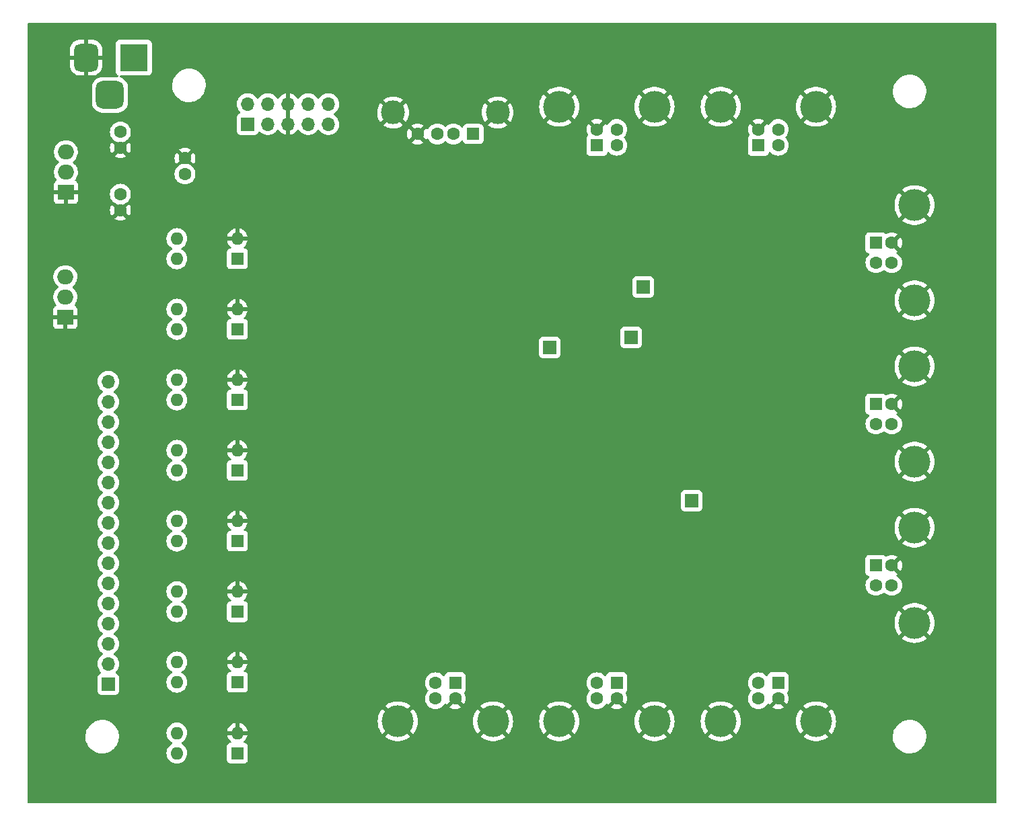
<source format=gbr>
%TF.GenerationSoftware,KiCad,Pcbnew,(6.0.4)*%
%TF.CreationDate,2022-11-01T18:45:11-05:00*%
%TF.ProjectId,RaspPi_RemoteClusterController,52617370-5069-45f5-9265-6d6f7465436c,rev?*%
%TF.SameCoordinates,Original*%
%TF.FileFunction,Copper,L2,Bot*%
%TF.FilePolarity,Positive*%
%FSLAX46Y46*%
G04 Gerber Fmt 4.6, Leading zero omitted, Abs format (unit mm)*
G04 Created by KiCad (PCBNEW (6.0.4)) date 2022-11-01 18:45:11*
%MOMM*%
%LPD*%
G01*
G04 APERTURE LIST*
G04 Aperture macros list*
%AMRoundRect*
0 Rectangle with rounded corners*
0 $1 Rounding radius*
0 $2 $3 $4 $5 $6 $7 $8 $9 X,Y pos of 4 corners*
0 Add a 4 corners polygon primitive as box body*
4,1,4,$2,$3,$4,$5,$6,$7,$8,$9,$2,$3,0*
0 Add four circle primitives for the rounded corners*
1,1,$1+$1,$2,$3*
1,1,$1+$1,$4,$5*
1,1,$1+$1,$6,$7*
1,1,$1+$1,$8,$9*
0 Add four rect primitives between the rounded corners*
20,1,$1+$1,$2,$3,$4,$5,0*
20,1,$1+$1,$4,$5,$6,$7,0*
20,1,$1+$1,$6,$7,$8,$9,0*
20,1,$1+$1,$8,$9,$2,$3,0*%
G04 Aperture macros list end*
%TA.AperFunction,ComponentPad*%
%ADD10C,1.600000*%
%TD*%
%TA.AperFunction,ComponentPad*%
%ADD11R,1.600000X1.600000*%
%TD*%
%TA.AperFunction,ComponentPad*%
%ADD12C,4.000000*%
%TD*%
%TA.AperFunction,ComponentPad*%
%ADD13O,1.600000X1.600000*%
%TD*%
%TA.AperFunction,ComponentPad*%
%ADD14R,1.700000X1.700000*%
%TD*%
%TA.AperFunction,ComponentPad*%
%ADD15O,1.700000X1.700000*%
%TD*%
%TA.AperFunction,ComponentPad*%
%ADD16R,2.000000X1.905000*%
%TD*%
%TA.AperFunction,ComponentPad*%
%ADD17O,2.000000X1.905000*%
%TD*%
%TA.AperFunction,ComponentPad*%
%ADD18R,1.600000X1.500000*%
%TD*%
%TA.AperFunction,ComponentPad*%
%ADD19C,3.000000*%
%TD*%
%TA.AperFunction,ComponentPad*%
%ADD20R,3.500000X3.500000*%
%TD*%
%TA.AperFunction,ComponentPad*%
%ADD21RoundRect,0.750000X-0.750000X-1.000000X0.750000X-1.000000X0.750000X1.000000X-0.750000X1.000000X0*%
%TD*%
%TA.AperFunction,ComponentPad*%
%ADD22RoundRect,0.875000X-0.875000X-0.875000X0.875000X-0.875000X0.875000X0.875000X-0.875000X0.875000X0*%
%TD*%
%TA.AperFunction,ViaPad*%
%ADD23C,0.800000*%
%TD*%
G04 APERTURE END LIST*
D10*
%TO.P,C3,1*%
%TO.N,+3V3*%
X117094000Y-61198000D03*
%TO.P,C3,2*%
%TO.N,GND*%
X117094000Y-59198000D03*
%TD*%
%TO.P,C2,1*%
%TO.N,+5V*%
X108966000Y-63754000D03*
%TO.P,C2,2*%
%TO.N,GND*%
X108966000Y-65754000D03*
%TD*%
%TO.P,C1,1*%
%TO.N,+6V*%
X108966000Y-55896000D03*
%TO.P,C1,2*%
%TO.N,GND*%
X108966000Y-57896000D03*
%TD*%
D11*
%TO.P,J11,1,VBUS*%
%TO.N,unconnected-(J11-Pad1)*%
X151110000Y-125292500D03*
D10*
%TO.P,J11,2,D-*%
%TO.N,/D0-*%
X148610000Y-125292500D03*
%TO.P,J11,3,D+*%
%TO.N,/D0+*%
X148610000Y-127292500D03*
%TO.P,J11,4,GND*%
%TO.N,GND*%
X151110000Y-127292500D03*
D12*
%TO.P,J11,5,Shield*%
X143860000Y-130152500D03*
X155860000Y-130152500D03*
%TD*%
D11*
%TO.P,J6,1,VBUS*%
%TO.N,unconnected-(J6-Pad1)*%
X204032500Y-69870000D03*
D10*
%TO.P,J6,2,D-*%
%TO.N,/D5-*%
X204032500Y-72370000D03*
%TO.P,J6,3,D+*%
%TO.N,/D5+*%
X206032500Y-72370000D03*
%TO.P,J6,4,GND*%
%TO.N,GND*%
X206032500Y-69870000D03*
D12*
%TO.P,J6,5,Shield*%
X208892500Y-65120000D03*
X208892500Y-77120000D03*
%TD*%
D11*
%TO.P,U11,1*%
%TO.N,Net-(R9-Pad2)*%
X123688000Y-80772000D03*
D13*
%TO.P,U11,2*%
%TO.N,GND*%
X123688000Y-78232000D03*
%TO.P,U11,3*%
%TO.N,Net-(J12-Pad14)*%
X116068000Y-78232000D03*
%TO.P,U11,4*%
%TO.N,Net-(J12-Pad13)*%
X116068000Y-80772000D03*
%TD*%
D14*
%TO.P,JU1,1,Pin_1*%
%TO.N,Net-(JU1-Pad1)*%
X173228000Y-81788000D03*
%TD*%
%TO.P,JU4,1,Pin_1*%
%TO.N,+3V3*%
X174752000Y-75438000D03*
%TD*%
%TO.P,J2,1,Pin_1*%
%TO.N,+5V*%
X124973000Y-54926000D03*
D15*
%TO.P,J2,2,Pin_2*%
X124973000Y-52386000D03*
%TO.P,J2,3,Pin_3*%
%TO.N,+3V3*%
X127513000Y-54926000D03*
%TO.P,J2,4,Pin_4*%
X127513000Y-52386000D03*
%TO.P,J2,5,Pin_5*%
%TO.N,GND*%
X130053000Y-54926000D03*
%TO.P,J2,6,Pin_6*%
X130053000Y-52386000D03*
%TO.P,J2,7,Pin_7*%
%TO.N,Net-(J2-Pad7)*%
X132593000Y-54926000D03*
%TO.P,J2,8,Pin_8*%
X132593000Y-52386000D03*
%TO.P,J2,9,Pin_9*%
%TO.N,Net-(J2-Pad10)*%
X135133000Y-54926000D03*
%TO.P,J2,10,Pin_10*%
X135133000Y-52386000D03*
%TD*%
D14*
%TO.P,JU2,1,Pin_1*%
%TO.N,Net-(JU2-Pad1)*%
X162990000Y-83058000D03*
%TD*%
D11*
%TO.P,U9,1*%
%TO.N,Net-(R7-Pad2)*%
X123688000Y-98552000D03*
D13*
%TO.P,U9,2*%
%TO.N,GND*%
X123688000Y-96012000D03*
%TO.P,U9,3*%
%TO.N,Net-(J12-Pad10)*%
X116068000Y-96012000D03*
%TO.P,U9,4*%
%TO.N,Net-(J12-Pad9)*%
X116068000Y-98552000D03*
%TD*%
D11*
%TO.P,J9,1,VBUS*%
%TO.N,unconnected-(J9-Pad1)*%
X191750000Y-125292500D03*
D10*
%TO.P,J9,2,D-*%
%TO.N,/D2-*%
X189250000Y-125292500D03*
%TO.P,J9,3,D+*%
%TO.N,/D2+*%
X189250000Y-127292500D03*
%TO.P,J9,4,GND*%
%TO.N,GND*%
X191750000Y-127292500D03*
D12*
%TO.P,J9,5,Shield*%
X184500000Y-130152500D03*
X196500000Y-130152500D03*
%TD*%
D11*
%TO.P,J4,1,VBUS*%
%TO.N,unconnected-(J4-Pad1)*%
X168930000Y-57587500D03*
D10*
%TO.P,J4,2,D-*%
%TO.N,/D7-*%
X171430000Y-57587500D03*
%TO.P,J4,3,D+*%
%TO.N,/D7+*%
X171430000Y-55587500D03*
%TO.P,J4,4,GND*%
%TO.N,GND*%
X168930000Y-55587500D03*
D12*
%TO.P,J4,5,Shield*%
X176180000Y-52727500D03*
X164180000Y-52727500D03*
%TD*%
D16*
%TO.P,U2,1,GND*%
%TO.N,GND*%
X102037000Y-79248000D03*
D17*
%TO.P,U2,2,VO*%
%TO.N,+3V3*%
X102037000Y-76708000D03*
%TO.P,U2,3,VI*%
%TO.N,+5V*%
X102037000Y-74168000D03*
%TD*%
D11*
%TO.P,U8,1*%
%TO.N,Net-(R6-Pad2)*%
X123688000Y-107442000D03*
D13*
%TO.P,U8,2*%
%TO.N,GND*%
X123688000Y-104902000D03*
%TO.P,U8,3*%
%TO.N,Net-(J12-Pad8)*%
X116068000Y-104902000D03*
%TO.P,U8,4*%
%TO.N,Net-(J12-Pad7)*%
X116068000Y-107442000D03*
%TD*%
D14*
%TO.P,JU3,1,Pin_1*%
%TO.N,Net-(C5-Pad1)*%
X180848000Y-102362000D03*
%TD*%
%TO.P,J12,1,Pin_1*%
%TO.N,Net-(J12-Pad1)*%
X107442000Y-125476000D03*
D15*
%TO.P,J12,2,Pin_2*%
%TO.N,Net-(J12-Pad2)*%
X107442000Y-122936000D03*
%TO.P,J12,3,Pin_3*%
%TO.N,Net-(J12-Pad3)*%
X107442000Y-120396000D03*
%TO.P,J12,4,Pin_4*%
%TO.N,Net-(J12-Pad4)*%
X107442000Y-117856000D03*
%TO.P,J12,5,Pin_5*%
%TO.N,Net-(J12-Pad5)*%
X107442000Y-115316000D03*
%TO.P,J12,6,Pin_6*%
%TO.N,Net-(J12-Pad6)*%
X107442000Y-112776000D03*
%TO.P,J12,7,Pin_7*%
%TO.N,Net-(J12-Pad7)*%
X107442000Y-110236000D03*
%TO.P,J12,8,Pin_8*%
%TO.N,Net-(J12-Pad8)*%
X107442000Y-107696000D03*
%TO.P,J12,9,Pin_9*%
%TO.N,Net-(J12-Pad9)*%
X107442000Y-105156000D03*
%TO.P,J12,10,Pin_10*%
%TO.N,Net-(J12-Pad10)*%
X107442000Y-102616000D03*
%TO.P,J12,11,Pin_11*%
%TO.N,Net-(J12-Pad11)*%
X107442000Y-100076000D03*
%TO.P,J12,12,Pin_12*%
%TO.N,Net-(J12-Pad12)*%
X107442000Y-97536000D03*
%TO.P,J12,13,Pin_13*%
%TO.N,Net-(J12-Pad13)*%
X107442000Y-94996000D03*
%TO.P,J12,14,Pin_14*%
%TO.N,Net-(J12-Pad14)*%
X107442000Y-92456000D03*
%TO.P,J12,15,Pin_15*%
%TO.N,Net-(J12-Pad15)*%
X107442000Y-89916000D03*
%TO.P,J12,16,Pin_16*%
%TO.N,Net-(J12-Pad16)*%
X107442000Y-87376000D03*
%TD*%
D11*
%TO.P,J7,1,VBUS*%
%TO.N,unconnected-(J7-Pad1)*%
X204032500Y-90190000D03*
D10*
%TO.P,J7,2,D-*%
%TO.N,/D4-*%
X204032500Y-92690000D03*
%TO.P,J7,3,D+*%
%TO.N,/D4+*%
X206032500Y-92690000D03*
%TO.P,J7,4,GND*%
%TO.N,GND*%
X206032500Y-90190000D03*
D12*
%TO.P,J7,5,Shield*%
X208892500Y-85440000D03*
X208892500Y-97440000D03*
%TD*%
D18*
%TO.P,J3,1,VBUS*%
%TO.N,unconnected-(J3-Pad1)*%
X153360000Y-56160000D03*
D10*
%TO.P,J3,2,D-*%
%TO.N,/COM-*%
X150860000Y-56160000D03*
%TO.P,J3,3,D+*%
%TO.N,/COM+*%
X148860000Y-56160000D03*
%TO.P,J3,4,GND*%
%TO.N,GND*%
X146360000Y-56160000D03*
D19*
%TO.P,J3,5,Shield*%
X156430000Y-53450000D03*
X143290000Y-53450000D03*
%TD*%
D11*
%TO.P,J8,1,VBUS*%
%TO.N,unconnected-(J8-Pad1)*%
X204032500Y-110510000D03*
D10*
%TO.P,J8,2,D-*%
%TO.N,/D3-*%
X204032500Y-113010000D03*
%TO.P,J8,3,D+*%
%TO.N,/D3+*%
X206032500Y-113010000D03*
%TO.P,J8,4,GND*%
%TO.N,GND*%
X206032500Y-110510000D03*
D12*
%TO.P,J8,5,Shield*%
X208892500Y-105760000D03*
X208892500Y-117760000D03*
%TD*%
D11*
%TO.P,U6,1*%
%TO.N,Net-(R4-Pad2)*%
X123688000Y-125222000D03*
D13*
%TO.P,U6,2*%
%TO.N,GND*%
X123688000Y-122682000D03*
%TO.P,U6,3*%
%TO.N,Net-(J12-Pad4)*%
X116068000Y-122682000D03*
%TO.P,U6,4*%
%TO.N,Net-(J12-Pad3)*%
X116068000Y-125222000D03*
%TD*%
D11*
%TO.P,U7,1*%
%TO.N,Net-(R5-Pad2)*%
X123688000Y-116337000D03*
D13*
%TO.P,U7,2*%
%TO.N,GND*%
X123688000Y-113797000D03*
%TO.P,U7,3*%
%TO.N,Net-(J12-Pad6)*%
X116068000Y-113797000D03*
%TO.P,U7,4*%
%TO.N,Net-(J12-Pad5)*%
X116068000Y-116337000D03*
%TD*%
D11*
%TO.P,J5,1,VBUS*%
%TO.N,unconnected-(J5-Pad1)*%
X189250000Y-57587500D03*
D10*
%TO.P,J5,2,D-*%
%TO.N,/D6-*%
X191750000Y-57587500D03*
%TO.P,J5,3,D+*%
%TO.N,/D6+*%
X191750000Y-55587500D03*
%TO.P,J5,4,GND*%
%TO.N,GND*%
X189250000Y-55587500D03*
D12*
%TO.P,J5,5,Shield*%
X184500000Y-52727500D03*
X196500000Y-52727500D03*
%TD*%
D11*
%TO.P,U12,1*%
%TO.N,Net-(R10-Pad2)*%
X123688000Y-71882000D03*
D13*
%TO.P,U12,2*%
%TO.N,GND*%
X123688000Y-69342000D03*
%TO.P,U12,3*%
%TO.N,Net-(J12-Pad16)*%
X116068000Y-69342000D03*
%TO.P,U12,4*%
%TO.N,Net-(J12-Pad15)*%
X116068000Y-71882000D03*
%TD*%
D11*
%TO.P,U5,1*%
%TO.N,Net-(R3-Pad2)*%
X123688000Y-134158000D03*
D13*
%TO.P,U5,2*%
%TO.N,GND*%
X123688000Y-131618000D03*
%TO.P,U5,3*%
%TO.N,Net-(J12-Pad2)*%
X116068000Y-131618000D03*
%TO.P,U5,4*%
%TO.N,Net-(J12-Pad1)*%
X116068000Y-134158000D03*
%TD*%
D11*
%TO.P,U10,1*%
%TO.N,Net-(R8-Pad2)*%
X123688000Y-89662000D03*
D13*
%TO.P,U10,2*%
%TO.N,GND*%
X123688000Y-87122000D03*
%TO.P,U10,3*%
%TO.N,Net-(J12-Pad12)*%
X116068000Y-87122000D03*
%TO.P,U10,4*%
%TO.N,Net-(J12-Pad11)*%
X116068000Y-89662000D03*
%TD*%
D20*
%TO.P,J1,1*%
%TO.N,+6V*%
X110648000Y-46540500D03*
D21*
%TO.P,J1,2*%
%TO.N,GND*%
X104648000Y-46540500D03*
D22*
%TO.P,J1,3*%
%TO.N,N/C*%
X107648000Y-51240500D03*
%TD*%
D11*
%TO.P,J10,1,VBUS*%
%TO.N,unconnected-(J10-Pad1)*%
X171430000Y-125292500D03*
D10*
%TO.P,J10,2,D-*%
%TO.N,/D1-*%
X168930000Y-125292500D03*
%TO.P,J10,3,D+*%
%TO.N,/D1+*%
X168930000Y-127292500D03*
%TO.P,J10,4,GND*%
%TO.N,GND*%
X171430000Y-127292500D03*
D12*
%TO.P,J10,5,Shield*%
X176180000Y-130152500D03*
X164180000Y-130152500D03*
%TD*%
D16*
%TO.P,U1,1,GND*%
%TO.N,GND*%
X102108000Y-63500000D03*
D17*
%TO.P,U1,2,VO*%
%TO.N,+5V*%
X102108000Y-60960000D03*
%TO.P,U1,3,VI*%
%TO.N,+6V*%
X102108000Y-58420000D03*
%TD*%
D23*
%TO.N,GND*%
X148844000Y-67564000D03*
X173228000Y-84074000D03*
X159512000Y-75946000D03*
X170170000Y-91450000D03*
X137922000Y-67310000D03*
X144018000Y-67564000D03*
X171958000Y-99568000D03*
%TD*%
%TA.AperFunction,Conductor*%
%TO.N,GND*%
G36*
X219143621Y-42184502D02*
G01*
X219190114Y-42238158D01*
X219201500Y-42290500D01*
X219201500Y-140335500D01*
X219181498Y-140403621D01*
X219127842Y-140450114D01*
X219075500Y-140461500D01*
X97408500Y-140461500D01*
X97340379Y-140441498D01*
X97293886Y-140387842D01*
X97282500Y-140335500D01*
X97282500Y-132212703D01*
X104570743Y-132212703D01*
X104571302Y-132216947D01*
X104571302Y-132216951D01*
X104579472Y-132279007D01*
X104608268Y-132497734D01*
X104684129Y-132775036D01*
X104685813Y-132778984D01*
X104790166Y-133023634D01*
X104796923Y-133039476D01*
X104808693Y-133059142D01*
X104926235Y-133255540D01*
X104944561Y-133286161D01*
X105124313Y-133510528D01*
X105332851Y-133708423D01*
X105566317Y-133876186D01*
X105570112Y-133878195D01*
X105570113Y-133878196D01*
X105591869Y-133889715D01*
X105820392Y-134010712D01*
X106090373Y-134109511D01*
X106371264Y-134170755D01*
X106399841Y-134173004D01*
X106594282Y-134188307D01*
X106594291Y-134188307D01*
X106596739Y-134188500D01*
X106752271Y-134188500D01*
X106754407Y-134188354D01*
X106754418Y-134188354D01*
X106962548Y-134174165D01*
X106962554Y-134174164D01*
X106966825Y-134173873D01*
X106971020Y-134173004D01*
X106971022Y-134173004D01*
X107043475Y-134158000D01*
X114754502Y-134158000D01*
X114774457Y-134386087D01*
X114833716Y-134607243D01*
X114836039Y-134612224D01*
X114836039Y-134612225D01*
X114928151Y-134809762D01*
X114928154Y-134809767D01*
X114930477Y-134814749D01*
X115061802Y-135002300D01*
X115223700Y-135164198D01*
X115228208Y-135167355D01*
X115228211Y-135167357D01*
X115269542Y-135196297D01*
X115411251Y-135295523D01*
X115416233Y-135297846D01*
X115416238Y-135297849D01*
X115613775Y-135389961D01*
X115618757Y-135392284D01*
X115624065Y-135393706D01*
X115624067Y-135393707D01*
X115834598Y-135450119D01*
X115834600Y-135450119D01*
X115839913Y-135451543D01*
X116068000Y-135471498D01*
X116296087Y-135451543D01*
X116301400Y-135450119D01*
X116301402Y-135450119D01*
X116511933Y-135393707D01*
X116511935Y-135393706D01*
X116517243Y-135392284D01*
X116522225Y-135389961D01*
X116719762Y-135297849D01*
X116719767Y-135297846D01*
X116724749Y-135295523D01*
X116866458Y-135196297D01*
X116907789Y-135167357D01*
X116907792Y-135167355D01*
X116912300Y-135164198D01*
X117070364Y-135006134D01*
X122379500Y-135006134D01*
X122386255Y-135068316D01*
X122437385Y-135204705D01*
X122524739Y-135321261D01*
X122641295Y-135408615D01*
X122777684Y-135459745D01*
X122839866Y-135466500D01*
X124536134Y-135466500D01*
X124598316Y-135459745D01*
X124734705Y-135408615D01*
X124851261Y-135321261D01*
X124938615Y-135204705D01*
X124989745Y-135068316D01*
X124996500Y-135006134D01*
X124996500Y-133309866D01*
X124989745Y-133247684D01*
X124938615Y-133111295D01*
X124851261Y-132994739D01*
X124734705Y-132907385D01*
X124598316Y-132856255D01*
X124586771Y-132855001D01*
X124584090Y-132853887D01*
X124582778Y-132853575D01*
X124582828Y-132853363D01*
X124521210Y-132827762D01*
X124480782Y-132769401D01*
X124478323Y-132698447D01*
X124514616Y-132637428D01*
X124525225Y-132628853D01*
X124535875Y-132619916D01*
X124689916Y-132465875D01*
X124696972Y-132457467D01*
X124821931Y-132279007D01*
X124827414Y-132269511D01*
X124907164Y-132098487D01*
X142278721Y-132098487D01*
X142287548Y-132110105D01*
X142510281Y-132271930D01*
X142516961Y-132276170D01*
X142786572Y-132424390D01*
X142793707Y-132427747D01*
X143079770Y-132541008D01*
X143087296Y-132543453D01*
X143385279Y-132619962D01*
X143393050Y-132621445D01*
X143698278Y-132660003D01*
X143706169Y-132660500D01*
X144013831Y-132660500D01*
X144021722Y-132660003D01*
X144326950Y-132621445D01*
X144334721Y-132619962D01*
X144632704Y-132543453D01*
X144640230Y-132541008D01*
X144926293Y-132427747D01*
X144933428Y-132424390D01*
X145203039Y-132276170D01*
X145209719Y-132271930D01*
X145432823Y-132109836D01*
X145441246Y-132098913D01*
X145441017Y-132098487D01*
X154278721Y-132098487D01*
X154287548Y-132110105D01*
X154510281Y-132271930D01*
X154516961Y-132276170D01*
X154786572Y-132424390D01*
X154793707Y-132427747D01*
X155079770Y-132541008D01*
X155087296Y-132543453D01*
X155385279Y-132619962D01*
X155393050Y-132621445D01*
X155698278Y-132660003D01*
X155706169Y-132660500D01*
X156013831Y-132660500D01*
X156021722Y-132660003D01*
X156326950Y-132621445D01*
X156334721Y-132619962D01*
X156632704Y-132543453D01*
X156640230Y-132541008D01*
X156926293Y-132427747D01*
X156933428Y-132424390D01*
X157203039Y-132276170D01*
X157209719Y-132271930D01*
X157432823Y-132109836D01*
X157441246Y-132098913D01*
X157441017Y-132098487D01*
X162598721Y-132098487D01*
X162607548Y-132110105D01*
X162830281Y-132271930D01*
X162836961Y-132276170D01*
X163106572Y-132424390D01*
X163113707Y-132427747D01*
X163399770Y-132541008D01*
X163407296Y-132543453D01*
X163705279Y-132619962D01*
X163713050Y-132621445D01*
X164018278Y-132660003D01*
X164026169Y-132660500D01*
X164333831Y-132660500D01*
X164341722Y-132660003D01*
X164646950Y-132621445D01*
X164654721Y-132619962D01*
X164952704Y-132543453D01*
X164960230Y-132541008D01*
X165246293Y-132427747D01*
X165253428Y-132424390D01*
X165523039Y-132276170D01*
X165529719Y-132271930D01*
X165752823Y-132109836D01*
X165761246Y-132098913D01*
X165761017Y-132098487D01*
X174598721Y-132098487D01*
X174607548Y-132110105D01*
X174830281Y-132271930D01*
X174836961Y-132276170D01*
X175106572Y-132424390D01*
X175113707Y-132427747D01*
X175399770Y-132541008D01*
X175407296Y-132543453D01*
X175705279Y-132619962D01*
X175713050Y-132621445D01*
X176018278Y-132660003D01*
X176026169Y-132660500D01*
X176333831Y-132660500D01*
X176341722Y-132660003D01*
X176646950Y-132621445D01*
X176654721Y-132619962D01*
X176952704Y-132543453D01*
X176960230Y-132541008D01*
X177246293Y-132427747D01*
X177253428Y-132424390D01*
X177523039Y-132276170D01*
X177529719Y-132271930D01*
X177752823Y-132109836D01*
X177761246Y-132098913D01*
X177761017Y-132098487D01*
X182918721Y-132098487D01*
X182927548Y-132110105D01*
X183150281Y-132271930D01*
X183156961Y-132276170D01*
X183426572Y-132424390D01*
X183433707Y-132427747D01*
X183719770Y-132541008D01*
X183727296Y-132543453D01*
X184025279Y-132619962D01*
X184033050Y-132621445D01*
X184338278Y-132660003D01*
X184346169Y-132660500D01*
X184653831Y-132660500D01*
X184661722Y-132660003D01*
X184966950Y-132621445D01*
X184974721Y-132619962D01*
X185272704Y-132543453D01*
X185280230Y-132541008D01*
X185566293Y-132427747D01*
X185573428Y-132424390D01*
X185843039Y-132276170D01*
X185849719Y-132271930D01*
X186072823Y-132109836D01*
X186081246Y-132098913D01*
X186081017Y-132098487D01*
X194918721Y-132098487D01*
X194927548Y-132110105D01*
X195150281Y-132271930D01*
X195156961Y-132276170D01*
X195426572Y-132424390D01*
X195433707Y-132427747D01*
X195719770Y-132541008D01*
X195727296Y-132543453D01*
X196025279Y-132619962D01*
X196033050Y-132621445D01*
X196338278Y-132660003D01*
X196346169Y-132660500D01*
X196653831Y-132660500D01*
X196661722Y-132660003D01*
X196966950Y-132621445D01*
X196974721Y-132619962D01*
X197272704Y-132543453D01*
X197280230Y-132541008D01*
X197566293Y-132427747D01*
X197573428Y-132424390D01*
X197843039Y-132276170D01*
X197849719Y-132271930D01*
X197931238Y-132212703D01*
X206170743Y-132212703D01*
X206171302Y-132216947D01*
X206171302Y-132216951D01*
X206179472Y-132279007D01*
X206208268Y-132497734D01*
X206284129Y-132775036D01*
X206285813Y-132778984D01*
X206390166Y-133023634D01*
X206396923Y-133039476D01*
X206408693Y-133059142D01*
X206526235Y-133255540D01*
X206544561Y-133286161D01*
X206724313Y-133510528D01*
X206932851Y-133708423D01*
X207166317Y-133876186D01*
X207170112Y-133878195D01*
X207170113Y-133878196D01*
X207191869Y-133889715D01*
X207420392Y-134010712D01*
X207690373Y-134109511D01*
X207971264Y-134170755D01*
X207999841Y-134173004D01*
X208194282Y-134188307D01*
X208194291Y-134188307D01*
X208196739Y-134188500D01*
X208352271Y-134188500D01*
X208354407Y-134188354D01*
X208354418Y-134188354D01*
X208562548Y-134174165D01*
X208562554Y-134174164D01*
X208566825Y-134173873D01*
X208571020Y-134173004D01*
X208571022Y-134173004D01*
X208707583Y-134144724D01*
X208848342Y-134115574D01*
X209119343Y-134019607D01*
X209282505Y-133935393D01*
X209371005Y-133889715D01*
X209371006Y-133889715D01*
X209374812Y-133887750D01*
X209378313Y-133885289D01*
X209378317Y-133885287D01*
X209492418Y-133805095D01*
X209610023Y-133722441D01*
X209820622Y-133526740D01*
X210002713Y-133304268D01*
X210152927Y-133059142D01*
X210268483Y-132795898D01*
X210280884Y-132752366D01*
X210346068Y-132523534D01*
X210347244Y-132519406D01*
X210382063Y-132274749D01*
X210387146Y-132239036D01*
X210387146Y-132239034D01*
X210387751Y-132234784D01*
X210387845Y-132216951D01*
X210389235Y-131951583D01*
X210389235Y-131951576D01*
X210389257Y-131947297D01*
X210381648Y-131889497D01*
X210360062Y-131725538D01*
X210351732Y-131662266D01*
X210275871Y-131384964D01*
X210185915Y-131174067D01*
X210164763Y-131124476D01*
X210164761Y-131124472D01*
X210163077Y-131120524D01*
X210015439Y-130873839D01*
X209835687Y-130649472D01*
X209695994Y-130516908D01*
X209630258Y-130454527D01*
X209630255Y-130454525D01*
X209627149Y-130451577D01*
X209393683Y-130283814D01*
X209371843Y-130272250D01*
X209348654Y-130259972D01*
X209139608Y-130149288D01*
X208869627Y-130050489D01*
X208588736Y-129989245D01*
X208557685Y-129986801D01*
X208365718Y-129971693D01*
X208365709Y-129971693D01*
X208363261Y-129971500D01*
X208207729Y-129971500D01*
X208205593Y-129971646D01*
X208205582Y-129971646D01*
X207997452Y-129985835D01*
X207997446Y-129985836D01*
X207993175Y-129986127D01*
X207988980Y-129986996D01*
X207988978Y-129986996D01*
X207852416Y-130015277D01*
X207711658Y-130044426D01*
X207440657Y-130140393D01*
X207185188Y-130272250D01*
X207181687Y-130274711D01*
X207181683Y-130274713D01*
X207081840Y-130344884D01*
X206949977Y-130437559D01*
X206899926Y-130484069D01*
X206757862Y-130616084D01*
X206739378Y-130633260D01*
X206557287Y-130855732D01*
X206407073Y-131100858D01*
X206405347Y-131104791D01*
X206405346Y-131104792D01*
X206374861Y-131174239D01*
X206291517Y-131364102D01*
X206290342Y-131368229D01*
X206290341Y-131368230D01*
X206252136Y-131502348D01*
X206212756Y-131640594D01*
X206200667Y-131725538D01*
X206178041Y-131884522D01*
X206172249Y-131925216D01*
X206172227Y-131929505D01*
X206172226Y-131929512D01*
X206171280Y-132110105D01*
X206170743Y-132212703D01*
X197931238Y-132212703D01*
X198072823Y-132109836D01*
X198081246Y-132098913D01*
X198074342Y-132086052D01*
X196512812Y-130524522D01*
X196498868Y-130516908D01*
X196497035Y-130517039D01*
X196490420Y-130521290D01*
X194925334Y-132086376D01*
X194918721Y-132098487D01*
X186081017Y-132098487D01*
X186074342Y-132086052D01*
X184512812Y-130524522D01*
X184498868Y-130516908D01*
X184497035Y-130517039D01*
X184490420Y-130521290D01*
X182925334Y-132086376D01*
X182918721Y-132098487D01*
X177761017Y-132098487D01*
X177754342Y-132086052D01*
X176192812Y-130524522D01*
X176178868Y-130516908D01*
X176177035Y-130517039D01*
X176170420Y-130521290D01*
X174605334Y-132086376D01*
X174598721Y-132098487D01*
X165761017Y-132098487D01*
X165754342Y-132086052D01*
X164192812Y-130524522D01*
X164178868Y-130516908D01*
X164177035Y-130517039D01*
X164170420Y-130521290D01*
X162605334Y-132086376D01*
X162598721Y-132098487D01*
X157441017Y-132098487D01*
X157434342Y-132086052D01*
X155872812Y-130524522D01*
X155858868Y-130516908D01*
X155857035Y-130517039D01*
X155850420Y-130521290D01*
X154285334Y-132086376D01*
X154278721Y-132098487D01*
X145441017Y-132098487D01*
X145434342Y-132086052D01*
X143872812Y-130524522D01*
X143858868Y-130516908D01*
X143857035Y-130517039D01*
X143850420Y-130521290D01*
X142285334Y-132086376D01*
X142278721Y-132098487D01*
X124907164Y-132098487D01*
X124919490Y-132072053D01*
X124923236Y-132061761D01*
X124969394Y-131889497D01*
X124969058Y-131875401D01*
X124961116Y-131872000D01*
X122420033Y-131872000D01*
X122406502Y-131875973D01*
X122405273Y-131884522D01*
X122452764Y-132061761D01*
X122456510Y-132072053D01*
X122548586Y-132269511D01*
X122554069Y-132279007D01*
X122679028Y-132457467D01*
X122686084Y-132465875D01*
X122840125Y-132619916D01*
X122852746Y-132630507D01*
X122851892Y-132631525D01*
X122892224Y-132681984D01*
X122899532Y-132752603D01*
X122867500Y-132815963D01*
X122806298Y-132851947D01*
X122789238Y-132855000D01*
X122777684Y-132856255D01*
X122641295Y-132907385D01*
X122524739Y-132994739D01*
X122437385Y-133111295D01*
X122386255Y-133247684D01*
X122379500Y-133309866D01*
X122379500Y-135006134D01*
X117070364Y-135006134D01*
X117074198Y-135002300D01*
X117205523Y-134814749D01*
X117207846Y-134809767D01*
X117207849Y-134809762D01*
X117299961Y-134612225D01*
X117299961Y-134612224D01*
X117302284Y-134607243D01*
X117361543Y-134386087D01*
X117381498Y-134158000D01*
X117361543Y-133929913D01*
X117350772Y-133889715D01*
X117303707Y-133714067D01*
X117303706Y-133714065D01*
X117302284Y-133708757D01*
X117215861Y-133523421D01*
X117207849Y-133506238D01*
X117207846Y-133506233D01*
X117205523Y-133501251D01*
X117074198Y-133313700D01*
X116912300Y-133151802D01*
X116907792Y-133148645D01*
X116907789Y-133148643D01*
X116774350Y-133055208D01*
X116724749Y-133020477D01*
X116719767Y-133018154D01*
X116719762Y-133018151D01*
X116685543Y-133002195D01*
X116632258Y-132955278D01*
X116612797Y-132887001D01*
X116633339Y-132819041D01*
X116685543Y-132773805D01*
X116719762Y-132757849D01*
X116719767Y-132757846D01*
X116724749Y-132755523D01*
X116860456Y-132660500D01*
X116907789Y-132627357D01*
X116907792Y-132627355D01*
X116912300Y-132624198D01*
X117074198Y-132462300D01*
X117098393Y-132427747D01*
X117202366Y-132279257D01*
X117205523Y-132274749D01*
X117207846Y-132269767D01*
X117207849Y-132269762D01*
X117299961Y-132072225D01*
X117299961Y-132072224D01*
X117302284Y-132067243D01*
X117361543Y-131846087D01*
X117381498Y-131618000D01*
X117361543Y-131389913D01*
X117355733Y-131368230D01*
X117349911Y-131346503D01*
X122406606Y-131346503D01*
X122406942Y-131360599D01*
X122414884Y-131364000D01*
X123415885Y-131364000D01*
X123431124Y-131359525D01*
X123432329Y-131358135D01*
X123434000Y-131350452D01*
X123434000Y-131345885D01*
X123942000Y-131345885D01*
X123946475Y-131361124D01*
X123947865Y-131362329D01*
X123955548Y-131364000D01*
X124955967Y-131364000D01*
X124969498Y-131360027D01*
X124970727Y-131351478D01*
X124923236Y-131174239D01*
X124919490Y-131163947D01*
X124827414Y-130966489D01*
X124821931Y-130956993D01*
X124696972Y-130778533D01*
X124689916Y-130770125D01*
X124535875Y-130616084D01*
X124527467Y-130609028D01*
X124349007Y-130484069D01*
X124339511Y-130478586D01*
X124142053Y-130386510D01*
X124131761Y-130382764D01*
X123959497Y-130336606D01*
X123945401Y-130336942D01*
X123942000Y-130344884D01*
X123942000Y-131345885D01*
X123434000Y-131345885D01*
X123434000Y-130350033D01*
X123430027Y-130336502D01*
X123421478Y-130335273D01*
X123244239Y-130382764D01*
X123233947Y-130386510D01*
X123036489Y-130478586D01*
X123026993Y-130484069D01*
X122848533Y-130609028D01*
X122840125Y-130616084D01*
X122686084Y-130770125D01*
X122679028Y-130778533D01*
X122554069Y-130956993D01*
X122548586Y-130966489D01*
X122456510Y-131163947D01*
X122452764Y-131174239D01*
X122406606Y-131346503D01*
X117349911Y-131346503D01*
X117303707Y-131174067D01*
X117303706Y-131174065D01*
X117302284Y-131168757D01*
X117279793Y-131120524D01*
X117207849Y-130966238D01*
X117207846Y-130966233D01*
X117205523Y-130961251D01*
X117074198Y-130773700D01*
X116912300Y-130611802D01*
X116907792Y-130608645D01*
X116907789Y-130608643D01*
X116829611Y-130553902D01*
X116724749Y-130480477D01*
X116719767Y-130478154D01*
X116719762Y-130478151D01*
X116522225Y-130386039D01*
X116522224Y-130386039D01*
X116517243Y-130383716D01*
X116511935Y-130382294D01*
X116511933Y-130382293D01*
X116301402Y-130325881D01*
X116301400Y-130325881D01*
X116296087Y-130324457D01*
X116068000Y-130304502D01*
X115839913Y-130324457D01*
X115834600Y-130325881D01*
X115834598Y-130325881D01*
X115624067Y-130382293D01*
X115624065Y-130382294D01*
X115618757Y-130383716D01*
X115613776Y-130386039D01*
X115613775Y-130386039D01*
X115416238Y-130478151D01*
X115416233Y-130478154D01*
X115411251Y-130480477D01*
X115306389Y-130553902D01*
X115228211Y-130608643D01*
X115228208Y-130608645D01*
X115223700Y-130611802D01*
X115061802Y-130773700D01*
X114930477Y-130961251D01*
X114928154Y-130966233D01*
X114928151Y-130966238D01*
X114856207Y-131120524D01*
X114833716Y-131168757D01*
X114832294Y-131174065D01*
X114832293Y-131174067D01*
X114780267Y-131368230D01*
X114774457Y-131389913D01*
X114754502Y-131618000D01*
X114774457Y-131846087D01*
X114833716Y-132067243D01*
X114836039Y-132072224D01*
X114836039Y-132072225D01*
X114928151Y-132269762D01*
X114928154Y-132269767D01*
X114930477Y-132274749D01*
X114933634Y-132279257D01*
X115037608Y-132427747D01*
X115061802Y-132462300D01*
X115223700Y-132624198D01*
X115228208Y-132627355D01*
X115228211Y-132627357D01*
X115275544Y-132660500D01*
X115411251Y-132755523D01*
X115416233Y-132757846D01*
X115416238Y-132757849D01*
X115450457Y-132773805D01*
X115503742Y-132820722D01*
X115523203Y-132888999D01*
X115502661Y-132956959D01*
X115450457Y-133002195D01*
X115416238Y-133018151D01*
X115416233Y-133018154D01*
X115411251Y-133020477D01*
X115361650Y-133055208D01*
X115228211Y-133148643D01*
X115228208Y-133148645D01*
X115223700Y-133151802D01*
X115061802Y-133313700D01*
X114930477Y-133501251D01*
X114928154Y-133506233D01*
X114928151Y-133506238D01*
X114920139Y-133523421D01*
X114833716Y-133708757D01*
X114832294Y-133714065D01*
X114832293Y-133714067D01*
X114785228Y-133889715D01*
X114774457Y-133929913D01*
X114754502Y-134158000D01*
X107043475Y-134158000D01*
X107107583Y-134144724D01*
X107248342Y-134115574D01*
X107519343Y-134019607D01*
X107682505Y-133935393D01*
X107771005Y-133889715D01*
X107771006Y-133889715D01*
X107774812Y-133887750D01*
X107778313Y-133885289D01*
X107778317Y-133885287D01*
X107892418Y-133805095D01*
X108010023Y-133722441D01*
X108220622Y-133526740D01*
X108402713Y-133304268D01*
X108552927Y-133059142D01*
X108668483Y-132795898D01*
X108680884Y-132752366D01*
X108746068Y-132523534D01*
X108747244Y-132519406D01*
X108782063Y-132274749D01*
X108787146Y-132239036D01*
X108787146Y-132239034D01*
X108787751Y-132234784D01*
X108787845Y-132216951D01*
X108789235Y-131951583D01*
X108789235Y-131951576D01*
X108789257Y-131947297D01*
X108781648Y-131889497D01*
X108760062Y-131725538D01*
X108751732Y-131662266D01*
X108675871Y-131384964D01*
X108585915Y-131174067D01*
X108564763Y-131124476D01*
X108564761Y-131124472D01*
X108563077Y-131120524D01*
X108415439Y-130873839D01*
X108235687Y-130649472D01*
X108095994Y-130516908D01*
X108030258Y-130454527D01*
X108030255Y-130454525D01*
X108027149Y-130451577D01*
X107793683Y-130283814D01*
X107771843Y-130272250D01*
X107748654Y-130259972D01*
X107553150Y-130156458D01*
X141347290Y-130156458D01*
X141366607Y-130463494D01*
X141367600Y-130471355D01*
X141425246Y-130773546D01*
X141427217Y-130781223D01*
X141522284Y-131073809D01*
X141525199Y-131081172D01*
X141656189Y-131359541D01*
X141660001Y-131366474D01*
X141824851Y-131626236D01*
X141829495Y-131632629D01*
X141904497Y-131723290D01*
X141917014Y-131731745D01*
X141927752Y-131725538D01*
X143487978Y-130165312D01*
X143494356Y-130153632D01*
X144224408Y-130153632D01*
X144224539Y-130155465D01*
X144228790Y-130162080D01*
X145791145Y-131724435D01*
X145804407Y-131731677D01*
X145814512Y-131724488D01*
X145890505Y-131632629D01*
X145895149Y-131626236D01*
X146059999Y-131366474D01*
X146063811Y-131359541D01*
X146194801Y-131081172D01*
X146197716Y-131073809D01*
X146292783Y-130781223D01*
X146294754Y-130773546D01*
X146352400Y-130471355D01*
X146353393Y-130463494D01*
X146372710Y-130156458D01*
X153347290Y-130156458D01*
X153366607Y-130463494D01*
X153367600Y-130471355D01*
X153425246Y-130773546D01*
X153427217Y-130781223D01*
X153522284Y-131073809D01*
X153525199Y-131081172D01*
X153656189Y-131359541D01*
X153660001Y-131366474D01*
X153824851Y-131626236D01*
X153829495Y-131632629D01*
X153904497Y-131723290D01*
X153917014Y-131731745D01*
X153927752Y-131725538D01*
X155487978Y-130165312D01*
X155494356Y-130153632D01*
X156224408Y-130153632D01*
X156224539Y-130155465D01*
X156228790Y-130162080D01*
X157791145Y-131724435D01*
X157804407Y-131731677D01*
X157814512Y-131724488D01*
X157890505Y-131632629D01*
X157895149Y-131626236D01*
X158059999Y-131366474D01*
X158063811Y-131359541D01*
X158194801Y-131081172D01*
X158197716Y-131073809D01*
X158292783Y-130781223D01*
X158294754Y-130773546D01*
X158352400Y-130471355D01*
X158353393Y-130463494D01*
X158372710Y-130156458D01*
X161667290Y-130156458D01*
X161686607Y-130463494D01*
X161687600Y-130471355D01*
X161745246Y-130773546D01*
X161747217Y-130781223D01*
X161842284Y-131073809D01*
X161845199Y-131081172D01*
X161976189Y-131359541D01*
X161980001Y-131366474D01*
X162144851Y-131626236D01*
X162149495Y-131632629D01*
X162224497Y-131723290D01*
X162237014Y-131731745D01*
X162247752Y-131725538D01*
X163807978Y-130165312D01*
X163814356Y-130153632D01*
X164544408Y-130153632D01*
X164544539Y-130155465D01*
X164548790Y-130162080D01*
X166111145Y-131724435D01*
X166124407Y-131731677D01*
X166134512Y-131724488D01*
X166210505Y-131632629D01*
X166215149Y-131626236D01*
X166379999Y-131366474D01*
X166383811Y-131359541D01*
X166514801Y-131081172D01*
X166517716Y-131073809D01*
X166612783Y-130781223D01*
X166614754Y-130773546D01*
X166672400Y-130471355D01*
X166673393Y-130463494D01*
X166692710Y-130156458D01*
X173667290Y-130156458D01*
X173686607Y-130463494D01*
X173687600Y-130471355D01*
X173745246Y-130773546D01*
X173747217Y-130781223D01*
X173842284Y-131073809D01*
X173845199Y-131081172D01*
X173976189Y-131359541D01*
X173980001Y-131366474D01*
X174144851Y-131626236D01*
X174149495Y-131632629D01*
X174224497Y-131723290D01*
X174237014Y-131731745D01*
X174247752Y-131725538D01*
X175807978Y-130165312D01*
X175814356Y-130153632D01*
X176544408Y-130153632D01*
X176544539Y-130155465D01*
X176548790Y-130162080D01*
X178111145Y-131724435D01*
X178124407Y-131731677D01*
X178134512Y-131724488D01*
X178210505Y-131632629D01*
X178215149Y-131626236D01*
X178379999Y-131366474D01*
X178383811Y-131359541D01*
X178514801Y-131081172D01*
X178517716Y-131073809D01*
X178612783Y-130781223D01*
X178614754Y-130773546D01*
X178672400Y-130471355D01*
X178673393Y-130463494D01*
X178692710Y-130156458D01*
X181987290Y-130156458D01*
X182006607Y-130463494D01*
X182007600Y-130471355D01*
X182065246Y-130773546D01*
X182067217Y-130781223D01*
X182162284Y-131073809D01*
X182165199Y-131081172D01*
X182296189Y-131359541D01*
X182300001Y-131366474D01*
X182464851Y-131626236D01*
X182469495Y-131632629D01*
X182544497Y-131723290D01*
X182557014Y-131731745D01*
X182567752Y-131725538D01*
X184127978Y-130165312D01*
X184134356Y-130153632D01*
X184864408Y-130153632D01*
X184864539Y-130155465D01*
X184868790Y-130162080D01*
X186431145Y-131724435D01*
X186444407Y-131731677D01*
X186454512Y-131724488D01*
X186530505Y-131632629D01*
X186535149Y-131626236D01*
X186699999Y-131366474D01*
X186703811Y-131359541D01*
X186834801Y-131081172D01*
X186837716Y-131073809D01*
X186932783Y-130781223D01*
X186934754Y-130773546D01*
X186992400Y-130471355D01*
X186993393Y-130463494D01*
X187012710Y-130156458D01*
X193987290Y-130156458D01*
X194006607Y-130463494D01*
X194007600Y-130471355D01*
X194065246Y-130773546D01*
X194067217Y-130781223D01*
X194162284Y-131073809D01*
X194165199Y-131081172D01*
X194296189Y-131359541D01*
X194300001Y-131366474D01*
X194464851Y-131626236D01*
X194469495Y-131632629D01*
X194544497Y-131723290D01*
X194557014Y-131731745D01*
X194567752Y-131725538D01*
X196127978Y-130165312D01*
X196134356Y-130153632D01*
X196864408Y-130153632D01*
X196864539Y-130155465D01*
X196868790Y-130162080D01*
X198431145Y-131724435D01*
X198444407Y-131731677D01*
X198454512Y-131724488D01*
X198530505Y-131632629D01*
X198535149Y-131626236D01*
X198699999Y-131366474D01*
X198703811Y-131359541D01*
X198834801Y-131081172D01*
X198837716Y-131073809D01*
X198932783Y-130781223D01*
X198934754Y-130773546D01*
X198992400Y-130471355D01*
X198993393Y-130463494D01*
X199012710Y-130156458D01*
X199012710Y-130148542D01*
X198993393Y-129841506D01*
X198992400Y-129833645D01*
X198934754Y-129531454D01*
X198932783Y-129523777D01*
X198837716Y-129231191D01*
X198834801Y-129223828D01*
X198703811Y-128945459D01*
X198699999Y-128938526D01*
X198535149Y-128678764D01*
X198530505Y-128672371D01*
X198455503Y-128581710D01*
X198442986Y-128573255D01*
X198432248Y-128579462D01*
X196872022Y-130139688D01*
X196864408Y-130153632D01*
X196134356Y-130153632D01*
X196135592Y-130151368D01*
X196135461Y-130149535D01*
X196131210Y-130142920D01*
X194568855Y-128580565D01*
X194555593Y-128573323D01*
X194545488Y-128580512D01*
X194469495Y-128672371D01*
X194464851Y-128678764D01*
X194300001Y-128938526D01*
X194296189Y-128945459D01*
X194165199Y-129223828D01*
X194162284Y-129231191D01*
X194067217Y-129523777D01*
X194065246Y-129531454D01*
X194007600Y-129833645D01*
X194006607Y-129841506D01*
X193987290Y-130148542D01*
X193987290Y-130156458D01*
X187012710Y-130156458D01*
X187012710Y-130148542D01*
X186993393Y-129841506D01*
X186992400Y-129833645D01*
X186934754Y-129531454D01*
X186932783Y-129523777D01*
X186837716Y-129231191D01*
X186834801Y-129223828D01*
X186703811Y-128945459D01*
X186699999Y-128938526D01*
X186535149Y-128678764D01*
X186530505Y-128672371D01*
X186455503Y-128581710D01*
X186442986Y-128573255D01*
X186432248Y-128579462D01*
X184872022Y-130139688D01*
X184864408Y-130153632D01*
X184134356Y-130153632D01*
X184135592Y-130151368D01*
X184135461Y-130149535D01*
X184131210Y-130142920D01*
X182568855Y-128580565D01*
X182555593Y-128573323D01*
X182545488Y-128580512D01*
X182469495Y-128672371D01*
X182464851Y-128678764D01*
X182300001Y-128938526D01*
X182296189Y-128945459D01*
X182165199Y-129223828D01*
X182162284Y-129231191D01*
X182067217Y-129523777D01*
X182065246Y-129531454D01*
X182007600Y-129833645D01*
X182006607Y-129841506D01*
X181987290Y-130148542D01*
X181987290Y-130156458D01*
X178692710Y-130156458D01*
X178692710Y-130148542D01*
X178673393Y-129841506D01*
X178672400Y-129833645D01*
X178614754Y-129531454D01*
X178612783Y-129523777D01*
X178517716Y-129231191D01*
X178514801Y-129223828D01*
X178383811Y-128945459D01*
X178379999Y-128938526D01*
X178215149Y-128678764D01*
X178210505Y-128672371D01*
X178135503Y-128581710D01*
X178122986Y-128573255D01*
X178112248Y-128579462D01*
X176552022Y-130139688D01*
X176544408Y-130153632D01*
X175814356Y-130153632D01*
X175815592Y-130151368D01*
X175815461Y-130149535D01*
X175811210Y-130142920D01*
X174248855Y-128580565D01*
X174235593Y-128573323D01*
X174225488Y-128580512D01*
X174149495Y-128672371D01*
X174144851Y-128678764D01*
X173980001Y-128938526D01*
X173976189Y-128945459D01*
X173845199Y-129223828D01*
X173842284Y-129231191D01*
X173747217Y-129523777D01*
X173745246Y-129531454D01*
X173687600Y-129833645D01*
X173686607Y-129841506D01*
X173667290Y-130148542D01*
X173667290Y-130156458D01*
X166692710Y-130156458D01*
X166692710Y-130148542D01*
X166673393Y-129841506D01*
X166672400Y-129833645D01*
X166614754Y-129531454D01*
X166612783Y-129523777D01*
X166517716Y-129231191D01*
X166514801Y-129223828D01*
X166383811Y-128945459D01*
X166379999Y-128938526D01*
X166215149Y-128678764D01*
X166210505Y-128672371D01*
X166135503Y-128581710D01*
X166122986Y-128573255D01*
X166112248Y-128579462D01*
X164552022Y-130139688D01*
X164544408Y-130153632D01*
X163814356Y-130153632D01*
X163815592Y-130151368D01*
X163815461Y-130149535D01*
X163811210Y-130142920D01*
X162248855Y-128580565D01*
X162235593Y-128573323D01*
X162225488Y-128580512D01*
X162149495Y-128672371D01*
X162144851Y-128678764D01*
X161980001Y-128938526D01*
X161976189Y-128945459D01*
X161845199Y-129223828D01*
X161842284Y-129231191D01*
X161747217Y-129523777D01*
X161745246Y-129531454D01*
X161687600Y-129833645D01*
X161686607Y-129841506D01*
X161667290Y-130148542D01*
X161667290Y-130156458D01*
X158372710Y-130156458D01*
X158372710Y-130148542D01*
X158353393Y-129841506D01*
X158352400Y-129833645D01*
X158294754Y-129531454D01*
X158292783Y-129523777D01*
X158197716Y-129231191D01*
X158194801Y-129223828D01*
X158063811Y-128945459D01*
X158059999Y-128938526D01*
X157895149Y-128678764D01*
X157890505Y-128672371D01*
X157815503Y-128581710D01*
X157802986Y-128573255D01*
X157792248Y-128579462D01*
X156232022Y-130139688D01*
X156224408Y-130153632D01*
X155494356Y-130153632D01*
X155495592Y-130151368D01*
X155495461Y-130149535D01*
X155491210Y-130142920D01*
X153928855Y-128580565D01*
X153915593Y-128573323D01*
X153905488Y-128580512D01*
X153829495Y-128672371D01*
X153824851Y-128678764D01*
X153660001Y-128938526D01*
X153656189Y-128945459D01*
X153525199Y-129223828D01*
X153522284Y-129231191D01*
X153427217Y-129523777D01*
X153425246Y-129531454D01*
X153367600Y-129833645D01*
X153366607Y-129841506D01*
X153347290Y-130148542D01*
X153347290Y-130156458D01*
X146372710Y-130156458D01*
X146372710Y-130148542D01*
X146353393Y-129841506D01*
X146352400Y-129833645D01*
X146294754Y-129531454D01*
X146292783Y-129523777D01*
X146197716Y-129231191D01*
X146194801Y-129223828D01*
X146063811Y-128945459D01*
X146059999Y-128938526D01*
X145895149Y-128678764D01*
X145890505Y-128672371D01*
X145815503Y-128581710D01*
X145802986Y-128573255D01*
X145792248Y-128579462D01*
X144232022Y-130139688D01*
X144224408Y-130153632D01*
X143494356Y-130153632D01*
X143495592Y-130151368D01*
X143495461Y-130149535D01*
X143491210Y-130142920D01*
X141928855Y-128580565D01*
X141915593Y-128573323D01*
X141905488Y-128580512D01*
X141829495Y-128672371D01*
X141824851Y-128678764D01*
X141660001Y-128938526D01*
X141656189Y-128945459D01*
X141525199Y-129223828D01*
X141522284Y-129231191D01*
X141427217Y-129523777D01*
X141425246Y-129531454D01*
X141367600Y-129833645D01*
X141366607Y-129841506D01*
X141347290Y-130148542D01*
X141347290Y-130156458D01*
X107553150Y-130156458D01*
X107539608Y-130149288D01*
X107269627Y-130050489D01*
X106988736Y-129989245D01*
X106957685Y-129986801D01*
X106765718Y-129971693D01*
X106765709Y-129971693D01*
X106763261Y-129971500D01*
X106607729Y-129971500D01*
X106605593Y-129971646D01*
X106605582Y-129971646D01*
X106397452Y-129985835D01*
X106397446Y-129985836D01*
X106393175Y-129986127D01*
X106388980Y-129986996D01*
X106388978Y-129986996D01*
X106252416Y-130015277D01*
X106111658Y-130044426D01*
X105840657Y-130140393D01*
X105585188Y-130272250D01*
X105581687Y-130274711D01*
X105581683Y-130274713D01*
X105481840Y-130344884D01*
X105349977Y-130437559D01*
X105299926Y-130484069D01*
X105157862Y-130616084D01*
X105139378Y-130633260D01*
X104957287Y-130855732D01*
X104807073Y-131100858D01*
X104805347Y-131104791D01*
X104805346Y-131104792D01*
X104774861Y-131174239D01*
X104691517Y-131364102D01*
X104690342Y-131368229D01*
X104690341Y-131368230D01*
X104652136Y-131502348D01*
X104612756Y-131640594D01*
X104600667Y-131725538D01*
X104578041Y-131884522D01*
X104572249Y-131925216D01*
X104572227Y-131929505D01*
X104572226Y-131929512D01*
X104571280Y-132110105D01*
X104570743Y-132212703D01*
X97282500Y-132212703D01*
X97282500Y-128206087D01*
X142278754Y-128206087D01*
X142285658Y-128218948D01*
X143847188Y-129780478D01*
X143861132Y-129788092D01*
X143862965Y-129787961D01*
X143869580Y-129783710D01*
X145434666Y-128218624D01*
X145441279Y-128206513D01*
X145432452Y-128194895D01*
X145209719Y-128033070D01*
X145203039Y-128028830D01*
X144933428Y-127880610D01*
X144926293Y-127877253D01*
X144640230Y-127763992D01*
X144632704Y-127761547D01*
X144334721Y-127685038D01*
X144326950Y-127683555D01*
X144021722Y-127644997D01*
X144013831Y-127644500D01*
X143706169Y-127644500D01*
X143698278Y-127644997D01*
X143393050Y-127683555D01*
X143385279Y-127685038D01*
X143087296Y-127761547D01*
X143079770Y-127763992D01*
X142793707Y-127877253D01*
X142786572Y-127880610D01*
X142516961Y-128028830D01*
X142510281Y-128033070D01*
X142287177Y-128195164D01*
X142278754Y-128206087D01*
X97282500Y-128206087D01*
X97282500Y-127292500D01*
X147296502Y-127292500D01*
X147316457Y-127520587D01*
X147317881Y-127525900D01*
X147317881Y-127525902D01*
X147355025Y-127664522D01*
X147375716Y-127741743D01*
X147378039Y-127746724D01*
X147378039Y-127746725D01*
X147470151Y-127944262D01*
X147470154Y-127944267D01*
X147472477Y-127949249D01*
X147603802Y-128136800D01*
X147765700Y-128298698D01*
X147770208Y-128301855D01*
X147770211Y-128301857D01*
X147848389Y-128356598D01*
X147953251Y-128430023D01*
X147958233Y-128432346D01*
X147958238Y-128432349D01*
X148154765Y-128523990D01*
X148160757Y-128526784D01*
X148166065Y-128528206D01*
X148166067Y-128528207D01*
X148376598Y-128584619D01*
X148376600Y-128584619D01*
X148381913Y-128586043D01*
X148610000Y-128605998D01*
X148838087Y-128586043D01*
X148843400Y-128584619D01*
X148843402Y-128584619D01*
X149053933Y-128528207D01*
X149053935Y-128528206D01*
X149059243Y-128526784D01*
X149065235Y-128523990D01*
X149261762Y-128432349D01*
X149261767Y-128432346D01*
X149266749Y-128430023D01*
X149340243Y-128378562D01*
X150388493Y-128378562D01*
X150397789Y-128390577D01*
X150448994Y-128426431D01*
X150458489Y-128431914D01*
X150655947Y-128523990D01*
X150666239Y-128527736D01*
X150876688Y-128584125D01*
X150887481Y-128586028D01*
X151104525Y-128605017D01*
X151115475Y-128605017D01*
X151332519Y-128586028D01*
X151343312Y-128584125D01*
X151553761Y-128527736D01*
X151564053Y-128523990D01*
X151761511Y-128431914D01*
X151771006Y-128426431D01*
X151823048Y-128389991D01*
X151831424Y-128379512D01*
X151824356Y-128366066D01*
X151664377Y-128206087D01*
X154278754Y-128206087D01*
X154285658Y-128218948D01*
X155847188Y-129780478D01*
X155861132Y-129788092D01*
X155862965Y-129787961D01*
X155869580Y-129783710D01*
X157434666Y-128218624D01*
X157441279Y-128206513D01*
X157440955Y-128206087D01*
X162598754Y-128206087D01*
X162605658Y-128218948D01*
X164167188Y-129780478D01*
X164181132Y-129788092D01*
X164182965Y-129787961D01*
X164189580Y-129783710D01*
X165754666Y-128218624D01*
X165761279Y-128206513D01*
X165752452Y-128194895D01*
X165529719Y-128033070D01*
X165523039Y-128028830D01*
X165253428Y-127880610D01*
X165246293Y-127877253D01*
X164960230Y-127763992D01*
X164952704Y-127761547D01*
X164654721Y-127685038D01*
X164646950Y-127683555D01*
X164341722Y-127644997D01*
X164333831Y-127644500D01*
X164026169Y-127644500D01*
X164018278Y-127644997D01*
X163713050Y-127683555D01*
X163705279Y-127685038D01*
X163407296Y-127761547D01*
X163399770Y-127763992D01*
X163113707Y-127877253D01*
X163106572Y-127880610D01*
X162836961Y-128028830D01*
X162830281Y-128033070D01*
X162607177Y-128195164D01*
X162598754Y-128206087D01*
X157440955Y-128206087D01*
X157432452Y-128194895D01*
X157209719Y-128033070D01*
X157203039Y-128028830D01*
X156933428Y-127880610D01*
X156926293Y-127877253D01*
X156640230Y-127763992D01*
X156632704Y-127761547D01*
X156334721Y-127685038D01*
X156326950Y-127683555D01*
X156021722Y-127644997D01*
X156013831Y-127644500D01*
X155706169Y-127644500D01*
X155698278Y-127644997D01*
X155393050Y-127683555D01*
X155385279Y-127685038D01*
X155087296Y-127761547D01*
X155079770Y-127763992D01*
X154793707Y-127877253D01*
X154786572Y-127880610D01*
X154516961Y-128028830D01*
X154510281Y-128033070D01*
X154287177Y-128195164D01*
X154278754Y-128206087D01*
X151664377Y-128206087D01*
X151122812Y-127664522D01*
X151108868Y-127656908D01*
X151107035Y-127657039D01*
X151100420Y-127661290D01*
X150394923Y-128366787D01*
X150388493Y-128378562D01*
X149340243Y-128378562D01*
X149371611Y-128356598D01*
X149449789Y-128301857D01*
X149449792Y-128301855D01*
X149454300Y-128298698D01*
X149616198Y-128136800D01*
X149747523Y-127949249D01*
X149749847Y-127944265D01*
X149751171Y-127941972D01*
X149802553Y-127892979D01*
X149872267Y-127879543D01*
X149938178Y-127905929D01*
X149969409Y-127941972D01*
X149976066Y-127953502D01*
X150012509Y-128005548D01*
X150022988Y-128013924D01*
X150036434Y-128006856D01*
X151020905Y-127022385D01*
X151083217Y-126988359D01*
X151154032Y-126993424D01*
X151199095Y-127022385D01*
X152184287Y-128007577D01*
X152196062Y-128014007D01*
X152208077Y-128004711D01*
X152243931Y-127953506D01*
X152249414Y-127944011D01*
X152341490Y-127746553D01*
X152345236Y-127736261D01*
X152401625Y-127525812D01*
X152403528Y-127515019D01*
X152422517Y-127297975D01*
X152422517Y-127292500D01*
X167616502Y-127292500D01*
X167636457Y-127520587D01*
X167637881Y-127525900D01*
X167637881Y-127525902D01*
X167675025Y-127664522D01*
X167695716Y-127741743D01*
X167698039Y-127746724D01*
X167698039Y-127746725D01*
X167790151Y-127944262D01*
X167790154Y-127944267D01*
X167792477Y-127949249D01*
X167923802Y-128136800D01*
X168085700Y-128298698D01*
X168090208Y-128301855D01*
X168090211Y-128301857D01*
X168168389Y-128356598D01*
X168273251Y-128430023D01*
X168278233Y-128432346D01*
X168278238Y-128432349D01*
X168474765Y-128523990D01*
X168480757Y-128526784D01*
X168486065Y-128528206D01*
X168486067Y-128528207D01*
X168696598Y-128584619D01*
X168696600Y-128584619D01*
X168701913Y-128586043D01*
X168930000Y-128605998D01*
X169158087Y-128586043D01*
X169163400Y-128584619D01*
X169163402Y-128584619D01*
X169373933Y-128528207D01*
X169373935Y-128528206D01*
X169379243Y-128526784D01*
X169385235Y-128523990D01*
X169581762Y-128432349D01*
X169581767Y-128432346D01*
X169586749Y-128430023D01*
X169660243Y-128378562D01*
X170708493Y-128378562D01*
X170717789Y-128390577D01*
X170768994Y-128426431D01*
X170778489Y-128431914D01*
X170975947Y-128523990D01*
X170986239Y-128527736D01*
X171196688Y-128584125D01*
X171207481Y-128586028D01*
X171424525Y-128605017D01*
X171435475Y-128605017D01*
X171652519Y-128586028D01*
X171663312Y-128584125D01*
X171873761Y-128527736D01*
X171884053Y-128523990D01*
X172081511Y-128431914D01*
X172091006Y-128426431D01*
X172143048Y-128389991D01*
X172151424Y-128379512D01*
X172144356Y-128366066D01*
X171984377Y-128206087D01*
X174598754Y-128206087D01*
X174605658Y-128218948D01*
X176167188Y-129780478D01*
X176181132Y-129788092D01*
X176182965Y-129787961D01*
X176189580Y-129783710D01*
X177754666Y-128218624D01*
X177761279Y-128206513D01*
X177760955Y-128206087D01*
X182918754Y-128206087D01*
X182925658Y-128218948D01*
X184487188Y-129780478D01*
X184501132Y-129788092D01*
X184502965Y-129787961D01*
X184509580Y-129783710D01*
X186074666Y-128218624D01*
X186081279Y-128206513D01*
X186072452Y-128194895D01*
X185849719Y-128033070D01*
X185843039Y-128028830D01*
X185573428Y-127880610D01*
X185566293Y-127877253D01*
X185280230Y-127763992D01*
X185272704Y-127761547D01*
X184974721Y-127685038D01*
X184966950Y-127683555D01*
X184661722Y-127644997D01*
X184653831Y-127644500D01*
X184346169Y-127644500D01*
X184338278Y-127644997D01*
X184033050Y-127683555D01*
X184025279Y-127685038D01*
X183727296Y-127761547D01*
X183719770Y-127763992D01*
X183433707Y-127877253D01*
X183426572Y-127880610D01*
X183156961Y-128028830D01*
X183150281Y-128033070D01*
X182927177Y-128195164D01*
X182918754Y-128206087D01*
X177760955Y-128206087D01*
X177752452Y-128194895D01*
X177529719Y-128033070D01*
X177523039Y-128028830D01*
X177253428Y-127880610D01*
X177246293Y-127877253D01*
X176960230Y-127763992D01*
X176952704Y-127761547D01*
X176654721Y-127685038D01*
X176646950Y-127683555D01*
X176341722Y-127644997D01*
X176333831Y-127644500D01*
X176026169Y-127644500D01*
X176018278Y-127644997D01*
X175713050Y-127683555D01*
X175705279Y-127685038D01*
X175407296Y-127761547D01*
X175399770Y-127763992D01*
X175113707Y-127877253D01*
X175106572Y-127880610D01*
X174836961Y-128028830D01*
X174830281Y-128033070D01*
X174607177Y-128195164D01*
X174598754Y-128206087D01*
X171984377Y-128206087D01*
X171442812Y-127664522D01*
X171428868Y-127656908D01*
X171427035Y-127657039D01*
X171420420Y-127661290D01*
X170714923Y-128366787D01*
X170708493Y-128378562D01*
X169660243Y-128378562D01*
X169691611Y-128356598D01*
X169769789Y-128301857D01*
X169769792Y-128301855D01*
X169774300Y-128298698D01*
X169936198Y-128136800D01*
X170067523Y-127949249D01*
X170069847Y-127944265D01*
X170071171Y-127941972D01*
X170122553Y-127892979D01*
X170192267Y-127879543D01*
X170258178Y-127905929D01*
X170289409Y-127941972D01*
X170296066Y-127953502D01*
X170332509Y-128005548D01*
X170342988Y-128013924D01*
X170356434Y-128006856D01*
X171340905Y-127022385D01*
X171403217Y-126988359D01*
X171474032Y-126993424D01*
X171519095Y-127022385D01*
X172504287Y-128007577D01*
X172516062Y-128014007D01*
X172528077Y-128004711D01*
X172563931Y-127953506D01*
X172569414Y-127944011D01*
X172661490Y-127746553D01*
X172665236Y-127736261D01*
X172721625Y-127525812D01*
X172723528Y-127515019D01*
X172742517Y-127297975D01*
X172742517Y-127292500D01*
X187936502Y-127292500D01*
X187956457Y-127520587D01*
X187957881Y-127525900D01*
X187957881Y-127525902D01*
X187995025Y-127664522D01*
X188015716Y-127741743D01*
X188018039Y-127746724D01*
X188018039Y-127746725D01*
X188110151Y-127944262D01*
X188110154Y-127944267D01*
X188112477Y-127949249D01*
X188243802Y-128136800D01*
X188405700Y-128298698D01*
X188410208Y-128301855D01*
X188410211Y-128301857D01*
X188488389Y-128356598D01*
X188593251Y-128430023D01*
X188598233Y-128432346D01*
X188598238Y-128432349D01*
X188794765Y-128523990D01*
X188800757Y-128526784D01*
X188806065Y-128528206D01*
X188806067Y-128528207D01*
X189016598Y-128584619D01*
X189016600Y-128584619D01*
X189021913Y-128586043D01*
X189250000Y-128605998D01*
X189478087Y-128586043D01*
X189483400Y-128584619D01*
X189483402Y-128584619D01*
X189693933Y-128528207D01*
X189693935Y-128528206D01*
X189699243Y-128526784D01*
X189705235Y-128523990D01*
X189901762Y-128432349D01*
X189901767Y-128432346D01*
X189906749Y-128430023D01*
X189980243Y-128378562D01*
X191028493Y-128378562D01*
X191037789Y-128390577D01*
X191088994Y-128426431D01*
X191098489Y-128431914D01*
X191295947Y-128523990D01*
X191306239Y-128527736D01*
X191516688Y-128584125D01*
X191527481Y-128586028D01*
X191744525Y-128605017D01*
X191755475Y-128605017D01*
X191972519Y-128586028D01*
X191983312Y-128584125D01*
X192193761Y-128527736D01*
X192204053Y-128523990D01*
X192401511Y-128431914D01*
X192411006Y-128426431D01*
X192463048Y-128389991D01*
X192471424Y-128379512D01*
X192464356Y-128366066D01*
X192304377Y-128206087D01*
X194918754Y-128206087D01*
X194925658Y-128218948D01*
X196487188Y-129780478D01*
X196501132Y-129788092D01*
X196502965Y-129787961D01*
X196509580Y-129783710D01*
X198074666Y-128218624D01*
X198081279Y-128206513D01*
X198072452Y-128194895D01*
X197849719Y-128033070D01*
X197843039Y-128028830D01*
X197573428Y-127880610D01*
X197566293Y-127877253D01*
X197280230Y-127763992D01*
X197272704Y-127761547D01*
X196974721Y-127685038D01*
X196966950Y-127683555D01*
X196661722Y-127644997D01*
X196653831Y-127644500D01*
X196346169Y-127644500D01*
X196338278Y-127644997D01*
X196033050Y-127683555D01*
X196025279Y-127685038D01*
X195727296Y-127761547D01*
X195719770Y-127763992D01*
X195433707Y-127877253D01*
X195426572Y-127880610D01*
X195156961Y-128028830D01*
X195150281Y-128033070D01*
X194927177Y-128195164D01*
X194918754Y-128206087D01*
X192304377Y-128206087D01*
X191762812Y-127664522D01*
X191748868Y-127656908D01*
X191747035Y-127657039D01*
X191740420Y-127661290D01*
X191034923Y-128366787D01*
X191028493Y-128378562D01*
X189980243Y-128378562D01*
X190011611Y-128356598D01*
X190089789Y-128301857D01*
X190089792Y-128301855D01*
X190094300Y-128298698D01*
X190256198Y-128136800D01*
X190387523Y-127949249D01*
X190389847Y-127944265D01*
X190391171Y-127941972D01*
X190442553Y-127892979D01*
X190512267Y-127879543D01*
X190578178Y-127905929D01*
X190609409Y-127941972D01*
X190616066Y-127953502D01*
X190652509Y-128005548D01*
X190662988Y-128013924D01*
X190676434Y-128006856D01*
X191660905Y-127022385D01*
X191723217Y-126988359D01*
X191794032Y-126993424D01*
X191839095Y-127022385D01*
X192824287Y-128007577D01*
X192836062Y-128014007D01*
X192848077Y-128004711D01*
X192883931Y-127953506D01*
X192889414Y-127944011D01*
X192981490Y-127746553D01*
X192985236Y-127736261D01*
X193041625Y-127525812D01*
X193043528Y-127515019D01*
X193062517Y-127297975D01*
X193062517Y-127287025D01*
X193043528Y-127069981D01*
X193041625Y-127059188D01*
X192985236Y-126848739D01*
X192981490Y-126838447D01*
X192889414Y-126640989D01*
X192883929Y-126631489D01*
X192883299Y-126630590D01*
X192883144Y-126630130D01*
X192881182Y-126626732D01*
X192881865Y-126626338D01*
X192860612Y-126563316D01*
X192877898Y-126494456D01*
X192900934Y-126468697D01*
X192899730Y-126467493D01*
X192906081Y-126461142D01*
X192913261Y-126455761D01*
X192918642Y-126448581D01*
X192918645Y-126448578D01*
X192985387Y-126359523D01*
X193000615Y-126339205D01*
X193051745Y-126202816D01*
X193058500Y-126140634D01*
X193058500Y-124444366D01*
X193051745Y-124382184D01*
X193000615Y-124245795D01*
X192913261Y-124129239D01*
X192796705Y-124041885D01*
X192660316Y-123990755D01*
X192598134Y-123984000D01*
X190901866Y-123984000D01*
X190839684Y-123990755D01*
X190703295Y-124041885D01*
X190586739Y-124129239D01*
X190499385Y-124245795D01*
X190448255Y-124382184D01*
X190446309Y-124381454D01*
X190416455Y-124433705D01*
X190353497Y-124466521D01*
X190282793Y-124460091D01*
X190240000Y-124432002D01*
X190094300Y-124286302D01*
X190089792Y-124283145D01*
X190089789Y-124283143D01*
X189989104Y-124212643D01*
X189906749Y-124154977D01*
X189901767Y-124152654D01*
X189901762Y-124152651D01*
X189704225Y-124060539D01*
X189704224Y-124060539D01*
X189699243Y-124058216D01*
X189693935Y-124056794D01*
X189693933Y-124056793D01*
X189483402Y-124000381D01*
X189483400Y-124000381D01*
X189478087Y-123998957D01*
X189250000Y-123979002D01*
X189021913Y-123998957D01*
X189016600Y-124000381D01*
X189016598Y-124000381D01*
X188806067Y-124056793D01*
X188806065Y-124056794D01*
X188800757Y-124058216D01*
X188795776Y-124060539D01*
X188795775Y-124060539D01*
X188598238Y-124152651D01*
X188598233Y-124152654D01*
X188593251Y-124154977D01*
X188510896Y-124212643D01*
X188410211Y-124283143D01*
X188410208Y-124283145D01*
X188405700Y-124286302D01*
X188243802Y-124448200D01*
X188240645Y-124452708D01*
X188240643Y-124452711D01*
X188230973Y-124466521D01*
X188112477Y-124635751D01*
X188110154Y-124640733D01*
X188110151Y-124640738D01*
X188048590Y-124772757D01*
X188015716Y-124843257D01*
X188014294Y-124848565D01*
X188014293Y-124848567D01*
X187973879Y-124999393D01*
X187956457Y-125064413D01*
X187936502Y-125292500D01*
X187956457Y-125520587D01*
X187957881Y-125525900D01*
X187957881Y-125525902D01*
X187995403Y-125665933D01*
X188015716Y-125741743D01*
X188018039Y-125746724D01*
X188018039Y-125746725D01*
X188110151Y-125944262D01*
X188110154Y-125944267D01*
X188112477Y-125949249D01*
X188115634Y-125953757D01*
X188231319Y-126118972D01*
X188243802Y-126136800D01*
X188310407Y-126203405D01*
X188344433Y-126265717D01*
X188339368Y-126336532D01*
X188310407Y-126381595D01*
X188243802Y-126448200D01*
X188240645Y-126452708D01*
X188240643Y-126452711D01*
X188230293Y-126467493D01*
X188112477Y-126635751D01*
X188110154Y-126640733D01*
X188110151Y-126640738D01*
X188019971Y-126834131D01*
X188015716Y-126843257D01*
X188014294Y-126848565D01*
X188014293Y-126848567D01*
X187967718Y-127022385D01*
X187956457Y-127064413D01*
X187936502Y-127292500D01*
X172742517Y-127292500D01*
X172742517Y-127287025D01*
X172723528Y-127069981D01*
X172721625Y-127059188D01*
X172665236Y-126848739D01*
X172661490Y-126838447D01*
X172569414Y-126640989D01*
X172563929Y-126631489D01*
X172563299Y-126630590D01*
X172563144Y-126630130D01*
X172561182Y-126626732D01*
X172561865Y-126626338D01*
X172540612Y-126563316D01*
X172557898Y-126494456D01*
X172580934Y-126468697D01*
X172579730Y-126467493D01*
X172586081Y-126461142D01*
X172593261Y-126455761D01*
X172598642Y-126448581D01*
X172598645Y-126448578D01*
X172665387Y-126359523D01*
X172680615Y-126339205D01*
X172731745Y-126202816D01*
X172738500Y-126140634D01*
X172738500Y-124444366D01*
X172731745Y-124382184D01*
X172680615Y-124245795D01*
X172593261Y-124129239D01*
X172476705Y-124041885D01*
X172340316Y-123990755D01*
X172278134Y-123984000D01*
X170581866Y-123984000D01*
X170519684Y-123990755D01*
X170383295Y-124041885D01*
X170266739Y-124129239D01*
X170179385Y-124245795D01*
X170128255Y-124382184D01*
X170126309Y-124381454D01*
X170096455Y-124433705D01*
X170033497Y-124466521D01*
X169962793Y-124460091D01*
X169920000Y-124432002D01*
X169774300Y-124286302D01*
X169769792Y-124283145D01*
X169769789Y-124283143D01*
X169669104Y-124212643D01*
X169586749Y-124154977D01*
X169581767Y-124152654D01*
X169581762Y-124152651D01*
X169384225Y-124060539D01*
X169384224Y-124060539D01*
X169379243Y-124058216D01*
X169373935Y-124056794D01*
X169373933Y-124056793D01*
X169163402Y-124000381D01*
X169163400Y-124000381D01*
X169158087Y-123998957D01*
X168930000Y-123979002D01*
X168701913Y-123998957D01*
X168696600Y-124000381D01*
X168696598Y-124000381D01*
X168486067Y-124056793D01*
X168486065Y-124056794D01*
X168480757Y-124058216D01*
X168475776Y-124060539D01*
X168475775Y-124060539D01*
X168278238Y-124152651D01*
X168278233Y-124152654D01*
X168273251Y-124154977D01*
X168190896Y-124212643D01*
X168090211Y-124283143D01*
X168090208Y-124283145D01*
X168085700Y-124286302D01*
X167923802Y-124448200D01*
X167920645Y-124452708D01*
X167920643Y-124452711D01*
X167910973Y-124466521D01*
X167792477Y-124635751D01*
X167790154Y-124640733D01*
X167790151Y-124640738D01*
X167728590Y-124772757D01*
X167695716Y-124843257D01*
X167694294Y-124848565D01*
X167694293Y-124848567D01*
X167653879Y-124999393D01*
X167636457Y-125064413D01*
X167616502Y-125292500D01*
X167636457Y-125520587D01*
X167637881Y-125525900D01*
X167637881Y-125525902D01*
X167675403Y-125665933D01*
X167695716Y-125741743D01*
X167698039Y-125746724D01*
X167698039Y-125746725D01*
X167790151Y-125944262D01*
X167790154Y-125944267D01*
X167792477Y-125949249D01*
X167795634Y-125953757D01*
X167911319Y-126118972D01*
X167923802Y-126136800D01*
X167990407Y-126203405D01*
X168024433Y-126265717D01*
X168019368Y-126336532D01*
X167990407Y-126381595D01*
X167923802Y-126448200D01*
X167920645Y-126452708D01*
X167920643Y-126452711D01*
X167910293Y-126467493D01*
X167792477Y-126635751D01*
X167790154Y-126640733D01*
X167790151Y-126640738D01*
X167699971Y-126834131D01*
X167695716Y-126843257D01*
X167694294Y-126848565D01*
X167694293Y-126848567D01*
X167647718Y-127022385D01*
X167636457Y-127064413D01*
X167616502Y-127292500D01*
X152422517Y-127292500D01*
X152422517Y-127287025D01*
X152403528Y-127069981D01*
X152401625Y-127059188D01*
X152345236Y-126848739D01*
X152341490Y-126838447D01*
X152249414Y-126640989D01*
X152243929Y-126631489D01*
X152243299Y-126630590D01*
X152243144Y-126630130D01*
X152241182Y-126626732D01*
X152241865Y-126626338D01*
X152220612Y-126563316D01*
X152237898Y-126494456D01*
X152260934Y-126468697D01*
X152259730Y-126467493D01*
X152266081Y-126461142D01*
X152273261Y-126455761D01*
X152278642Y-126448581D01*
X152278645Y-126448578D01*
X152345387Y-126359523D01*
X152360615Y-126339205D01*
X152411745Y-126202816D01*
X152418500Y-126140634D01*
X152418500Y-124444366D01*
X152411745Y-124382184D01*
X152360615Y-124245795D01*
X152273261Y-124129239D01*
X152156705Y-124041885D01*
X152020316Y-123990755D01*
X151958134Y-123984000D01*
X150261866Y-123984000D01*
X150199684Y-123990755D01*
X150063295Y-124041885D01*
X149946739Y-124129239D01*
X149859385Y-124245795D01*
X149808255Y-124382184D01*
X149806309Y-124381454D01*
X149776455Y-124433705D01*
X149713497Y-124466521D01*
X149642793Y-124460091D01*
X149600000Y-124432002D01*
X149454300Y-124286302D01*
X149449792Y-124283145D01*
X149449789Y-124283143D01*
X149349104Y-124212643D01*
X149266749Y-124154977D01*
X149261767Y-124152654D01*
X149261762Y-124152651D01*
X149064225Y-124060539D01*
X149064224Y-124060539D01*
X149059243Y-124058216D01*
X149053935Y-124056794D01*
X149053933Y-124056793D01*
X148843402Y-124000381D01*
X148843400Y-124000381D01*
X148838087Y-123998957D01*
X148610000Y-123979002D01*
X148381913Y-123998957D01*
X148376600Y-124000381D01*
X148376598Y-124000381D01*
X148166067Y-124056793D01*
X148166065Y-124056794D01*
X148160757Y-124058216D01*
X148155776Y-124060539D01*
X148155775Y-124060539D01*
X147958238Y-124152651D01*
X147958233Y-124152654D01*
X147953251Y-124154977D01*
X147870896Y-124212643D01*
X147770211Y-124283143D01*
X147770208Y-124283145D01*
X147765700Y-124286302D01*
X147603802Y-124448200D01*
X147600645Y-124452708D01*
X147600643Y-124452711D01*
X147590973Y-124466521D01*
X147472477Y-124635751D01*
X147470154Y-124640733D01*
X147470151Y-124640738D01*
X147408590Y-124772757D01*
X147375716Y-124843257D01*
X147374294Y-124848565D01*
X147374293Y-124848567D01*
X147333879Y-124999393D01*
X147316457Y-125064413D01*
X147296502Y-125292500D01*
X147316457Y-125520587D01*
X147317881Y-125525900D01*
X147317881Y-125525902D01*
X147355403Y-125665933D01*
X147375716Y-125741743D01*
X147378039Y-125746724D01*
X147378039Y-125746725D01*
X147470151Y-125944262D01*
X147470154Y-125944267D01*
X147472477Y-125949249D01*
X147475634Y-125953757D01*
X147591319Y-126118972D01*
X147603802Y-126136800D01*
X147670407Y-126203405D01*
X147704433Y-126265717D01*
X147699368Y-126336532D01*
X147670407Y-126381595D01*
X147603802Y-126448200D01*
X147600645Y-126452708D01*
X147600643Y-126452711D01*
X147590293Y-126467493D01*
X147472477Y-126635751D01*
X147470154Y-126640733D01*
X147470151Y-126640738D01*
X147379971Y-126834131D01*
X147375716Y-126843257D01*
X147374294Y-126848565D01*
X147374293Y-126848567D01*
X147327718Y-127022385D01*
X147316457Y-127064413D01*
X147296502Y-127292500D01*
X97282500Y-127292500D01*
X97282500Y-122902695D01*
X106079251Y-122902695D01*
X106079548Y-122907848D01*
X106079548Y-122907851D01*
X106085011Y-123002590D01*
X106092110Y-123125715D01*
X106093247Y-123130761D01*
X106093248Y-123130767D01*
X106113119Y-123218939D01*
X106141222Y-123343639D01*
X106225266Y-123550616D01*
X106227965Y-123555020D01*
X106312429Y-123692853D01*
X106341987Y-123741088D01*
X106488250Y-123909938D01*
X106494095Y-123914791D01*
X106496981Y-123917187D01*
X106536616Y-123976090D01*
X106538113Y-124047071D01*
X106500997Y-124107593D01*
X106460725Y-124132112D01*
X106405938Y-124152651D01*
X106345295Y-124175385D01*
X106228739Y-124262739D01*
X106141385Y-124379295D01*
X106090255Y-124515684D01*
X106083500Y-124577866D01*
X106083500Y-126374134D01*
X106090255Y-126436316D01*
X106141385Y-126572705D01*
X106228739Y-126689261D01*
X106345295Y-126776615D01*
X106481684Y-126827745D01*
X106543866Y-126834500D01*
X108340134Y-126834500D01*
X108402316Y-126827745D01*
X108538705Y-126776615D01*
X108655261Y-126689261D01*
X108742615Y-126572705D01*
X108793745Y-126436316D01*
X108800500Y-126374134D01*
X108800500Y-125222000D01*
X114754502Y-125222000D01*
X114774457Y-125450087D01*
X114775881Y-125455400D01*
X114775881Y-125455402D01*
X114793348Y-125520587D01*
X114833716Y-125671243D01*
X114836039Y-125676224D01*
X114836039Y-125676225D01*
X114928151Y-125873762D01*
X114928154Y-125873767D01*
X114930477Y-125878749D01*
X115061802Y-126066300D01*
X115223700Y-126228198D01*
X115228208Y-126231355D01*
X115228211Y-126231357D01*
X115281550Y-126268705D01*
X115411251Y-126359523D01*
X115416233Y-126361846D01*
X115416238Y-126361849D01*
X115613775Y-126453961D01*
X115618757Y-126456284D01*
X115624065Y-126457706D01*
X115624067Y-126457707D01*
X115834598Y-126514119D01*
X115834600Y-126514119D01*
X115839913Y-126515543D01*
X116068000Y-126535498D01*
X116296087Y-126515543D01*
X116301400Y-126514119D01*
X116301402Y-126514119D01*
X116511933Y-126457707D01*
X116511935Y-126457706D01*
X116517243Y-126456284D01*
X116522225Y-126453961D01*
X116719762Y-126361849D01*
X116719767Y-126361846D01*
X116724749Y-126359523D01*
X116854450Y-126268705D01*
X116907789Y-126231357D01*
X116907792Y-126231355D01*
X116912300Y-126228198D01*
X117070364Y-126070134D01*
X122379500Y-126070134D01*
X122386255Y-126132316D01*
X122437385Y-126268705D01*
X122524739Y-126385261D01*
X122641295Y-126472615D01*
X122777684Y-126523745D01*
X122839866Y-126530500D01*
X124536134Y-126530500D01*
X124598316Y-126523745D01*
X124734705Y-126472615D01*
X124851261Y-126385261D01*
X124938615Y-126268705D01*
X124989745Y-126132316D01*
X124996500Y-126070134D01*
X124996500Y-124373866D01*
X124989745Y-124311684D01*
X124938615Y-124175295D01*
X124851261Y-124058739D01*
X124734705Y-123971385D01*
X124598316Y-123920255D01*
X124586771Y-123919001D01*
X124584090Y-123917887D01*
X124582778Y-123917575D01*
X124582828Y-123917363D01*
X124521210Y-123891762D01*
X124480782Y-123833401D01*
X124478323Y-123762447D01*
X124514616Y-123701428D01*
X124525225Y-123692853D01*
X124535875Y-123683916D01*
X124689916Y-123529875D01*
X124696972Y-123521467D01*
X124821931Y-123343007D01*
X124827414Y-123333511D01*
X124919490Y-123136053D01*
X124923236Y-123125761D01*
X124969394Y-122953497D01*
X124969058Y-122939401D01*
X124961116Y-122936000D01*
X122420033Y-122936000D01*
X122406502Y-122939973D01*
X122405273Y-122948522D01*
X122452764Y-123125761D01*
X122456510Y-123136053D01*
X122548586Y-123333511D01*
X122554069Y-123343007D01*
X122679028Y-123521467D01*
X122686084Y-123529875D01*
X122840125Y-123683916D01*
X122852746Y-123694507D01*
X122851892Y-123695525D01*
X122892224Y-123745984D01*
X122899532Y-123816603D01*
X122867500Y-123879963D01*
X122806298Y-123915947D01*
X122789238Y-123919000D01*
X122777684Y-123920255D01*
X122641295Y-123971385D01*
X122524739Y-124058739D01*
X122437385Y-124175295D01*
X122386255Y-124311684D01*
X122379500Y-124373866D01*
X122379500Y-126070134D01*
X117070364Y-126070134D01*
X117074198Y-126066300D01*
X117205523Y-125878749D01*
X117207846Y-125873767D01*
X117207849Y-125873762D01*
X117299961Y-125676225D01*
X117299961Y-125676224D01*
X117302284Y-125671243D01*
X117342653Y-125520587D01*
X117360119Y-125455402D01*
X117360119Y-125455400D01*
X117361543Y-125450087D01*
X117381498Y-125222000D01*
X117361543Y-124993913D01*
X117360119Y-124988598D01*
X117303707Y-124778067D01*
X117303706Y-124778065D01*
X117302284Y-124772757D01*
X117240723Y-124640738D01*
X117207849Y-124570238D01*
X117207846Y-124570233D01*
X117205523Y-124565251D01*
X117082839Y-124390040D01*
X117077357Y-124382211D01*
X117077355Y-124382208D01*
X117074198Y-124377700D01*
X116912300Y-124215802D01*
X116907792Y-124212645D01*
X116907789Y-124212643D01*
X116822111Y-124152651D01*
X116724749Y-124084477D01*
X116719767Y-124082154D01*
X116719762Y-124082151D01*
X116685543Y-124066195D01*
X116632258Y-124019278D01*
X116612797Y-123951001D01*
X116633339Y-123883041D01*
X116685543Y-123837805D01*
X116719762Y-123821849D01*
X116719767Y-123821846D01*
X116724749Y-123819523D01*
X116831193Y-123744990D01*
X116907789Y-123691357D01*
X116907792Y-123691355D01*
X116912300Y-123688198D01*
X117074198Y-123526300D01*
X117205523Y-123338749D01*
X117207846Y-123333767D01*
X117207849Y-123333762D01*
X117299961Y-123136225D01*
X117299961Y-123136224D01*
X117302284Y-123131243D01*
X117337655Y-122999240D01*
X117360119Y-122915402D01*
X117360119Y-122915400D01*
X117361543Y-122910087D01*
X117381498Y-122682000D01*
X117361543Y-122453913D01*
X117351244Y-122415478D01*
X117349911Y-122410503D01*
X122406606Y-122410503D01*
X122406942Y-122424599D01*
X122414884Y-122428000D01*
X123415885Y-122428000D01*
X123431124Y-122423525D01*
X123432329Y-122422135D01*
X123434000Y-122414452D01*
X123434000Y-122409885D01*
X123942000Y-122409885D01*
X123946475Y-122425124D01*
X123947865Y-122426329D01*
X123955548Y-122428000D01*
X124955967Y-122428000D01*
X124969498Y-122424027D01*
X124970727Y-122415478D01*
X124923236Y-122238239D01*
X124919490Y-122227947D01*
X124827414Y-122030489D01*
X124821931Y-122020993D01*
X124696972Y-121842533D01*
X124689916Y-121834125D01*
X124535875Y-121680084D01*
X124527467Y-121673028D01*
X124349007Y-121548069D01*
X124339511Y-121542586D01*
X124142053Y-121450510D01*
X124131761Y-121446764D01*
X123959497Y-121400606D01*
X123945401Y-121400942D01*
X123942000Y-121408884D01*
X123942000Y-122409885D01*
X123434000Y-122409885D01*
X123434000Y-121414033D01*
X123430027Y-121400502D01*
X123421478Y-121399273D01*
X123244239Y-121446764D01*
X123233947Y-121450510D01*
X123036489Y-121542586D01*
X123026993Y-121548069D01*
X122848533Y-121673028D01*
X122840125Y-121680084D01*
X122686084Y-121834125D01*
X122679028Y-121842533D01*
X122554069Y-122020993D01*
X122548586Y-122030489D01*
X122456510Y-122227947D01*
X122452764Y-122238239D01*
X122406606Y-122410503D01*
X117349911Y-122410503D01*
X117303707Y-122238067D01*
X117303706Y-122238065D01*
X117302284Y-122232757D01*
X117244397Y-122108617D01*
X117207849Y-122030238D01*
X117207846Y-122030233D01*
X117205523Y-122025251D01*
X117074198Y-121837700D01*
X116912300Y-121675802D01*
X116907792Y-121672645D01*
X116907789Y-121672643D01*
X116791927Y-121591516D01*
X116724749Y-121544477D01*
X116719767Y-121542154D01*
X116719762Y-121542151D01*
X116522225Y-121450039D01*
X116522224Y-121450039D01*
X116517243Y-121447716D01*
X116511935Y-121446294D01*
X116511933Y-121446293D01*
X116301402Y-121389881D01*
X116301400Y-121389881D01*
X116296087Y-121388457D01*
X116068000Y-121368502D01*
X115839913Y-121388457D01*
X115834600Y-121389881D01*
X115834598Y-121389881D01*
X115624067Y-121446293D01*
X115624065Y-121446294D01*
X115618757Y-121447716D01*
X115613776Y-121450039D01*
X115613775Y-121450039D01*
X115416238Y-121542151D01*
X115416233Y-121542154D01*
X115411251Y-121544477D01*
X115344073Y-121591516D01*
X115228211Y-121672643D01*
X115228208Y-121672645D01*
X115223700Y-121675802D01*
X115061802Y-121837700D01*
X114930477Y-122025251D01*
X114928154Y-122030233D01*
X114928151Y-122030238D01*
X114891603Y-122108617D01*
X114833716Y-122232757D01*
X114832294Y-122238065D01*
X114832293Y-122238067D01*
X114784756Y-122415478D01*
X114774457Y-122453913D01*
X114754502Y-122682000D01*
X114774457Y-122910087D01*
X114775881Y-122915400D01*
X114775881Y-122915402D01*
X114798346Y-122999240D01*
X114833716Y-123131243D01*
X114836039Y-123136224D01*
X114836039Y-123136225D01*
X114928151Y-123333762D01*
X114928154Y-123333767D01*
X114930477Y-123338749D01*
X115061802Y-123526300D01*
X115223700Y-123688198D01*
X115228208Y-123691355D01*
X115228211Y-123691357D01*
X115304807Y-123744990D01*
X115411251Y-123819523D01*
X115416233Y-123821846D01*
X115416238Y-123821849D01*
X115450457Y-123837805D01*
X115503742Y-123884722D01*
X115523203Y-123952999D01*
X115502661Y-124020959D01*
X115450457Y-124066195D01*
X115416238Y-124082151D01*
X115416233Y-124082154D01*
X115411251Y-124084477D01*
X115313889Y-124152651D01*
X115228211Y-124212643D01*
X115228208Y-124212645D01*
X115223700Y-124215802D01*
X115061802Y-124377700D01*
X115058645Y-124382208D01*
X115058643Y-124382211D01*
X115053161Y-124390040D01*
X114930477Y-124565251D01*
X114928154Y-124570233D01*
X114928151Y-124570238D01*
X114895277Y-124640738D01*
X114833716Y-124772757D01*
X114832294Y-124778065D01*
X114832293Y-124778067D01*
X114775881Y-124988598D01*
X114774457Y-124993913D01*
X114754502Y-125222000D01*
X108800500Y-125222000D01*
X108800500Y-124577866D01*
X108793745Y-124515684D01*
X108742615Y-124379295D01*
X108655261Y-124262739D01*
X108538705Y-124175385D01*
X108519296Y-124168109D01*
X108420203Y-124130960D01*
X108363439Y-124088318D01*
X108338739Y-124021756D01*
X108353947Y-123952408D01*
X108375493Y-123923727D01*
X108480096Y-123819489D01*
X108539594Y-123736689D01*
X108607435Y-123642277D01*
X108610453Y-123638077D01*
X108663771Y-123530197D01*
X108707136Y-123442453D01*
X108707137Y-123442451D01*
X108709430Y-123437811D01*
X108774370Y-123224069D01*
X108803529Y-123002590D01*
X108803611Y-122999240D01*
X108805074Y-122939365D01*
X108805074Y-122939361D01*
X108805156Y-122936000D01*
X108786852Y-122713361D01*
X108732431Y-122496702D01*
X108643354Y-122291840D01*
X108522014Y-122104277D01*
X108371670Y-121939051D01*
X108367619Y-121935852D01*
X108367615Y-121935848D01*
X108200414Y-121803800D01*
X108200410Y-121803798D01*
X108196359Y-121800598D01*
X108155053Y-121777796D01*
X108105084Y-121727364D01*
X108090312Y-121657921D01*
X108115428Y-121591516D01*
X108142780Y-121564909D01*
X108186603Y-121533650D01*
X108321860Y-121437173D01*
X108358660Y-121400502D01*
X108476435Y-121283137D01*
X108480096Y-121279489D01*
X108539594Y-121196689D01*
X108607435Y-121102277D01*
X108610453Y-121098077D01*
X108709430Y-120897811D01*
X108774370Y-120684069D01*
X108803529Y-120462590D01*
X108805156Y-120396000D01*
X108786852Y-120173361D01*
X108732431Y-119956702D01*
X108643354Y-119751840D01*
X108613690Y-119705987D01*
X207311221Y-119705987D01*
X207320048Y-119717605D01*
X207542781Y-119879430D01*
X207549461Y-119883670D01*
X207819072Y-120031890D01*
X207826207Y-120035247D01*
X208112270Y-120148508D01*
X208119796Y-120150953D01*
X208417779Y-120227462D01*
X208425550Y-120228945D01*
X208730778Y-120267503D01*
X208738669Y-120268000D01*
X209046331Y-120268000D01*
X209054222Y-120267503D01*
X209359450Y-120228945D01*
X209367221Y-120227462D01*
X209665204Y-120150953D01*
X209672730Y-120148508D01*
X209958793Y-120035247D01*
X209965928Y-120031890D01*
X210235539Y-119883670D01*
X210242219Y-119879430D01*
X210465323Y-119717336D01*
X210473746Y-119706413D01*
X210466842Y-119693552D01*
X208905312Y-118132022D01*
X208891368Y-118124408D01*
X208889535Y-118124539D01*
X208882920Y-118128790D01*
X207317834Y-119693876D01*
X207311221Y-119705987D01*
X108613690Y-119705987D01*
X108522014Y-119564277D01*
X108371670Y-119399051D01*
X108367619Y-119395852D01*
X108367615Y-119395848D01*
X108200414Y-119263800D01*
X108200410Y-119263798D01*
X108196359Y-119260598D01*
X108155053Y-119237796D01*
X108105084Y-119187364D01*
X108090312Y-119117921D01*
X108115428Y-119051516D01*
X108142780Y-119024909D01*
X108186603Y-118993650D01*
X108321860Y-118897173D01*
X108480096Y-118739489D01*
X108539594Y-118656689D01*
X108607435Y-118562277D01*
X108610453Y-118558077D01*
X108694153Y-118388723D01*
X108707136Y-118362453D01*
X108707137Y-118362451D01*
X108709430Y-118357811D01*
X108774370Y-118144069D01*
X108803529Y-117922590D01*
X108805156Y-117856000D01*
X108797589Y-117763958D01*
X206379790Y-117763958D01*
X206399107Y-118070994D01*
X206400100Y-118078855D01*
X206457746Y-118381046D01*
X206459717Y-118388723D01*
X206554784Y-118681309D01*
X206557699Y-118688672D01*
X206688689Y-118967041D01*
X206692501Y-118973974D01*
X206857351Y-119233736D01*
X206861995Y-119240129D01*
X206936997Y-119330790D01*
X206949514Y-119339245D01*
X206960252Y-119333038D01*
X208520478Y-117772812D01*
X208526856Y-117761132D01*
X209256908Y-117761132D01*
X209257039Y-117762965D01*
X209261290Y-117769580D01*
X210823645Y-119331935D01*
X210836907Y-119339177D01*
X210847012Y-119331988D01*
X210923005Y-119240129D01*
X210927649Y-119233736D01*
X211092499Y-118973974D01*
X211096311Y-118967041D01*
X211227301Y-118688672D01*
X211230216Y-118681309D01*
X211325283Y-118388723D01*
X211327254Y-118381046D01*
X211384900Y-118078855D01*
X211385893Y-118070994D01*
X211405210Y-117763958D01*
X211405210Y-117756042D01*
X211385893Y-117449006D01*
X211384900Y-117441145D01*
X211327254Y-117138954D01*
X211325283Y-117131277D01*
X211230216Y-116838691D01*
X211227301Y-116831328D01*
X211096311Y-116552959D01*
X211092499Y-116546026D01*
X210927649Y-116286264D01*
X210923005Y-116279871D01*
X210848003Y-116189210D01*
X210835486Y-116180755D01*
X210824748Y-116186962D01*
X209264522Y-117747188D01*
X209256908Y-117761132D01*
X208526856Y-117761132D01*
X208528092Y-117758868D01*
X208527961Y-117757035D01*
X208523710Y-117750420D01*
X206961355Y-116188065D01*
X206948093Y-116180823D01*
X206937988Y-116188012D01*
X206861995Y-116279871D01*
X206857351Y-116286264D01*
X206692501Y-116546026D01*
X206688689Y-116552959D01*
X206557699Y-116831328D01*
X206554784Y-116838691D01*
X206459717Y-117131277D01*
X206457746Y-117138954D01*
X206400100Y-117441145D01*
X206399107Y-117449006D01*
X206379790Y-117756042D01*
X206379790Y-117763958D01*
X108797589Y-117763958D01*
X108786852Y-117633361D01*
X108732431Y-117416702D01*
X108643354Y-117211840D01*
X108522014Y-117024277D01*
X108371670Y-116859051D01*
X108367619Y-116855852D01*
X108367615Y-116855848D01*
X108200414Y-116723800D01*
X108200410Y-116723798D01*
X108196359Y-116720598D01*
X108155053Y-116697796D01*
X108105084Y-116647364D01*
X108090312Y-116577921D01*
X108115428Y-116511516D01*
X108142780Y-116484909D01*
X108186603Y-116453650D01*
X108321860Y-116357173D01*
X108336610Y-116342475D01*
X108342104Y-116337000D01*
X114754502Y-116337000D01*
X114774457Y-116565087D01*
X114775881Y-116570400D01*
X114775881Y-116570402D01*
X114809543Y-116696027D01*
X114833716Y-116786243D01*
X114836039Y-116791224D01*
X114836039Y-116791225D01*
X114928151Y-116988762D01*
X114928154Y-116988767D01*
X114930477Y-116993749D01*
X115061802Y-117181300D01*
X115223700Y-117343198D01*
X115228208Y-117346355D01*
X115228211Y-117346357D01*
X115269542Y-117375297D01*
X115411251Y-117474523D01*
X115416233Y-117476846D01*
X115416238Y-117476849D01*
X115613775Y-117568961D01*
X115618757Y-117571284D01*
X115624065Y-117572706D01*
X115624067Y-117572707D01*
X115834598Y-117629119D01*
X115834600Y-117629119D01*
X115839913Y-117630543D01*
X116068000Y-117650498D01*
X116296087Y-117630543D01*
X116301400Y-117629119D01*
X116301402Y-117629119D01*
X116511933Y-117572707D01*
X116511935Y-117572706D01*
X116517243Y-117571284D01*
X116522225Y-117568961D01*
X116719762Y-117476849D01*
X116719767Y-117476846D01*
X116724749Y-117474523D01*
X116866458Y-117375297D01*
X116907789Y-117346357D01*
X116907792Y-117346355D01*
X116912300Y-117343198D01*
X117070364Y-117185134D01*
X122379500Y-117185134D01*
X122386255Y-117247316D01*
X122437385Y-117383705D01*
X122524739Y-117500261D01*
X122641295Y-117587615D01*
X122777684Y-117638745D01*
X122839866Y-117645500D01*
X124536134Y-117645500D01*
X124598316Y-117638745D01*
X124734705Y-117587615D01*
X124851261Y-117500261D01*
X124938615Y-117383705D01*
X124989745Y-117247316D01*
X124996500Y-117185134D01*
X124996500Y-115813587D01*
X207311254Y-115813587D01*
X207318158Y-115826448D01*
X208879688Y-117387978D01*
X208893632Y-117395592D01*
X208895465Y-117395461D01*
X208902080Y-117391210D01*
X210467166Y-115826124D01*
X210473779Y-115814013D01*
X210464952Y-115802395D01*
X210242219Y-115640570D01*
X210235539Y-115636330D01*
X209965928Y-115488110D01*
X209958793Y-115484753D01*
X209672730Y-115371492D01*
X209665204Y-115369047D01*
X209367221Y-115292538D01*
X209359450Y-115291055D01*
X209054222Y-115252497D01*
X209046331Y-115252000D01*
X208738669Y-115252000D01*
X208730778Y-115252497D01*
X208425550Y-115291055D01*
X208417779Y-115292538D01*
X208119796Y-115369047D01*
X208112270Y-115371492D01*
X207826207Y-115484753D01*
X207819072Y-115488110D01*
X207549461Y-115636330D01*
X207542781Y-115640570D01*
X207319677Y-115802664D01*
X207311254Y-115813587D01*
X124996500Y-115813587D01*
X124996500Y-115488866D01*
X124989745Y-115426684D01*
X124938615Y-115290295D01*
X124851261Y-115173739D01*
X124734705Y-115086385D01*
X124598316Y-115035255D01*
X124586771Y-115034001D01*
X124584090Y-115032887D01*
X124582778Y-115032575D01*
X124582828Y-115032363D01*
X124521210Y-115006762D01*
X124480782Y-114948401D01*
X124478323Y-114877447D01*
X124514616Y-114816428D01*
X124525225Y-114807853D01*
X124535875Y-114798916D01*
X124689916Y-114644875D01*
X124696972Y-114636467D01*
X124821931Y-114458007D01*
X124827414Y-114448511D01*
X124919490Y-114251053D01*
X124923236Y-114240761D01*
X124969394Y-114068497D01*
X124969058Y-114054401D01*
X124961116Y-114051000D01*
X122420033Y-114051000D01*
X122406502Y-114054973D01*
X122405273Y-114063522D01*
X122452764Y-114240761D01*
X122456510Y-114251053D01*
X122548586Y-114448511D01*
X122554069Y-114458007D01*
X122679028Y-114636467D01*
X122686084Y-114644875D01*
X122840125Y-114798916D01*
X122852746Y-114809507D01*
X122851892Y-114810525D01*
X122892224Y-114860984D01*
X122899532Y-114931603D01*
X122867500Y-114994963D01*
X122806298Y-115030947D01*
X122789238Y-115034000D01*
X122777684Y-115035255D01*
X122641295Y-115086385D01*
X122524739Y-115173739D01*
X122437385Y-115290295D01*
X122386255Y-115426684D01*
X122379500Y-115488866D01*
X122379500Y-117185134D01*
X117070364Y-117185134D01*
X117074198Y-117181300D01*
X117205523Y-116993749D01*
X117207846Y-116988767D01*
X117207849Y-116988762D01*
X117299961Y-116791225D01*
X117299961Y-116791224D01*
X117302284Y-116786243D01*
X117326458Y-116696027D01*
X117360119Y-116570402D01*
X117360119Y-116570400D01*
X117361543Y-116565087D01*
X117381498Y-116337000D01*
X117361543Y-116108913D01*
X117338329Y-116022277D01*
X117303707Y-115893067D01*
X117303706Y-115893065D01*
X117302284Y-115887757D01*
X117299961Y-115882775D01*
X117207849Y-115685238D01*
X117207846Y-115685233D01*
X117205523Y-115680251D01*
X117086849Y-115510767D01*
X117077357Y-115497211D01*
X117077355Y-115497208D01*
X117074198Y-115492700D01*
X116912300Y-115330802D01*
X116907792Y-115327645D01*
X116907789Y-115327643D01*
X116799759Y-115252000D01*
X116724749Y-115199477D01*
X116719767Y-115197154D01*
X116719762Y-115197151D01*
X116685543Y-115181195D01*
X116632258Y-115134278D01*
X116612797Y-115066001D01*
X116633339Y-114998041D01*
X116685543Y-114952805D01*
X116719762Y-114936849D01*
X116719767Y-114936846D01*
X116724749Y-114934523D01*
X116905652Y-114807853D01*
X116907789Y-114806357D01*
X116907792Y-114806355D01*
X116912300Y-114803198D01*
X117074198Y-114641300D01*
X117205523Y-114453749D01*
X117207846Y-114448767D01*
X117207849Y-114448762D01*
X117299961Y-114251225D01*
X117299961Y-114251224D01*
X117302284Y-114246243D01*
X117326458Y-114156027D01*
X117360119Y-114030402D01*
X117360119Y-114030400D01*
X117361543Y-114025087D01*
X117381498Y-113797000D01*
X117361543Y-113568913D01*
X117351244Y-113530478D01*
X117349911Y-113525503D01*
X122406606Y-113525503D01*
X122406942Y-113539599D01*
X122414884Y-113543000D01*
X123415885Y-113543000D01*
X123431124Y-113538525D01*
X123432329Y-113537135D01*
X123434000Y-113529452D01*
X123434000Y-113524885D01*
X123942000Y-113524885D01*
X123946475Y-113540124D01*
X123947865Y-113541329D01*
X123955548Y-113543000D01*
X124955967Y-113543000D01*
X124969498Y-113539027D01*
X124970727Y-113530478D01*
X124923236Y-113353239D01*
X124919490Y-113342947D01*
X124827414Y-113145489D01*
X124821931Y-113135993D01*
X124733710Y-113010000D01*
X202719002Y-113010000D01*
X202738957Y-113238087D01*
X202740381Y-113243400D01*
X202740381Y-113243402D01*
X202778545Y-113385829D01*
X202798216Y-113459243D01*
X202800539Y-113464224D01*
X202800539Y-113464225D01*
X202892651Y-113661762D01*
X202892654Y-113661767D01*
X202894977Y-113666749D01*
X202898134Y-113671257D01*
X203002405Y-113820171D01*
X203026302Y-113854300D01*
X203188200Y-114016198D01*
X203192708Y-114019355D01*
X203192711Y-114019357D01*
X203229539Y-114045144D01*
X203375751Y-114147523D01*
X203380733Y-114149846D01*
X203380738Y-114149849D01*
X203578275Y-114241961D01*
X203583257Y-114244284D01*
X203588565Y-114245706D01*
X203588567Y-114245707D01*
X203799098Y-114302119D01*
X203799100Y-114302119D01*
X203804413Y-114303543D01*
X204032500Y-114323498D01*
X204260587Y-114303543D01*
X204265900Y-114302119D01*
X204265902Y-114302119D01*
X204476433Y-114245707D01*
X204476435Y-114245706D01*
X204481743Y-114244284D01*
X204486725Y-114241961D01*
X204684262Y-114149849D01*
X204684267Y-114149846D01*
X204689249Y-114147523D01*
X204835461Y-114045144D01*
X204872289Y-114019357D01*
X204872292Y-114019355D01*
X204876800Y-114016198D01*
X204943405Y-113949593D01*
X205005717Y-113915567D01*
X205076532Y-113920632D01*
X205121595Y-113949593D01*
X205188200Y-114016198D01*
X205192708Y-114019355D01*
X205192711Y-114019357D01*
X205229539Y-114045144D01*
X205375751Y-114147523D01*
X205380733Y-114149846D01*
X205380738Y-114149849D01*
X205578275Y-114241961D01*
X205583257Y-114244284D01*
X205588565Y-114245706D01*
X205588567Y-114245707D01*
X205799098Y-114302119D01*
X205799100Y-114302119D01*
X205804413Y-114303543D01*
X206032500Y-114323498D01*
X206260587Y-114303543D01*
X206265900Y-114302119D01*
X206265902Y-114302119D01*
X206476433Y-114245707D01*
X206476435Y-114245706D01*
X206481743Y-114244284D01*
X206486725Y-114241961D01*
X206684262Y-114149849D01*
X206684267Y-114149846D01*
X206689249Y-114147523D01*
X206835461Y-114045144D01*
X206872289Y-114019357D01*
X206872292Y-114019355D01*
X206876800Y-114016198D01*
X207038698Y-113854300D01*
X207062596Y-113820171D01*
X207166866Y-113671257D01*
X207170023Y-113666749D01*
X207172346Y-113661767D01*
X207172349Y-113661762D01*
X207264461Y-113464225D01*
X207264461Y-113464224D01*
X207266784Y-113459243D01*
X207286456Y-113385829D01*
X207324619Y-113243402D01*
X207324619Y-113243400D01*
X207326043Y-113238087D01*
X207345998Y-113010000D01*
X207326043Y-112781913D01*
X207316916Y-112747851D01*
X207268207Y-112566067D01*
X207268206Y-112566065D01*
X207266784Y-112560757D01*
X207245730Y-112515606D01*
X207172349Y-112358238D01*
X207172346Y-112358233D01*
X207170023Y-112353251D01*
X207038698Y-112165700D01*
X206876800Y-112003802D01*
X206872292Y-112000645D01*
X206872289Y-112000643D01*
X206754459Y-111918138D01*
X206689249Y-111872477D01*
X206684265Y-111870153D01*
X206681972Y-111868829D01*
X206632979Y-111817447D01*
X206619543Y-111747733D01*
X206645929Y-111681822D01*
X206681972Y-111650591D01*
X206693502Y-111643934D01*
X206745548Y-111607491D01*
X206753924Y-111597012D01*
X206746856Y-111583566D01*
X205762385Y-110599095D01*
X205728359Y-110536783D01*
X205730194Y-110511132D01*
X206396908Y-110511132D01*
X206397039Y-110512965D01*
X206401290Y-110519580D01*
X207106787Y-111225077D01*
X207118562Y-111231507D01*
X207130577Y-111222211D01*
X207166431Y-111171006D01*
X207171914Y-111161511D01*
X207263990Y-110964053D01*
X207267736Y-110953761D01*
X207324125Y-110743312D01*
X207326028Y-110732519D01*
X207345017Y-110515475D01*
X207345017Y-110504525D01*
X207326028Y-110287481D01*
X207324125Y-110276688D01*
X207267736Y-110066239D01*
X207263990Y-110055947D01*
X207171914Y-109858489D01*
X207166431Y-109848994D01*
X207129991Y-109796952D01*
X207119512Y-109788576D01*
X207106066Y-109795644D01*
X206404522Y-110497188D01*
X206396908Y-110511132D01*
X205730194Y-110511132D01*
X205733424Y-110465968D01*
X205762385Y-110420905D01*
X206747577Y-109435713D01*
X206754007Y-109423938D01*
X206744711Y-109411923D01*
X206693506Y-109376069D01*
X206684011Y-109370586D01*
X206486553Y-109278510D01*
X206476261Y-109274764D01*
X206265812Y-109218375D01*
X206255019Y-109216472D01*
X206037975Y-109197483D01*
X206027025Y-109197483D01*
X205809981Y-109216472D01*
X205799188Y-109218375D01*
X205588739Y-109274764D01*
X205578447Y-109278510D01*
X205380989Y-109370586D01*
X205371489Y-109376071D01*
X205370590Y-109376701D01*
X205370130Y-109376856D01*
X205366732Y-109378818D01*
X205366338Y-109378135D01*
X205303316Y-109399388D01*
X205234456Y-109382102D01*
X205208697Y-109359066D01*
X205207493Y-109360270D01*
X205201142Y-109353919D01*
X205195761Y-109346739D01*
X205188581Y-109341358D01*
X205188578Y-109341355D01*
X205099725Y-109274764D01*
X205079205Y-109259385D01*
X204942816Y-109208255D01*
X204880634Y-109201500D01*
X203184366Y-109201500D01*
X203122184Y-109208255D01*
X202985795Y-109259385D01*
X202869239Y-109346739D01*
X202781885Y-109463295D01*
X202730755Y-109599684D01*
X202724000Y-109661866D01*
X202724000Y-111358134D01*
X202730755Y-111420316D01*
X202781885Y-111556705D01*
X202869239Y-111673261D01*
X202985795Y-111760615D01*
X202994203Y-111763767D01*
X203122184Y-111811745D01*
X203121454Y-111813691D01*
X203173705Y-111843545D01*
X203206521Y-111906503D01*
X203200091Y-111977207D01*
X203172002Y-112020000D01*
X203026302Y-112165700D01*
X202894977Y-112353251D01*
X202892654Y-112358233D01*
X202892651Y-112358238D01*
X202819270Y-112515606D01*
X202798216Y-112560757D01*
X202796794Y-112566065D01*
X202796793Y-112566067D01*
X202748084Y-112747851D01*
X202738957Y-112781913D01*
X202719002Y-113010000D01*
X124733710Y-113010000D01*
X124696972Y-112957533D01*
X124689916Y-112949125D01*
X124535875Y-112795084D01*
X124527467Y-112788028D01*
X124349007Y-112663069D01*
X124339511Y-112657586D01*
X124142053Y-112565510D01*
X124131761Y-112561764D01*
X123959497Y-112515606D01*
X123945401Y-112515942D01*
X123942000Y-112523884D01*
X123942000Y-113524885D01*
X123434000Y-113524885D01*
X123434000Y-112529033D01*
X123430027Y-112515502D01*
X123421478Y-112514273D01*
X123244239Y-112561764D01*
X123233947Y-112565510D01*
X123036489Y-112657586D01*
X123026993Y-112663069D01*
X122848533Y-112788028D01*
X122840125Y-112795084D01*
X122686084Y-112949125D01*
X122679028Y-112957533D01*
X122554069Y-113135993D01*
X122548586Y-113145489D01*
X122456510Y-113342947D01*
X122452764Y-113353239D01*
X122406606Y-113525503D01*
X117349911Y-113525503D01*
X117303707Y-113353067D01*
X117303706Y-113353065D01*
X117302284Y-113347757D01*
X117299961Y-113342775D01*
X117207849Y-113145238D01*
X117207846Y-113145233D01*
X117205523Y-113140251D01*
X117086849Y-112970767D01*
X117077357Y-112957211D01*
X117077355Y-112957208D01*
X117074198Y-112952700D01*
X116912300Y-112790802D01*
X116907792Y-112787645D01*
X116907789Y-112787643D01*
X116829611Y-112732902D01*
X116724749Y-112659477D01*
X116719767Y-112657154D01*
X116719762Y-112657151D01*
X116522225Y-112565039D01*
X116522224Y-112565039D01*
X116517243Y-112562716D01*
X116511935Y-112561294D01*
X116511933Y-112561293D01*
X116301402Y-112504881D01*
X116301400Y-112504881D01*
X116296087Y-112503457D01*
X116068000Y-112483502D01*
X115839913Y-112503457D01*
X115834600Y-112504881D01*
X115834598Y-112504881D01*
X115624067Y-112561293D01*
X115624065Y-112561294D01*
X115618757Y-112562716D01*
X115613776Y-112565039D01*
X115613775Y-112565039D01*
X115416238Y-112657151D01*
X115416233Y-112657154D01*
X115411251Y-112659477D01*
X115306389Y-112732902D01*
X115228211Y-112787643D01*
X115228208Y-112787645D01*
X115223700Y-112790802D01*
X115061802Y-112952700D01*
X115058645Y-112957208D01*
X115058643Y-112957211D01*
X115049151Y-112970767D01*
X114930477Y-113140251D01*
X114928154Y-113145233D01*
X114928151Y-113145238D01*
X114836039Y-113342775D01*
X114833716Y-113347757D01*
X114832294Y-113353065D01*
X114832293Y-113353067D01*
X114784756Y-113530478D01*
X114774457Y-113568913D01*
X114754502Y-113797000D01*
X114774457Y-114025087D01*
X114775881Y-114030400D01*
X114775881Y-114030402D01*
X114809543Y-114156027D01*
X114833716Y-114246243D01*
X114836039Y-114251224D01*
X114836039Y-114251225D01*
X114928151Y-114448762D01*
X114928154Y-114448767D01*
X114930477Y-114453749D01*
X115061802Y-114641300D01*
X115223700Y-114803198D01*
X115228208Y-114806355D01*
X115228211Y-114806357D01*
X115230348Y-114807853D01*
X115411251Y-114934523D01*
X115416233Y-114936846D01*
X115416238Y-114936849D01*
X115450457Y-114952805D01*
X115503742Y-114999722D01*
X115523203Y-115067999D01*
X115502661Y-115135959D01*
X115450457Y-115181195D01*
X115416238Y-115197151D01*
X115416233Y-115197154D01*
X115411251Y-115199477D01*
X115336241Y-115252000D01*
X115228211Y-115327643D01*
X115228208Y-115327645D01*
X115223700Y-115330802D01*
X115061802Y-115492700D01*
X115058645Y-115497208D01*
X115058643Y-115497211D01*
X115049151Y-115510767D01*
X114930477Y-115680251D01*
X114928154Y-115685233D01*
X114928151Y-115685238D01*
X114836039Y-115882775D01*
X114833716Y-115887757D01*
X114832294Y-115893065D01*
X114832293Y-115893067D01*
X114797671Y-116022277D01*
X114774457Y-116108913D01*
X114754502Y-116337000D01*
X108342104Y-116337000D01*
X108476435Y-116203137D01*
X108480096Y-116199489D01*
X108539594Y-116116689D01*
X108607435Y-116022277D01*
X108610453Y-116018077D01*
X108672237Y-115893067D01*
X108707136Y-115822453D01*
X108707137Y-115822451D01*
X108709430Y-115817811D01*
X108774370Y-115604069D01*
X108803529Y-115382590D01*
X108804699Y-115334699D01*
X108805074Y-115319365D01*
X108805074Y-115319361D01*
X108805156Y-115316000D01*
X108786852Y-115093361D01*
X108732431Y-114876702D01*
X108643354Y-114671840D01*
X108522014Y-114484277D01*
X108371670Y-114319051D01*
X108367619Y-114315852D01*
X108367615Y-114315848D01*
X108200414Y-114183800D01*
X108200410Y-114183798D01*
X108196359Y-114180598D01*
X108155053Y-114157796D01*
X108105084Y-114107364D01*
X108090312Y-114037921D01*
X108115428Y-113971516D01*
X108142780Y-113944909D01*
X108186603Y-113913650D01*
X108321860Y-113817173D01*
X108336610Y-113802475D01*
X108468287Y-113671257D01*
X108480096Y-113659489D01*
X108539594Y-113576689D01*
X108607435Y-113482277D01*
X108610453Y-113478077D01*
X108619762Y-113459243D01*
X108707136Y-113282453D01*
X108707137Y-113282451D01*
X108709430Y-113277811D01*
X108774370Y-113064069D01*
X108803529Y-112842590D01*
X108804699Y-112794699D01*
X108805074Y-112779365D01*
X108805074Y-112779361D01*
X108805156Y-112776000D01*
X108786852Y-112553361D01*
X108732431Y-112336702D01*
X108643354Y-112131840D01*
X108603611Y-112070407D01*
X108524822Y-111948617D01*
X108524820Y-111948614D01*
X108522014Y-111944277D01*
X108371670Y-111779051D01*
X108367619Y-111775852D01*
X108367615Y-111775848D01*
X108200414Y-111643800D01*
X108200410Y-111643798D01*
X108196359Y-111640598D01*
X108155053Y-111617796D01*
X108105084Y-111567364D01*
X108090312Y-111497921D01*
X108115428Y-111431516D01*
X108142780Y-111404909D01*
X108208356Y-111358134D01*
X108321860Y-111277173D01*
X108480096Y-111119489D01*
X108539594Y-111036689D01*
X108607435Y-110942277D01*
X108610453Y-110938077D01*
X108709430Y-110737811D01*
X108774370Y-110524069D01*
X108803529Y-110302590D01*
X108805156Y-110236000D01*
X108786852Y-110013361D01*
X108732431Y-109796702D01*
X108643354Y-109591840D01*
X108565634Y-109471703D01*
X108524822Y-109408617D01*
X108524820Y-109408614D01*
X108522014Y-109404277D01*
X108371670Y-109239051D01*
X108367619Y-109235852D01*
X108367615Y-109235848D01*
X108200414Y-109103800D01*
X108200410Y-109103798D01*
X108196359Y-109100598D01*
X108155053Y-109077796D01*
X108105084Y-109027364D01*
X108090312Y-108957921D01*
X108115428Y-108891516D01*
X108142780Y-108864909D01*
X108186603Y-108833650D01*
X108321860Y-108737173D01*
X108480096Y-108579489D01*
X108539594Y-108496689D01*
X108607435Y-108402277D01*
X108610453Y-108398077D01*
X108633070Y-108352316D01*
X108707136Y-108202453D01*
X108707137Y-108202451D01*
X108709430Y-108197811D01*
X108774370Y-107984069D01*
X108803529Y-107762590D01*
X108805156Y-107696000D01*
X108786852Y-107473361D01*
X108778975Y-107442000D01*
X114754502Y-107442000D01*
X114774457Y-107670087D01*
X114775881Y-107675400D01*
X114775881Y-107675402D01*
X114798346Y-107759240D01*
X114833716Y-107891243D01*
X114836039Y-107896224D01*
X114836039Y-107896225D01*
X114928151Y-108093762D01*
X114928154Y-108093767D01*
X114930477Y-108098749D01*
X115061802Y-108286300D01*
X115223700Y-108448198D01*
X115228208Y-108451355D01*
X115228211Y-108451357D01*
X115304807Y-108504990D01*
X115411251Y-108579523D01*
X115416233Y-108581846D01*
X115416238Y-108581849D01*
X115596769Y-108666031D01*
X115618757Y-108676284D01*
X115624065Y-108677706D01*
X115624067Y-108677707D01*
X115834598Y-108734119D01*
X115834600Y-108734119D01*
X115839913Y-108735543D01*
X116068000Y-108755498D01*
X116296087Y-108735543D01*
X116301400Y-108734119D01*
X116301402Y-108734119D01*
X116511933Y-108677707D01*
X116511935Y-108677706D01*
X116517243Y-108676284D01*
X116539231Y-108666031D01*
X116719762Y-108581849D01*
X116719767Y-108581846D01*
X116724749Y-108579523D01*
X116831193Y-108504990D01*
X116907789Y-108451357D01*
X116907792Y-108451355D01*
X116912300Y-108448198D01*
X117070364Y-108290134D01*
X122379500Y-108290134D01*
X122386255Y-108352316D01*
X122437385Y-108488705D01*
X122524739Y-108605261D01*
X122641295Y-108692615D01*
X122777684Y-108743745D01*
X122839866Y-108750500D01*
X124536134Y-108750500D01*
X124598316Y-108743745D01*
X124734705Y-108692615D01*
X124851261Y-108605261D01*
X124938615Y-108488705D01*
X124989745Y-108352316D01*
X124996500Y-108290134D01*
X124996500Y-107705987D01*
X207311221Y-107705987D01*
X207320048Y-107717605D01*
X207542781Y-107879430D01*
X207549461Y-107883670D01*
X207819072Y-108031890D01*
X207826207Y-108035247D01*
X208112270Y-108148508D01*
X208119796Y-108150953D01*
X208417779Y-108227462D01*
X208425550Y-108228945D01*
X208730778Y-108267503D01*
X208738669Y-108268000D01*
X209046331Y-108268000D01*
X209054222Y-108267503D01*
X209359450Y-108228945D01*
X209367221Y-108227462D01*
X209665204Y-108150953D01*
X209672730Y-108148508D01*
X209958793Y-108035247D01*
X209965928Y-108031890D01*
X210235539Y-107883670D01*
X210242219Y-107879430D01*
X210465323Y-107717336D01*
X210473746Y-107706413D01*
X210466842Y-107693552D01*
X208905312Y-106132022D01*
X208891368Y-106124408D01*
X208889535Y-106124539D01*
X208882920Y-106128790D01*
X207317834Y-107693876D01*
X207311221Y-107705987D01*
X124996500Y-107705987D01*
X124996500Y-106593866D01*
X124989745Y-106531684D01*
X124938615Y-106395295D01*
X124851261Y-106278739D01*
X124734705Y-106191385D01*
X124598316Y-106140255D01*
X124586771Y-106139001D01*
X124584090Y-106137887D01*
X124582778Y-106137575D01*
X124582828Y-106137363D01*
X124521210Y-106111762D01*
X124480782Y-106053401D01*
X124478323Y-105982447D01*
X124514616Y-105921428D01*
X124525225Y-105912853D01*
X124535875Y-105903916D01*
X124675833Y-105763958D01*
X206379790Y-105763958D01*
X206399107Y-106070994D01*
X206400100Y-106078855D01*
X206457746Y-106381046D01*
X206459717Y-106388723D01*
X206554784Y-106681309D01*
X206557699Y-106688672D01*
X206688689Y-106967041D01*
X206692501Y-106973974D01*
X206857351Y-107233736D01*
X206861995Y-107240129D01*
X206936997Y-107330790D01*
X206949514Y-107339245D01*
X206960252Y-107333038D01*
X208520478Y-105772812D01*
X208526856Y-105761132D01*
X209256908Y-105761132D01*
X209257039Y-105762965D01*
X209261290Y-105769580D01*
X210823645Y-107331935D01*
X210836907Y-107339177D01*
X210847012Y-107331988D01*
X210923005Y-107240129D01*
X210927649Y-107233736D01*
X211092499Y-106973974D01*
X211096311Y-106967041D01*
X211227301Y-106688672D01*
X211230216Y-106681309D01*
X211325283Y-106388723D01*
X211327254Y-106381046D01*
X211384900Y-106078855D01*
X211385893Y-106070994D01*
X211405210Y-105763958D01*
X211405210Y-105756042D01*
X211385893Y-105449006D01*
X211384900Y-105441145D01*
X211327254Y-105138954D01*
X211325283Y-105131277D01*
X211230216Y-104838691D01*
X211227301Y-104831328D01*
X211096311Y-104552959D01*
X211092499Y-104546026D01*
X210927649Y-104286264D01*
X210923005Y-104279871D01*
X210848003Y-104189210D01*
X210835486Y-104180755D01*
X210824748Y-104186962D01*
X209264522Y-105747188D01*
X209256908Y-105761132D01*
X208526856Y-105761132D01*
X208528092Y-105758868D01*
X208527961Y-105757035D01*
X208523710Y-105750420D01*
X206961355Y-104188065D01*
X206948093Y-104180823D01*
X206937988Y-104188012D01*
X206861995Y-104279871D01*
X206857351Y-104286264D01*
X206692501Y-104546026D01*
X206688689Y-104552959D01*
X206557699Y-104831328D01*
X206554784Y-104838691D01*
X206459717Y-105131277D01*
X206457746Y-105138954D01*
X206400100Y-105441145D01*
X206399107Y-105449006D01*
X206379790Y-105756042D01*
X206379790Y-105763958D01*
X124675833Y-105763958D01*
X124689916Y-105749875D01*
X124696972Y-105741467D01*
X124821931Y-105563007D01*
X124827414Y-105553511D01*
X124919490Y-105356053D01*
X124923236Y-105345761D01*
X124969394Y-105173497D01*
X124969058Y-105159401D01*
X124961116Y-105156000D01*
X122420033Y-105156000D01*
X122406502Y-105159973D01*
X122405273Y-105168522D01*
X122452764Y-105345761D01*
X122456510Y-105356053D01*
X122548586Y-105553511D01*
X122554069Y-105563007D01*
X122679028Y-105741467D01*
X122686084Y-105749875D01*
X122840125Y-105903916D01*
X122852746Y-105914507D01*
X122851892Y-105915525D01*
X122892224Y-105965984D01*
X122899532Y-106036603D01*
X122867500Y-106099963D01*
X122806298Y-106135947D01*
X122789238Y-106139000D01*
X122777684Y-106140255D01*
X122641295Y-106191385D01*
X122524739Y-106278739D01*
X122437385Y-106395295D01*
X122386255Y-106531684D01*
X122379500Y-106593866D01*
X122379500Y-108290134D01*
X117070364Y-108290134D01*
X117074198Y-108286300D01*
X117205523Y-108098749D01*
X117207846Y-108093767D01*
X117207849Y-108093762D01*
X117299961Y-107896225D01*
X117299961Y-107896224D01*
X117302284Y-107891243D01*
X117337655Y-107759240D01*
X117360119Y-107675402D01*
X117360119Y-107675400D01*
X117361543Y-107670087D01*
X117381498Y-107442000D01*
X117361543Y-107213913D01*
X117319388Y-107056590D01*
X117303707Y-106998067D01*
X117303706Y-106998065D01*
X117302284Y-106992757D01*
X117299961Y-106987775D01*
X117207849Y-106790238D01*
X117207846Y-106790233D01*
X117205523Y-106785251D01*
X117074198Y-106597700D01*
X116912300Y-106435802D01*
X116907792Y-106432645D01*
X116907789Y-106432643D01*
X116791927Y-106351516D01*
X116724749Y-106304477D01*
X116719767Y-106302154D01*
X116719762Y-106302151D01*
X116685543Y-106286195D01*
X116632258Y-106239278D01*
X116612797Y-106171001D01*
X116633339Y-106103041D01*
X116685543Y-106057805D01*
X116719762Y-106041849D01*
X116719767Y-106041846D01*
X116724749Y-106039523D01*
X116831193Y-105964990D01*
X116907789Y-105911357D01*
X116907792Y-105911355D01*
X116912300Y-105908198D01*
X117074198Y-105746300D01*
X117205523Y-105558749D01*
X117207846Y-105553767D01*
X117207849Y-105553762D01*
X117299961Y-105356225D01*
X117299961Y-105356224D01*
X117302284Y-105351243D01*
X117337655Y-105219240D01*
X117360119Y-105135402D01*
X117360119Y-105135400D01*
X117361543Y-105130087D01*
X117381498Y-104902000D01*
X117361543Y-104673913D01*
X117351244Y-104635478D01*
X117349911Y-104630503D01*
X122406606Y-104630503D01*
X122406942Y-104644599D01*
X122414884Y-104648000D01*
X123415885Y-104648000D01*
X123431124Y-104643525D01*
X123432329Y-104642135D01*
X123434000Y-104634452D01*
X123434000Y-104629885D01*
X123942000Y-104629885D01*
X123946475Y-104645124D01*
X123947865Y-104646329D01*
X123955548Y-104648000D01*
X124955967Y-104648000D01*
X124969498Y-104644027D01*
X124970727Y-104635478D01*
X124923236Y-104458239D01*
X124919490Y-104447947D01*
X124827414Y-104250489D01*
X124821931Y-104240993D01*
X124696972Y-104062533D01*
X124689916Y-104054125D01*
X124535875Y-103900084D01*
X124527467Y-103893028D01*
X124414013Y-103813587D01*
X207311254Y-103813587D01*
X207318158Y-103826448D01*
X208879688Y-105387978D01*
X208893632Y-105395592D01*
X208895465Y-105395461D01*
X208902080Y-105391210D01*
X210467166Y-103826124D01*
X210473779Y-103814013D01*
X210464952Y-103802395D01*
X210242219Y-103640570D01*
X210235539Y-103636330D01*
X209965928Y-103488110D01*
X209958793Y-103484753D01*
X209672730Y-103371492D01*
X209665204Y-103369047D01*
X209367221Y-103292538D01*
X209359450Y-103291055D01*
X209054222Y-103252497D01*
X209046331Y-103252000D01*
X208738669Y-103252000D01*
X208730778Y-103252497D01*
X208425550Y-103291055D01*
X208417779Y-103292538D01*
X208119796Y-103369047D01*
X208112270Y-103371492D01*
X207826207Y-103484753D01*
X207819072Y-103488110D01*
X207549461Y-103636330D01*
X207542781Y-103640570D01*
X207319677Y-103802664D01*
X207311254Y-103813587D01*
X124414013Y-103813587D01*
X124349007Y-103768069D01*
X124339511Y-103762586D01*
X124142053Y-103670510D01*
X124131761Y-103666764D01*
X123959497Y-103620606D01*
X123945401Y-103620942D01*
X123942000Y-103628884D01*
X123942000Y-104629885D01*
X123434000Y-104629885D01*
X123434000Y-103634033D01*
X123430027Y-103620502D01*
X123421478Y-103619273D01*
X123244239Y-103666764D01*
X123233947Y-103670510D01*
X123036489Y-103762586D01*
X123026993Y-103768069D01*
X122848533Y-103893028D01*
X122840125Y-103900084D01*
X122686084Y-104054125D01*
X122679028Y-104062533D01*
X122554069Y-104240993D01*
X122548586Y-104250489D01*
X122456510Y-104447947D01*
X122452764Y-104458239D01*
X122406606Y-104630503D01*
X117349911Y-104630503D01*
X117303707Y-104458067D01*
X117303706Y-104458065D01*
X117302284Y-104452757D01*
X117244397Y-104328617D01*
X117207849Y-104250238D01*
X117207846Y-104250233D01*
X117205523Y-104245251D01*
X117074198Y-104057700D01*
X116912300Y-103895802D01*
X116907792Y-103892645D01*
X116907789Y-103892643D01*
X116814204Y-103827114D01*
X116724749Y-103764477D01*
X116719767Y-103762154D01*
X116719762Y-103762151D01*
X116522225Y-103670039D01*
X116522224Y-103670039D01*
X116517243Y-103667716D01*
X116511935Y-103666294D01*
X116511933Y-103666293D01*
X116301402Y-103609881D01*
X116301400Y-103609881D01*
X116296087Y-103608457D01*
X116068000Y-103588502D01*
X115839913Y-103608457D01*
X115834600Y-103609881D01*
X115834598Y-103609881D01*
X115624067Y-103666293D01*
X115624065Y-103666294D01*
X115618757Y-103667716D01*
X115613776Y-103670039D01*
X115613775Y-103670039D01*
X115416238Y-103762151D01*
X115416233Y-103762154D01*
X115411251Y-103764477D01*
X115321796Y-103827114D01*
X115228211Y-103892643D01*
X115228208Y-103892645D01*
X115223700Y-103895802D01*
X115061802Y-104057700D01*
X114930477Y-104245251D01*
X114928154Y-104250233D01*
X114928151Y-104250238D01*
X114891603Y-104328617D01*
X114833716Y-104452757D01*
X114832294Y-104458065D01*
X114832293Y-104458067D01*
X114784756Y-104635478D01*
X114774457Y-104673913D01*
X114754502Y-104902000D01*
X114774457Y-105130087D01*
X114775881Y-105135400D01*
X114775881Y-105135402D01*
X114798346Y-105219240D01*
X114833716Y-105351243D01*
X114836039Y-105356224D01*
X114836039Y-105356225D01*
X114928151Y-105553762D01*
X114928154Y-105553767D01*
X114930477Y-105558749D01*
X115061802Y-105746300D01*
X115223700Y-105908198D01*
X115228208Y-105911355D01*
X115228211Y-105911357D01*
X115304807Y-105964990D01*
X115411251Y-106039523D01*
X115416233Y-106041846D01*
X115416238Y-106041849D01*
X115450457Y-106057805D01*
X115503742Y-106104722D01*
X115523203Y-106172999D01*
X115502661Y-106240959D01*
X115450457Y-106286195D01*
X115416238Y-106302151D01*
X115416233Y-106302154D01*
X115411251Y-106304477D01*
X115344073Y-106351516D01*
X115228211Y-106432643D01*
X115228208Y-106432645D01*
X115223700Y-106435802D01*
X115061802Y-106597700D01*
X114930477Y-106785251D01*
X114928154Y-106790233D01*
X114928151Y-106790238D01*
X114836039Y-106987775D01*
X114833716Y-106992757D01*
X114832294Y-106998065D01*
X114832293Y-106998067D01*
X114816612Y-107056590D01*
X114774457Y-107213913D01*
X114754502Y-107442000D01*
X108778975Y-107442000D01*
X108732431Y-107256702D01*
X108643354Y-107051840D01*
X108522014Y-106864277D01*
X108371670Y-106699051D01*
X108367619Y-106695852D01*
X108367615Y-106695848D01*
X108200414Y-106563800D01*
X108200410Y-106563798D01*
X108196359Y-106560598D01*
X108155053Y-106537796D01*
X108105084Y-106487364D01*
X108090312Y-106417921D01*
X108115428Y-106351516D01*
X108142780Y-106324909D01*
X108207508Y-106278739D01*
X108321860Y-106197173D01*
X108330832Y-106188233D01*
X108414635Y-106104722D01*
X108480096Y-106039489D01*
X108539594Y-105956689D01*
X108607435Y-105862277D01*
X108610453Y-105858077D01*
X108652594Y-105772812D01*
X108707136Y-105662453D01*
X108707137Y-105662451D01*
X108709430Y-105657811D01*
X108774370Y-105444069D01*
X108803529Y-105222590D01*
X108803611Y-105219240D01*
X108805074Y-105159365D01*
X108805074Y-105159361D01*
X108805156Y-105156000D01*
X108786852Y-104933361D01*
X108732431Y-104716702D01*
X108643354Y-104511840D01*
X108522014Y-104324277D01*
X108371670Y-104159051D01*
X108367619Y-104155852D01*
X108367615Y-104155848D01*
X108200414Y-104023800D01*
X108200410Y-104023798D01*
X108196359Y-104020598D01*
X108155053Y-103997796D01*
X108105084Y-103947364D01*
X108090312Y-103877921D01*
X108115428Y-103811516D01*
X108142780Y-103784909D01*
X108186603Y-103753650D01*
X108321860Y-103657173D01*
X108358660Y-103620502D01*
X108476435Y-103503137D01*
X108480096Y-103499489D01*
X108504239Y-103465891D01*
X108607435Y-103322277D01*
X108610453Y-103318077D01*
X108639091Y-103260134D01*
X179489500Y-103260134D01*
X179496255Y-103322316D01*
X179547385Y-103458705D01*
X179634739Y-103575261D01*
X179751295Y-103662615D01*
X179887684Y-103713745D01*
X179949866Y-103720500D01*
X181746134Y-103720500D01*
X181808316Y-103713745D01*
X181944705Y-103662615D01*
X182061261Y-103575261D01*
X182148615Y-103458705D01*
X182199745Y-103322316D01*
X182206500Y-103260134D01*
X182206500Y-101463866D01*
X182199745Y-101401684D01*
X182148615Y-101265295D01*
X182061261Y-101148739D01*
X181944705Y-101061385D01*
X181808316Y-101010255D01*
X181746134Y-101003500D01*
X179949866Y-101003500D01*
X179887684Y-101010255D01*
X179751295Y-101061385D01*
X179634739Y-101148739D01*
X179547385Y-101265295D01*
X179496255Y-101401684D01*
X179489500Y-101463866D01*
X179489500Y-103260134D01*
X108639091Y-103260134D01*
X108642865Y-103252497D01*
X108707136Y-103122453D01*
X108707137Y-103122451D01*
X108709430Y-103117811D01*
X108774370Y-102904069D01*
X108803529Y-102682590D01*
X108805156Y-102616000D01*
X108786852Y-102393361D01*
X108732431Y-102176702D01*
X108643354Y-101971840D01*
X108522014Y-101784277D01*
X108371670Y-101619051D01*
X108367619Y-101615852D01*
X108367615Y-101615848D01*
X108200414Y-101483800D01*
X108200410Y-101483798D01*
X108196359Y-101480598D01*
X108155053Y-101457796D01*
X108105084Y-101407364D01*
X108090312Y-101337921D01*
X108115428Y-101271516D01*
X108142780Y-101244909D01*
X108186603Y-101213650D01*
X108321860Y-101117173D01*
X108372439Y-101066771D01*
X108476435Y-100963137D01*
X108480096Y-100959489D01*
X108539594Y-100876689D01*
X108607435Y-100782277D01*
X108610453Y-100778077D01*
X108709430Y-100577811D01*
X108774370Y-100364069D01*
X108803529Y-100142590D01*
X108805156Y-100076000D01*
X108786852Y-99853361D01*
X108732431Y-99636702D01*
X108643354Y-99431840D01*
X108522014Y-99244277D01*
X108371670Y-99079051D01*
X108367619Y-99075852D01*
X108367615Y-99075848D01*
X108200414Y-98943800D01*
X108200410Y-98943798D01*
X108196359Y-98940598D01*
X108155053Y-98917796D01*
X108105084Y-98867364D01*
X108090312Y-98797921D01*
X108115428Y-98731516D01*
X108142780Y-98704909D01*
X108186603Y-98673650D01*
X108321860Y-98577173D01*
X108347121Y-98552000D01*
X114754502Y-98552000D01*
X114774457Y-98780087D01*
X114775881Y-98785400D01*
X114775881Y-98785402D01*
X114813451Y-98925612D01*
X114833716Y-99001243D01*
X114836039Y-99006224D01*
X114836039Y-99006225D01*
X114928151Y-99203762D01*
X114928154Y-99203767D01*
X114930477Y-99208749D01*
X114955354Y-99244277D01*
X115054581Y-99385987D01*
X115061802Y-99396300D01*
X115223700Y-99558198D01*
X115228208Y-99561355D01*
X115228211Y-99561357D01*
X115291812Y-99605891D01*
X115411251Y-99689523D01*
X115416233Y-99691846D01*
X115416238Y-99691849D01*
X115613775Y-99783961D01*
X115618757Y-99786284D01*
X115624065Y-99787706D01*
X115624067Y-99787707D01*
X115834598Y-99844119D01*
X115834600Y-99844119D01*
X115839913Y-99845543D01*
X116068000Y-99865498D01*
X116296087Y-99845543D01*
X116301400Y-99844119D01*
X116301402Y-99844119D01*
X116511933Y-99787707D01*
X116511935Y-99787706D01*
X116517243Y-99786284D01*
X116522225Y-99783961D01*
X116719762Y-99691849D01*
X116719767Y-99691846D01*
X116724749Y-99689523D01*
X116844188Y-99605891D01*
X116907789Y-99561357D01*
X116907792Y-99561355D01*
X116912300Y-99558198D01*
X117070364Y-99400134D01*
X122379500Y-99400134D01*
X122386255Y-99462316D01*
X122437385Y-99598705D01*
X122524739Y-99715261D01*
X122641295Y-99802615D01*
X122777684Y-99853745D01*
X122839866Y-99860500D01*
X124536134Y-99860500D01*
X124598316Y-99853745D01*
X124734705Y-99802615D01*
X124851261Y-99715261D01*
X124938615Y-99598705D01*
X124989745Y-99462316D01*
X124996500Y-99400134D01*
X124996500Y-99385987D01*
X207311221Y-99385987D01*
X207320048Y-99397605D01*
X207542781Y-99559430D01*
X207549461Y-99563670D01*
X207819072Y-99711890D01*
X207826207Y-99715247D01*
X208112270Y-99828508D01*
X208119796Y-99830953D01*
X208417779Y-99907462D01*
X208425550Y-99908945D01*
X208730778Y-99947503D01*
X208738669Y-99948000D01*
X209046331Y-99948000D01*
X209054222Y-99947503D01*
X209359450Y-99908945D01*
X209367221Y-99907462D01*
X209665204Y-99830953D01*
X209672730Y-99828508D01*
X209958793Y-99715247D01*
X209965928Y-99711890D01*
X210235539Y-99563670D01*
X210242219Y-99559430D01*
X210465323Y-99397336D01*
X210473746Y-99386413D01*
X210466842Y-99373552D01*
X208905312Y-97812022D01*
X208891368Y-97804408D01*
X208889535Y-97804539D01*
X208882920Y-97808790D01*
X207317834Y-99373876D01*
X207311221Y-99385987D01*
X124996500Y-99385987D01*
X124996500Y-97703866D01*
X124989745Y-97641684D01*
X124938615Y-97505295D01*
X124892645Y-97443958D01*
X206379790Y-97443958D01*
X206399107Y-97750994D01*
X206400100Y-97758855D01*
X206457746Y-98061046D01*
X206459717Y-98068723D01*
X206554784Y-98361309D01*
X206557699Y-98368672D01*
X206688689Y-98647041D01*
X206692501Y-98653974D01*
X206857351Y-98913736D01*
X206861995Y-98920129D01*
X206936997Y-99010790D01*
X206949514Y-99019245D01*
X206960252Y-99013038D01*
X208520478Y-97452812D01*
X208526856Y-97441132D01*
X209256908Y-97441132D01*
X209257039Y-97442965D01*
X209261290Y-97449580D01*
X210823645Y-99011935D01*
X210836907Y-99019177D01*
X210847012Y-99011988D01*
X210923005Y-98920129D01*
X210927649Y-98913736D01*
X211092499Y-98653974D01*
X211096311Y-98647041D01*
X211227301Y-98368672D01*
X211230216Y-98361309D01*
X211325283Y-98068723D01*
X211327254Y-98061046D01*
X211384900Y-97758855D01*
X211385893Y-97750994D01*
X211405210Y-97443958D01*
X211405210Y-97436042D01*
X211385893Y-97129006D01*
X211384900Y-97121145D01*
X211327254Y-96818954D01*
X211325283Y-96811277D01*
X211230216Y-96518691D01*
X211227301Y-96511328D01*
X211096311Y-96232959D01*
X211092499Y-96226026D01*
X210927649Y-95966264D01*
X210923005Y-95959871D01*
X210848003Y-95869210D01*
X210835486Y-95860755D01*
X210824748Y-95866962D01*
X209264522Y-97427188D01*
X209256908Y-97441132D01*
X208526856Y-97441132D01*
X208528092Y-97438868D01*
X208527961Y-97437035D01*
X208523710Y-97430420D01*
X206961355Y-95868065D01*
X206948093Y-95860823D01*
X206937988Y-95868012D01*
X206861995Y-95959871D01*
X206857351Y-95966264D01*
X206692501Y-96226026D01*
X206688689Y-96232959D01*
X206557699Y-96511328D01*
X206554784Y-96518691D01*
X206459717Y-96811277D01*
X206457746Y-96818954D01*
X206400100Y-97121145D01*
X206399107Y-97129006D01*
X206379790Y-97436042D01*
X206379790Y-97443958D01*
X124892645Y-97443958D01*
X124851261Y-97388739D01*
X124734705Y-97301385D01*
X124598316Y-97250255D01*
X124586771Y-97249001D01*
X124584090Y-97247887D01*
X124582778Y-97247575D01*
X124582828Y-97247363D01*
X124521210Y-97221762D01*
X124480782Y-97163401D01*
X124478323Y-97092447D01*
X124514616Y-97031428D01*
X124525225Y-97022853D01*
X124535875Y-97013916D01*
X124689916Y-96859875D01*
X124696972Y-96851467D01*
X124821931Y-96673007D01*
X124827414Y-96663511D01*
X124919490Y-96466053D01*
X124923236Y-96455761D01*
X124969394Y-96283497D01*
X124969058Y-96269401D01*
X124961116Y-96266000D01*
X122420033Y-96266000D01*
X122406502Y-96269973D01*
X122405273Y-96278522D01*
X122452764Y-96455761D01*
X122456510Y-96466053D01*
X122548586Y-96663511D01*
X122554069Y-96673007D01*
X122679028Y-96851467D01*
X122686084Y-96859875D01*
X122840125Y-97013916D01*
X122852746Y-97024507D01*
X122851892Y-97025525D01*
X122892224Y-97075984D01*
X122899532Y-97146603D01*
X122867500Y-97209963D01*
X122806298Y-97245947D01*
X122789238Y-97249000D01*
X122777684Y-97250255D01*
X122641295Y-97301385D01*
X122524739Y-97388739D01*
X122437385Y-97505295D01*
X122386255Y-97641684D01*
X122379500Y-97703866D01*
X122379500Y-99400134D01*
X117070364Y-99400134D01*
X117074198Y-99396300D01*
X117081420Y-99385987D01*
X117180646Y-99244277D01*
X117205523Y-99208749D01*
X117207846Y-99203767D01*
X117207849Y-99203762D01*
X117299961Y-99006225D01*
X117299961Y-99006224D01*
X117302284Y-99001243D01*
X117322550Y-98925612D01*
X117360119Y-98785402D01*
X117360119Y-98785400D01*
X117361543Y-98780087D01*
X117381498Y-98552000D01*
X117361543Y-98323913D01*
X117302284Y-98102757D01*
X117274164Y-98042453D01*
X117207849Y-97900238D01*
X117207846Y-97900233D01*
X117205523Y-97895251D01*
X117090350Y-97730767D01*
X117077357Y-97712211D01*
X117077355Y-97712208D01*
X117074198Y-97707700D01*
X116912300Y-97545802D01*
X116907792Y-97542645D01*
X116907789Y-97542643D01*
X116762816Y-97441132D01*
X116724749Y-97414477D01*
X116719767Y-97412154D01*
X116719762Y-97412151D01*
X116685543Y-97396195D01*
X116632258Y-97349278D01*
X116612797Y-97281001D01*
X116633339Y-97213041D01*
X116685543Y-97167805D01*
X116719762Y-97151849D01*
X116719767Y-97151846D01*
X116724749Y-97149523D01*
X116841207Y-97067978D01*
X116907789Y-97021357D01*
X116907792Y-97021355D01*
X116912300Y-97018198D01*
X117074198Y-96856300D01*
X117205523Y-96668749D01*
X117207846Y-96663767D01*
X117207849Y-96663762D01*
X117299961Y-96466225D01*
X117299961Y-96466224D01*
X117302284Y-96461243D01*
X117322550Y-96385612D01*
X117360119Y-96245402D01*
X117360119Y-96245400D01*
X117361543Y-96240087D01*
X117381498Y-96012000D01*
X117361543Y-95783913D01*
X117351244Y-95745478D01*
X117349911Y-95740503D01*
X122406606Y-95740503D01*
X122406942Y-95754599D01*
X122414884Y-95758000D01*
X123415885Y-95758000D01*
X123431124Y-95753525D01*
X123432329Y-95752135D01*
X123434000Y-95744452D01*
X123434000Y-95739885D01*
X123942000Y-95739885D01*
X123946475Y-95755124D01*
X123947865Y-95756329D01*
X123955548Y-95758000D01*
X124955967Y-95758000D01*
X124969498Y-95754027D01*
X124970727Y-95745478D01*
X124923236Y-95568239D01*
X124919490Y-95557947D01*
X124889478Y-95493587D01*
X207311254Y-95493587D01*
X207318158Y-95506448D01*
X208879688Y-97067978D01*
X208893632Y-97075592D01*
X208895465Y-97075461D01*
X208902080Y-97071210D01*
X210467166Y-95506124D01*
X210473779Y-95494013D01*
X210464952Y-95482395D01*
X210242219Y-95320570D01*
X210235539Y-95316330D01*
X209965928Y-95168110D01*
X209958793Y-95164753D01*
X209672730Y-95051492D01*
X209665204Y-95049047D01*
X209367221Y-94972538D01*
X209359450Y-94971055D01*
X209054222Y-94932497D01*
X209046331Y-94932000D01*
X208738669Y-94932000D01*
X208730778Y-94932497D01*
X208425550Y-94971055D01*
X208417779Y-94972538D01*
X208119796Y-95049047D01*
X208112270Y-95051492D01*
X207826207Y-95164753D01*
X207819072Y-95168110D01*
X207549461Y-95316330D01*
X207542781Y-95320570D01*
X207319677Y-95482664D01*
X207311254Y-95493587D01*
X124889478Y-95493587D01*
X124827414Y-95360489D01*
X124821931Y-95350993D01*
X124696972Y-95172533D01*
X124689916Y-95164125D01*
X124535875Y-95010084D01*
X124527467Y-95003028D01*
X124349007Y-94878069D01*
X124339511Y-94872586D01*
X124142053Y-94780510D01*
X124131761Y-94776764D01*
X123959497Y-94730606D01*
X123945401Y-94730942D01*
X123942000Y-94738884D01*
X123942000Y-95739885D01*
X123434000Y-95739885D01*
X123434000Y-94744033D01*
X123430027Y-94730502D01*
X123421478Y-94729273D01*
X123244239Y-94776764D01*
X123233947Y-94780510D01*
X123036489Y-94872586D01*
X123026993Y-94878069D01*
X122848533Y-95003028D01*
X122840125Y-95010084D01*
X122686084Y-95164125D01*
X122679028Y-95172533D01*
X122554069Y-95350993D01*
X122548586Y-95360489D01*
X122456510Y-95557947D01*
X122452764Y-95568239D01*
X122406606Y-95740503D01*
X117349911Y-95740503D01*
X117303707Y-95568067D01*
X117303706Y-95568065D01*
X117302284Y-95562757D01*
X117274164Y-95502453D01*
X117207849Y-95360238D01*
X117207846Y-95360233D01*
X117205523Y-95355251D01*
X117090350Y-95190767D01*
X117077357Y-95172211D01*
X117077355Y-95172208D01*
X117074198Y-95167700D01*
X116912300Y-95005802D01*
X116907792Y-95002645D01*
X116907789Y-95002643D01*
X116806900Y-94932000D01*
X116724749Y-94874477D01*
X116719767Y-94872154D01*
X116719762Y-94872151D01*
X116522225Y-94780039D01*
X116522224Y-94780039D01*
X116517243Y-94777716D01*
X116511935Y-94776294D01*
X116511933Y-94776293D01*
X116301402Y-94719881D01*
X116301400Y-94719881D01*
X116296087Y-94718457D01*
X116068000Y-94698502D01*
X115839913Y-94718457D01*
X115834600Y-94719881D01*
X115834598Y-94719881D01*
X115624067Y-94776293D01*
X115624065Y-94776294D01*
X115618757Y-94777716D01*
X115613776Y-94780039D01*
X115613775Y-94780039D01*
X115416238Y-94872151D01*
X115416233Y-94872154D01*
X115411251Y-94874477D01*
X115329100Y-94932000D01*
X115228211Y-95002643D01*
X115228208Y-95002645D01*
X115223700Y-95005802D01*
X115061802Y-95167700D01*
X115058645Y-95172208D01*
X115058643Y-95172211D01*
X115045650Y-95190767D01*
X114930477Y-95355251D01*
X114928154Y-95360233D01*
X114928151Y-95360238D01*
X114861836Y-95502453D01*
X114833716Y-95562757D01*
X114832294Y-95568065D01*
X114832293Y-95568067D01*
X114784756Y-95745478D01*
X114774457Y-95783913D01*
X114754502Y-96012000D01*
X114774457Y-96240087D01*
X114775881Y-96245400D01*
X114775881Y-96245402D01*
X114813451Y-96385612D01*
X114833716Y-96461243D01*
X114836039Y-96466224D01*
X114836039Y-96466225D01*
X114928151Y-96663762D01*
X114928154Y-96663767D01*
X114930477Y-96668749D01*
X115061802Y-96856300D01*
X115223700Y-97018198D01*
X115228208Y-97021355D01*
X115228211Y-97021357D01*
X115294793Y-97067978D01*
X115411251Y-97149523D01*
X115416233Y-97151846D01*
X115416238Y-97151849D01*
X115450457Y-97167805D01*
X115503742Y-97214722D01*
X115523203Y-97282999D01*
X115502661Y-97350959D01*
X115450457Y-97396195D01*
X115416238Y-97412151D01*
X115416233Y-97412154D01*
X115411251Y-97414477D01*
X115373184Y-97441132D01*
X115228211Y-97542643D01*
X115228208Y-97542645D01*
X115223700Y-97545802D01*
X115061802Y-97707700D01*
X115058645Y-97712208D01*
X115058643Y-97712211D01*
X115045650Y-97730767D01*
X114930477Y-97895251D01*
X114928154Y-97900233D01*
X114928151Y-97900238D01*
X114861836Y-98042453D01*
X114833716Y-98102757D01*
X114774457Y-98323913D01*
X114754502Y-98552000D01*
X108347121Y-98552000D01*
X108480096Y-98419489D01*
X108539594Y-98336689D01*
X108607435Y-98242277D01*
X108610453Y-98238077D01*
X108694153Y-98068723D01*
X108707136Y-98042453D01*
X108707137Y-98042451D01*
X108709430Y-98037811D01*
X108774370Y-97824069D01*
X108803529Y-97602590D01*
X108805156Y-97536000D01*
X108786852Y-97313361D01*
X108732431Y-97096702D01*
X108643354Y-96891840D01*
X108522014Y-96704277D01*
X108371670Y-96539051D01*
X108367619Y-96535852D01*
X108367615Y-96535848D01*
X108200414Y-96403800D01*
X108200410Y-96403798D01*
X108196359Y-96400598D01*
X108155053Y-96377796D01*
X108105084Y-96327364D01*
X108090312Y-96257921D01*
X108115428Y-96191516D01*
X108142780Y-96164909D01*
X108186603Y-96133650D01*
X108321860Y-96037173D01*
X108480096Y-95879489D01*
X108539594Y-95796689D01*
X108607435Y-95702277D01*
X108610453Y-95698077D01*
X108705162Y-95506448D01*
X108707136Y-95502453D01*
X108707137Y-95502451D01*
X108709430Y-95497811D01*
X108774370Y-95284069D01*
X108803529Y-95062590D01*
X108805156Y-94996000D01*
X108786852Y-94773361D01*
X108732431Y-94556702D01*
X108643354Y-94351840D01*
X108522014Y-94164277D01*
X108371670Y-93999051D01*
X108367619Y-93995852D01*
X108367615Y-93995848D01*
X108200414Y-93863800D01*
X108200410Y-93863798D01*
X108196359Y-93860598D01*
X108155053Y-93837796D01*
X108105084Y-93787364D01*
X108090312Y-93717921D01*
X108115428Y-93651516D01*
X108142780Y-93624909D01*
X108186603Y-93593650D01*
X108321860Y-93497173D01*
X108480096Y-93339489D01*
X108539594Y-93256689D01*
X108607435Y-93162277D01*
X108610453Y-93158077D01*
X108619762Y-93139243D01*
X108707136Y-92962453D01*
X108707137Y-92962451D01*
X108709430Y-92957811D01*
X108774370Y-92744069D01*
X108781488Y-92690000D01*
X202719002Y-92690000D01*
X202738957Y-92918087D01*
X202740381Y-92923400D01*
X202740381Y-92923402D01*
X202778545Y-93065829D01*
X202798216Y-93139243D01*
X202800539Y-93144224D01*
X202800539Y-93144225D01*
X202892651Y-93341762D01*
X202892654Y-93341767D01*
X202894977Y-93346749D01*
X202898134Y-93351257D01*
X203002405Y-93500171D01*
X203026302Y-93534300D01*
X203188200Y-93696198D01*
X203192708Y-93699355D01*
X203192711Y-93699357D01*
X203229539Y-93725144D01*
X203375751Y-93827523D01*
X203380733Y-93829846D01*
X203380738Y-93829849D01*
X203578275Y-93921961D01*
X203583257Y-93924284D01*
X203588565Y-93925706D01*
X203588567Y-93925707D01*
X203799098Y-93982119D01*
X203799100Y-93982119D01*
X203804413Y-93983543D01*
X204032500Y-94003498D01*
X204260587Y-93983543D01*
X204265900Y-93982119D01*
X204265902Y-93982119D01*
X204476433Y-93925707D01*
X204476435Y-93925706D01*
X204481743Y-93924284D01*
X204486725Y-93921961D01*
X204684262Y-93829849D01*
X204684267Y-93829846D01*
X204689249Y-93827523D01*
X204835461Y-93725144D01*
X204872289Y-93699357D01*
X204872292Y-93699355D01*
X204876800Y-93696198D01*
X204943405Y-93629593D01*
X205005717Y-93595567D01*
X205076532Y-93600632D01*
X205121595Y-93629593D01*
X205188200Y-93696198D01*
X205192708Y-93699355D01*
X205192711Y-93699357D01*
X205229539Y-93725144D01*
X205375751Y-93827523D01*
X205380733Y-93829846D01*
X205380738Y-93829849D01*
X205578275Y-93921961D01*
X205583257Y-93924284D01*
X205588565Y-93925706D01*
X205588567Y-93925707D01*
X205799098Y-93982119D01*
X205799100Y-93982119D01*
X205804413Y-93983543D01*
X206032500Y-94003498D01*
X206260587Y-93983543D01*
X206265900Y-93982119D01*
X206265902Y-93982119D01*
X206476433Y-93925707D01*
X206476435Y-93925706D01*
X206481743Y-93924284D01*
X206486725Y-93921961D01*
X206684262Y-93829849D01*
X206684267Y-93829846D01*
X206689249Y-93827523D01*
X206835461Y-93725144D01*
X206872289Y-93699357D01*
X206872292Y-93699355D01*
X206876800Y-93696198D01*
X207038698Y-93534300D01*
X207062596Y-93500171D01*
X207166866Y-93351257D01*
X207170023Y-93346749D01*
X207172346Y-93341767D01*
X207172349Y-93341762D01*
X207264461Y-93144225D01*
X207264461Y-93144224D01*
X207266784Y-93139243D01*
X207286456Y-93065829D01*
X207324619Y-92923402D01*
X207324619Y-92923400D01*
X207326043Y-92918087D01*
X207345998Y-92690000D01*
X207326043Y-92461913D01*
X207316916Y-92427851D01*
X207268207Y-92246067D01*
X207268206Y-92246065D01*
X207266784Y-92240757D01*
X207248045Y-92200570D01*
X207172349Y-92038238D01*
X207172346Y-92038233D01*
X207170023Y-92033251D01*
X207038698Y-91845700D01*
X206876800Y-91683802D01*
X206872292Y-91680645D01*
X206872289Y-91680643D01*
X206754459Y-91598138D01*
X206689249Y-91552477D01*
X206684265Y-91550153D01*
X206681972Y-91548829D01*
X206632979Y-91497447D01*
X206619543Y-91427733D01*
X206645929Y-91361822D01*
X206681972Y-91330591D01*
X206693502Y-91323934D01*
X206745548Y-91287491D01*
X206753924Y-91277012D01*
X206746856Y-91263566D01*
X205762385Y-90279095D01*
X205728359Y-90216783D01*
X205730194Y-90191132D01*
X206396908Y-90191132D01*
X206397039Y-90192965D01*
X206401290Y-90199580D01*
X207106787Y-90905077D01*
X207118562Y-90911507D01*
X207130577Y-90902211D01*
X207166431Y-90851006D01*
X207171914Y-90841511D01*
X207263990Y-90644053D01*
X207267736Y-90633761D01*
X207324125Y-90423312D01*
X207326028Y-90412519D01*
X207345017Y-90195475D01*
X207345017Y-90184525D01*
X207326028Y-89967481D01*
X207324125Y-89956688D01*
X207267736Y-89746239D01*
X207263990Y-89735947D01*
X207171914Y-89538489D01*
X207166431Y-89528994D01*
X207129991Y-89476952D01*
X207119512Y-89468576D01*
X207106066Y-89475644D01*
X206404522Y-90177188D01*
X206396908Y-90191132D01*
X205730194Y-90191132D01*
X205733424Y-90145968D01*
X205762385Y-90100905D01*
X206747577Y-89115713D01*
X206754007Y-89103938D01*
X206744711Y-89091923D01*
X206693506Y-89056069D01*
X206684011Y-89050586D01*
X206486553Y-88958510D01*
X206476261Y-88954764D01*
X206265812Y-88898375D01*
X206255019Y-88896472D01*
X206037975Y-88877483D01*
X206027025Y-88877483D01*
X205809981Y-88896472D01*
X205799188Y-88898375D01*
X205588739Y-88954764D01*
X205578447Y-88958510D01*
X205380989Y-89050586D01*
X205371489Y-89056071D01*
X205370590Y-89056701D01*
X205370130Y-89056856D01*
X205366732Y-89058818D01*
X205366338Y-89058135D01*
X205303316Y-89079388D01*
X205234456Y-89062102D01*
X205208697Y-89039066D01*
X205207493Y-89040270D01*
X205201142Y-89033919D01*
X205195761Y-89026739D01*
X205188581Y-89021358D01*
X205188578Y-89021355D01*
X205099725Y-88954764D01*
X205079205Y-88939385D01*
X204942816Y-88888255D01*
X204880634Y-88881500D01*
X203184366Y-88881500D01*
X203122184Y-88888255D01*
X202985795Y-88939385D01*
X202869239Y-89026739D01*
X202781885Y-89143295D01*
X202730755Y-89279684D01*
X202724000Y-89341866D01*
X202724000Y-91038134D01*
X202730755Y-91100316D01*
X202781885Y-91236705D01*
X202869239Y-91353261D01*
X202985795Y-91440615D01*
X202994203Y-91443767D01*
X203122184Y-91491745D01*
X203121454Y-91493691D01*
X203173705Y-91523545D01*
X203206521Y-91586503D01*
X203200091Y-91657207D01*
X203172002Y-91700000D01*
X203026302Y-91845700D01*
X202894977Y-92033251D01*
X202892654Y-92038233D01*
X202892651Y-92038238D01*
X202816955Y-92200570D01*
X202798216Y-92240757D01*
X202796794Y-92246065D01*
X202796793Y-92246067D01*
X202748084Y-92427851D01*
X202738957Y-92461913D01*
X202719002Y-92690000D01*
X108781488Y-92690000D01*
X108803529Y-92522590D01*
X108805156Y-92456000D01*
X108786852Y-92233361D01*
X108732431Y-92016702D01*
X108643354Y-91811840D01*
X108603611Y-91750407D01*
X108524822Y-91628617D01*
X108524820Y-91628614D01*
X108522014Y-91624277D01*
X108371670Y-91459051D01*
X108367619Y-91455852D01*
X108367615Y-91455848D01*
X108200414Y-91323800D01*
X108200410Y-91323798D01*
X108196359Y-91320598D01*
X108155053Y-91297796D01*
X108105084Y-91247364D01*
X108090312Y-91177921D01*
X108115428Y-91111516D01*
X108142780Y-91084909D01*
X108208356Y-91038134D01*
X108321860Y-90957173D01*
X108480096Y-90799489D01*
X108539594Y-90716689D01*
X108607435Y-90622277D01*
X108610453Y-90618077D01*
X108633070Y-90572316D01*
X108707136Y-90422453D01*
X108707137Y-90422451D01*
X108709430Y-90417811D01*
X108774370Y-90204069D01*
X108803529Y-89982590D01*
X108805156Y-89916000D01*
X108786852Y-89693361D01*
X108778975Y-89662000D01*
X114754502Y-89662000D01*
X114774457Y-89890087D01*
X114775881Y-89895400D01*
X114775881Y-89895402D01*
X114798346Y-89979240D01*
X114833716Y-90111243D01*
X114836039Y-90116224D01*
X114836039Y-90116225D01*
X114928151Y-90313762D01*
X114928154Y-90313767D01*
X114930477Y-90318749D01*
X115061802Y-90506300D01*
X115223700Y-90668198D01*
X115228208Y-90671355D01*
X115228211Y-90671357D01*
X115304807Y-90724990D01*
X115411251Y-90799523D01*
X115416233Y-90801846D01*
X115416238Y-90801849D01*
X115521657Y-90851006D01*
X115618757Y-90896284D01*
X115624065Y-90897706D01*
X115624067Y-90897707D01*
X115834598Y-90954119D01*
X115834600Y-90954119D01*
X115839913Y-90955543D01*
X116068000Y-90975498D01*
X116296087Y-90955543D01*
X116301400Y-90954119D01*
X116301402Y-90954119D01*
X116511933Y-90897707D01*
X116511935Y-90897706D01*
X116517243Y-90896284D01*
X116614343Y-90851006D01*
X116719762Y-90801849D01*
X116719767Y-90801846D01*
X116724749Y-90799523D01*
X116831193Y-90724990D01*
X116907789Y-90671357D01*
X116907792Y-90671355D01*
X116912300Y-90668198D01*
X117070364Y-90510134D01*
X122379500Y-90510134D01*
X122386255Y-90572316D01*
X122437385Y-90708705D01*
X122524739Y-90825261D01*
X122641295Y-90912615D01*
X122777684Y-90963745D01*
X122839866Y-90970500D01*
X124536134Y-90970500D01*
X124598316Y-90963745D01*
X124734705Y-90912615D01*
X124851261Y-90825261D01*
X124938615Y-90708705D01*
X124989745Y-90572316D01*
X124996500Y-90510134D01*
X124996500Y-88813866D01*
X124989745Y-88751684D01*
X124938615Y-88615295D01*
X124851261Y-88498739D01*
X124734705Y-88411385D01*
X124598316Y-88360255D01*
X124586771Y-88359001D01*
X124584090Y-88357887D01*
X124582778Y-88357575D01*
X124582828Y-88357363D01*
X124521210Y-88331762D01*
X124480782Y-88273401D01*
X124478323Y-88202447D01*
X124514616Y-88141428D01*
X124525225Y-88132853D01*
X124535875Y-88123916D01*
X124689916Y-87969875D01*
X124696972Y-87961467D01*
X124821931Y-87783007D01*
X124827414Y-87773511D01*
X124919490Y-87576053D01*
X124923236Y-87565761D01*
X124969394Y-87393497D01*
X124969215Y-87385987D01*
X207311221Y-87385987D01*
X207320048Y-87397605D01*
X207542781Y-87559430D01*
X207549461Y-87563670D01*
X207819072Y-87711890D01*
X207826207Y-87715247D01*
X208112270Y-87828508D01*
X208119796Y-87830953D01*
X208417779Y-87907462D01*
X208425550Y-87908945D01*
X208730778Y-87947503D01*
X208738669Y-87948000D01*
X209046331Y-87948000D01*
X209054222Y-87947503D01*
X209359450Y-87908945D01*
X209367221Y-87907462D01*
X209665204Y-87830953D01*
X209672730Y-87828508D01*
X209958793Y-87715247D01*
X209965928Y-87711890D01*
X210235539Y-87563670D01*
X210242219Y-87559430D01*
X210465323Y-87397336D01*
X210473746Y-87386413D01*
X210466842Y-87373552D01*
X208905312Y-85812022D01*
X208891368Y-85804408D01*
X208889535Y-85804539D01*
X208882920Y-85808790D01*
X207317834Y-87373876D01*
X207311221Y-87385987D01*
X124969215Y-87385987D01*
X124969058Y-87379401D01*
X124961116Y-87376000D01*
X122420033Y-87376000D01*
X122406502Y-87379973D01*
X122405273Y-87388522D01*
X122452764Y-87565761D01*
X122456510Y-87576053D01*
X122548586Y-87773511D01*
X122554069Y-87783007D01*
X122679028Y-87961467D01*
X122686084Y-87969875D01*
X122840125Y-88123916D01*
X122852746Y-88134507D01*
X122851892Y-88135525D01*
X122892224Y-88185984D01*
X122899532Y-88256603D01*
X122867500Y-88319963D01*
X122806298Y-88355947D01*
X122789238Y-88359000D01*
X122777684Y-88360255D01*
X122641295Y-88411385D01*
X122524739Y-88498739D01*
X122437385Y-88615295D01*
X122386255Y-88751684D01*
X122379500Y-88813866D01*
X122379500Y-90510134D01*
X117070364Y-90510134D01*
X117074198Y-90506300D01*
X117205523Y-90318749D01*
X117207846Y-90313767D01*
X117207849Y-90313762D01*
X117299961Y-90116225D01*
X117299961Y-90116224D01*
X117302284Y-90111243D01*
X117337655Y-89979240D01*
X117360119Y-89895402D01*
X117360119Y-89895400D01*
X117361543Y-89890087D01*
X117381498Y-89662000D01*
X117361543Y-89433913D01*
X117360119Y-89428598D01*
X117303707Y-89218067D01*
X117303706Y-89218065D01*
X117302284Y-89212757D01*
X117257032Y-89115713D01*
X117207849Y-89010238D01*
X117207846Y-89010233D01*
X117205523Y-89005251D01*
X117074198Y-88817700D01*
X116912300Y-88655802D01*
X116907792Y-88652645D01*
X116907789Y-88652643D01*
X116791927Y-88571516D01*
X116724749Y-88524477D01*
X116719767Y-88522154D01*
X116719762Y-88522151D01*
X116685543Y-88506195D01*
X116632258Y-88459278D01*
X116612797Y-88391001D01*
X116633339Y-88323041D01*
X116685543Y-88277805D01*
X116719762Y-88261849D01*
X116719767Y-88261846D01*
X116724749Y-88259523D01*
X116831193Y-88184990D01*
X116907789Y-88131357D01*
X116907792Y-88131355D01*
X116912300Y-88128198D01*
X117074198Y-87966300D01*
X117205523Y-87778749D01*
X117207846Y-87773767D01*
X117207849Y-87773762D01*
X117299961Y-87576225D01*
X117299961Y-87576224D01*
X117302284Y-87571243D01*
X117337655Y-87439240D01*
X117360119Y-87355402D01*
X117360119Y-87355400D01*
X117361543Y-87350087D01*
X117381498Y-87122000D01*
X117361543Y-86893913D01*
X117351244Y-86855478D01*
X117349911Y-86850503D01*
X122406606Y-86850503D01*
X122406942Y-86864599D01*
X122414884Y-86868000D01*
X123415885Y-86868000D01*
X123431124Y-86863525D01*
X123432329Y-86862135D01*
X123434000Y-86854452D01*
X123434000Y-86849885D01*
X123942000Y-86849885D01*
X123946475Y-86865124D01*
X123947865Y-86866329D01*
X123955548Y-86868000D01*
X124955967Y-86868000D01*
X124969498Y-86864027D01*
X124970727Y-86855478D01*
X124923236Y-86678239D01*
X124919490Y-86667947D01*
X124827414Y-86470489D01*
X124821931Y-86460993D01*
X124696972Y-86282533D01*
X124689916Y-86274125D01*
X124535875Y-86120084D01*
X124527467Y-86113028D01*
X124349007Y-85988069D01*
X124339511Y-85982586D01*
X124142053Y-85890510D01*
X124131761Y-85886764D01*
X123959497Y-85840606D01*
X123945401Y-85840942D01*
X123942000Y-85848884D01*
X123942000Y-86849885D01*
X123434000Y-86849885D01*
X123434000Y-85854033D01*
X123430027Y-85840502D01*
X123421478Y-85839273D01*
X123244239Y-85886764D01*
X123233947Y-85890510D01*
X123036489Y-85982586D01*
X123026993Y-85988069D01*
X122848533Y-86113028D01*
X122840125Y-86120084D01*
X122686084Y-86274125D01*
X122679028Y-86282533D01*
X122554069Y-86460993D01*
X122548586Y-86470489D01*
X122456510Y-86667947D01*
X122452764Y-86678239D01*
X122406606Y-86850503D01*
X117349911Y-86850503D01*
X117303707Y-86678067D01*
X117303706Y-86678065D01*
X117302284Y-86672757D01*
X117299961Y-86667775D01*
X117207849Y-86470238D01*
X117207846Y-86470233D01*
X117205523Y-86465251D01*
X117074198Y-86277700D01*
X116912300Y-86115802D01*
X116907792Y-86112645D01*
X116907789Y-86112643D01*
X116770004Y-86016165D01*
X116724749Y-85984477D01*
X116719767Y-85982154D01*
X116719762Y-85982151D01*
X116522225Y-85890039D01*
X116522224Y-85890039D01*
X116517243Y-85887716D01*
X116511935Y-85886294D01*
X116511933Y-85886293D01*
X116301402Y-85829881D01*
X116301400Y-85829881D01*
X116296087Y-85828457D01*
X116068000Y-85808502D01*
X115839913Y-85828457D01*
X115834600Y-85829881D01*
X115834598Y-85829881D01*
X115624067Y-85886293D01*
X115624065Y-85886294D01*
X115618757Y-85887716D01*
X115613776Y-85890039D01*
X115613775Y-85890039D01*
X115416238Y-85982151D01*
X115416233Y-85982154D01*
X115411251Y-85984477D01*
X115365996Y-86016165D01*
X115228211Y-86112643D01*
X115228208Y-86112645D01*
X115223700Y-86115802D01*
X115061802Y-86277700D01*
X114930477Y-86465251D01*
X114928154Y-86470233D01*
X114928151Y-86470238D01*
X114836039Y-86667775D01*
X114833716Y-86672757D01*
X114832294Y-86678065D01*
X114832293Y-86678067D01*
X114784756Y-86855478D01*
X114774457Y-86893913D01*
X114754502Y-87122000D01*
X114774457Y-87350087D01*
X114775881Y-87355400D01*
X114775881Y-87355402D01*
X114798346Y-87439240D01*
X114833716Y-87571243D01*
X114836039Y-87576224D01*
X114836039Y-87576225D01*
X114928151Y-87773762D01*
X114928154Y-87773767D01*
X114930477Y-87778749D01*
X115061802Y-87966300D01*
X115223700Y-88128198D01*
X115228208Y-88131355D01*
X115228211Y-88131357D01*
X115304807Y-88184990D01*
X115411251Y-88259523D01*
X115416233Y-88261846D01*
X115416238Y-88261849D01*
X115450457Y-88277805D01*
X115503742Y-88324722D01*
X115523203Y-88392999D01*
X115502661Y-88460959D01*
X115450457Y-88506195D01*
X115416238Y-88522151D01*
X115416233Y-88522154D01*
X115411251Y-88524477D01*
X115344073Y-88571516D01*
X115228211Y-88652643D01*
X115228208Y-88652645D01*
X115223700Y-88655802D01*
X115061802Y-88817700D01*
X114930477Y-89005251D01*
X114928154Y-89010233D01*
X114928151Y-89010238D01*
X114878968Y-89115713D01*
X114833716Y-89212757D01*
X114832294Y-89218065D01*
X114832293Y-89218067D01*
X114775881Y-89428598D01*
X114774457Y-89433913D01*
X114754502Y-89662000D01*
X108778975Y-89662000D01*
X108732431Y-89476702D01*
X108643354Y-89271840D01*
X108565634Y-89151703D01*
X108524822Y-89088617D01*
X108524820Y-89088614D01*
X108522014Y-89084277D01*
X108371670Y-88919051D01*
X108367619Y-88915852D01*
X108367615Y-88915848D01*
X108200414Y-88783800D01*
X108200410Y-88783798D01*
X108196359Y-88780598D01*
X108155053Y-88757796D01*
X108105084Y-88707364D01*
X108090312Y-88637921D01*
X108115428Y-88571516D01*
X108142780Y-88544909D01*
X108207508Y-88498739D01*
X108321860Y-88417173D01*
X108330832Y-88408233D01*
X108414635Y-88324722D01*
X108480096Y-88259489D01*
X108539594Y-88176689D01*
X108607435Y-88082277D01*
X108610453Y-88078077D01*
X108663771Y-87970197D01*
X108707136Y-87882453D01*
X108707137Y-87882451D01*
X108709430Y-87877811D01*
X108774370Y-87664069D01*
X108803529Y-87442590D01*
X108804635Y-87397336D01*
X108805074Y-87379365D01*
X108805074Y-87379361D01*
X108805156Y-87376000D01*
X108786852Y-87153361D01*
X108732431Y-86936702D01*
X108643354Y-86731840D01*
X108522014Y-86544277D01*
X108371670Y-86379051D01*
X108367619Y-86375852D01*
X108367615Y-86375848D01*
X108200414Y-86243800D01*
X108200410Y-86243798D01*
X108196359Y-86240598D01*
X108000789Y-86132638D01*
X107995920Y-86130914D01*
X107995916Y-86130912D01*
X107795087Y-86059795D01*
X107795083Y-86059794D01*
X107790212Y-86058069D01*
X107785119Y-86057162D01*
X107785116Y-86057161D01*
X107575373Y-86019800D01*
X107575367Y-86019799D01*
X107570284Y-86018894D01*
X107496452Y-86017992D01*
X107352081Y-86016228D01*
X107352079Y-86016228D01*
X107346911Y-86016165D01*
X107126091Y-86049955D01*
X106913756Y-86119357D01*
X106715607Y-86222507D01*
X106711474Y-86225610D01*
X106711471Y-86225612D01*
X106541100Y-86353530D01*
X106536965Y-86356635D01*
X106382629Y-86518138D01*
X106256743Y-86702680D01*
X106241003Y-86736590D01*
X106181849Y-86864027D01*
X106162688Y-86905305D01*
X106102989Y-87120570D01*
X106079251Y-87342695D01*
X106079548Y-87347848D01*
X106079548Y-87347851D01*
X106085011Y-87442590D01*
X106092110Y-87565715D01*
X106093247Y-87570761D01*
X106093248Y-87570767D01*
X106113119Y-87658939D01*
X106141222Y-87783639D01*
X106225266Y-87990616D01*
X106227965Y-87995020D01*
X106312429Y-88132853D01*
X106341987Y-88181088D01*
X106488250Y-88349938D01*
X106660126Y-88492632D01*
X106720025Y-88527634D01*
X106733445Y-88535476D01*
X106782169Y-88587114D01*
X106795240Y-88656897D01*
X106768509Y-88722669D01*
X106728055Y-88756027D01*
X106721307Y-88759540D01*
X106715607Y-88762507D01*
X106711474Y-88765610D01*
X106711471Y-88765612D01*
X106541100Y-88893530D01*
X106536965Y-88896635D01*
X106533393Y-88900373D01*
X106412635Y-89026739D01*
X106382629Y-89058138D01*
X106256743Y-89242680D01*
X106162688Y-89445305D01*
X106102989Y-89660570D01*
X106079251Y-89882695D01*
X106079548Y-89887848D01*
X106079548Y-89887851D01*
X106085011Y-89982590D01*
X106092110Y-90105715D01*
X106093247Y-90110761D01*
X106093248Y-90110767D01*
X106113119Y-90198939D01*
X106141222Y-90323639D01*
X106179461Y-90417811D01*
X106218329Y-90513531D01*
X106225266Y-90530616D01*
X106227965Y-90535020D01*
X106334399Y-90708705D01*
X106341987Y-90721088D01*
X106488250Y-90889938D01*
X106660126Y-91032632D01*
X106669542Y-91038134D01*
X106733445Y-91075476D01*
X106782169Y-91127114D01*
X106795240Y-91196897D01*
X106768509Y-91262669D01*
X106728055Y-91296027D01*
X106715607Y-91302507D01*
X106711474Y-91305610D01*
X106711471Y-91305612D01*
X106609768Y-91381973D01*
X106536965Y-91436635D01*
X106522581Y-91451687D01*
X106412507Y-91566873D01*
X106382629Y-91598138D01*
X106256743Y-91782680D01*
X106162688Y-91985305D01*
X106102989Y-92200570D01*
X106079251Y-92422695D01*
X106079548Y-92427848D01*
X106079548Y-92427851D01*
X106085011Y-92522590D01*
X106092110Y-92645715D01*
X106093247Y-92650761D01*
X106093248Y-92650767D01*
X106100856Y-92684525D01*
X106141222Y-92863639D01*
X106225266Y-93070616D01*
X106341987Y-93261088D01*
X106488250Y-93429938D01*
X106660126Y-93572632D01*
X106730595Y-93613811D01*
X106733445Y-93615476D01*
X106782169Y-93667114D01*
X106795240Y-93736897D01*
X106768509Y-93802669D01*
X106728055Y-93836027D01*
X106715607Y-93842507D01*
X106711474Y-93845610D01*
X106711471Y-93845612D01*
X106541100Y-93973530D01*
X106536965Y-93976635D01*
X106382629Y-94138138D01*
X106256743Y-94322680D01*
X106162688Y-94525305D01*
X106102989Y-94740570D01*
X106079251Y-94962695D01*
X106079548Y-94967848D01*
X106079548Y-94967851D01*
X106085011Y-95062590D01*
X106092110Y-95185715D01*
X106093247Y-95190761D01*
X106093248Y-95190767D01*
X106113119Y-95278939D01*
X106141222Y-95403639D01*
X106177746Y-95493587D01*
X106203880Y-95557947D01*
X106225266Y-95610616D01*
X106227965Y-95615020D01*
X106313499Y-95754599D01*
X106341987Y-95801088D01*
X106488250Y-95969938D01*
X106660126Y-96112632D01*
X106730595Y-96153811D01*
X106733445Y-96155476D01*
X106782169Y-96207114D01*
X106795240Y-96276897D01*
X106768509Y-96342669D01*
X106728055Y-96376027D01*
X106715607Y-96382507D01*
X106711474Y-96385610D01*
X106711471Y-96385612D01*
X106544033Y-96511328D01*
X106536965Y-96516635D01*
X106382629Y-96678138D01*
X106256743Y-96862680D01*
X106162688Y-97065305D01*
X106102989Y-97280570D01*
X106079251Y-97502695D01*
X106079548Y-97507848D01*
X106079548Y-97507851D01*
X106085011Y-97602590D01*
X106092110Y-97725715D01*
X106093247Y-97730761D01*
X106093248Y-97730767D01*
X106109844Y-97804408D01*
X106141222Y-97943639D01*
X106225266Y-98150616D01*
X106341987Y-98341088D01*
X106488250Y-98509938D01*
X106660126Y-98652632D01*
X106730595Y-98693811D01*
X106733445Y-98695476D01*
X106782169Y-98747114D01*
X106795240Y-98816897D01*
X106768509Y-98882669D01*
X106728055Y-98916027D01*
X106715607Y-98922507D01*
X106711474Y-98925610D01*
X106711471Y-98925612D01*
X106541100Y-99053530D01*
X106536965Y-99056635D01*
X106382629Y-99218138D01*
X106256743Y-99402680D01*
X106241003Y-99436590D01*
X106165752Y-99598705D01*
X106162688Y-99605305D01*
X106102989Y-99820570D01*
X106079251Y-100042695D01*
X106079548Y-100047848D01*
X106079548Y-100047851D01*
X106085011Y-100142590D01*
X106092110Y-100265715D01*
X106093247Y-100270761D01*
X106093248Y-100270767D01*
X106113119Y-100358939D01*
X106141222Y-100483639D01*
X106225266Y-100690616D01*
X106341987Y-100881088D01*
X106488250Y-101049938D01*
X106660126Y-101192632D01*
X106730595Y-101233811D01*
X106733445Y-101235476D01*
X106782169Y-101287114D01*
X106795240Y-101356897D01*
X106768509Y-101422669D01*
X106728055Y-101456027D01*
X106715607Y-101462507D01*
X106711474Y-101465610D01*
X106711471Y-101465612D01*
X106687247Y-101483800D01*
X106536965Y-101596635D01*
X106382629Y-101758138D01*
X106256743Y-101942680D01*
X106162688Y-102145305D01*
X106102989Y-102360570D01*
X106079251Y-102582695D01*
X106079548Y-102587848D01*
X106079548Y-102587851D01*
X106085011Y-102682590D01*
X106092110Y-102805715D01*
X106093247Y-102810761D01*
X106093248Y-102810767D01*
X106113119Y-102898939D01*
X106141222Y-103023639D01*
X106225266Y-103230616D01*
X106227965Y-103235020D01*
X106311595Y-103371492D01*
X106341987Y-103421088D01*
X106488250Y-103589938D01*
X106660126Y-103732632D01*
X106720025Y-103767634D01*
X106733445Y-103775476D01*
X106782169Y-103827114D01*
X106795240Y-103896897D01*
X106768509Y-103962669D01*
X106728055Y-103996027D01*
X106715607Y-104002507D01*
X106711474Y-104005610D01*
X106711471Y-104005612D01*
X106541100Y-104133530D01*
X106536965Y-104136635D01*
X106382629Y-104298138D01*
X106256743Y-104482680D01*
X106241003Y-104516590D01*
X106181849Y-104644027D01*
X106162688Y-104685305D01*
X106102989Y-104900570D01*
X106079251Y-105122695D01*
X106079548Y-105127848D01*
X106079548Y-105127851D01*
X106085011Y-105222590D01*
X106092110Y-105345715D01*
X106093247Y-105350761D01*
X106093248Y-105350767D01*
X106102363Y-105391210D01*
X106141222Y-105563639D01*
X106179461Y-105657811D01*
X106220496Y-105758868D01*
X106225266Y-105770616D01*
X106227965Y-105775020D01*
X106312429Y-105912853D01*
X106341987Y-105961088D01*
X106488250Y-106129938D01*
X106660126Y-106272632D01*
X106720025Y-106307634D01*
X106733445Y-106315476D01*
X106782169Y-106367114D01*
X106795240Y-106436897D01*
X106768509Y-106502669D01*
X106728055Y-106536027D01*
X106721307Y-106539540D01*
X106715607Y-106542507D01*
X106711474Y-106545610D01*
X106711471Y-106545612D01*
X106541100Y-106673530D01*
X106536965Y-106676635D01*
X106382629Y-106838138D01*
X106256743Y-107022680D01*
X106162688Y-107225305D01*
X106102989Y-107440570D01*
X106079251Y-107662695D01*
X106079548Y-107667848D01*
X106079548Y-107667851D01*
X106085011Y-107762590D01*
X106092110Y-107885715D01*
X106093247Y-107890761D01*
X106093248Y-107890767D01*
X106113119Y-107978939D01*
X106141222Y-108103639D01*
X106179461Y-108197811D01*
X106218329Y-108293531D01*
X106225266Y-108310616D01*
X106227965Y-108315020D01*
X106334399Y-108488705D01*
X106341987Y-108501088D01*
X106488250Y-108669938D01*
X106660126Y-108812632D01*
X106730595Y-108853811D01*
X106733445Y-108855476D01*
X106782169Y-108907114D01*
X106795240Y-108976897D01*
X106768509Y-109042669D01*
X106728055Y-109076027D01*
X106715607Y-109082507D01*
X106711474Y-109085610D01*
X106711471Y-109085612D01*
X106541100Y-109213530D01*
X106536965Y-109216635D01*
X106533393Y-109220373D01*
X106412635Y-109346739D01*
X106382629Y-109378138D01*
X106256743Y-109562680D01*
X106162688Y-109765305D01*
X106102989Y-109980570D01*
X106079251Y-110202695D01*
X106079548Y-110207848D01*
X106079548Y-110207851D01*
X106085011Y-110302590D01*
X106092110Y-110425715D01*
X106093247Y-110430761D01*
X106093248Y-110430767D01*
X106113119Y-110518939D01*
X106141222Y-110643639D01*
X106225266Y-110850616D01*
X106341987Y-111041088D01*
X106488250Y-111209938D01*
X106660126Y-111352632D01*
X106669542Y-111358134D01*
X106733445Y-111395476D01*
X106782169Y-111447114D01*
X106795240Y-111516897D01*
X106768509Y-111582669D01*
X106728055Y-111616027D01*
X106715607Y-111622507D01*
X106711474Y-111625610D01*
X106711471Y-111625612D01*
X106609768Y-111701973D01*
X106536965Y-111756635D01*
X106522581Y-111771687D01*
X106412507Y-111886873D01*
X106382629Y-111918138D01*
X106256743Y-112102680D01*
X106162688Y-112305305D01*
X106102989Y-112520570D01*
X106079251Y-112742695D01*
X106079548Y-112747848D01*
X106079548Y-112747851D01*
X106085011Y-112842590D01*
X106092110Y-112965715D01*
X106093247Y-112970761D01*
X106093248Y-112970767D01*
X106100856Y-113004525D01*
X106141222Y-113183639D01*
X106225266Y-113390616D01*
X106227965Y-113395020D01*
X106316563Y-113539599D01*
X106341987Y-113581088D01*
X106488250Y-113749938D01*
X106660126Y-113892632D01*
X106730595Y-113933811D01*
X106733445Y-113935476D01*
X106782169Y-113987114D01*
X106795240Y-114056897D01*
X106768509Y-114122669D01*
X106728055Y-114156027D01*
X106715607Y-114162507D01*
X106711474Y-114165610D01*
X106711471Y-114165612D01*
X106541100Y-114293530D01*
X106536965Y-114296635D01*
X106382629Y-114458138D01*
X106256743Y-114642680D01*
X106241003Y-114676590D01*
X106180073Y-114807853D01*
X106162688Y-114845305D01*
X106102989Y-115060570D01*
X106079251Y-115282695D01*
X106079548Y-115287848D01*
X106079548Y-115287851D01*
X106091360Y-115492700D01*
X106092110Y-115505715D01*
X106093247Y-115510761D01*
X106093248Y-115510767D01*
X106113119Y-115598939D01*
X106141222Y-115723639D01*
X106225266Y-115930616D01*
X106341987Y-116121088D01*
X106488250Y-116289938D01*
X106660126Y-116432632D01*
X106730595Y-116473811D01*
X106733445Y-116475476D01*
X106782169Y-116527114D01*
X106795240Y-116596897D01*
X106768509Y-116662669D01*
X106728055Y-116696027D01*
X106715607Y-116702507D01*
X106711474Y-116705610D01*
X106711471Y-116705612D01*
X106544033Y-116831328D01*
X106536965Y-116836635D01*
X106382629Y-116998138D01*
X106256743Y-117182680D01*
X106241003Y-117216590D01*
X106167334Y-117375297D01*
X106162688Y-117385305D01*
X106102989Y-117600570D01*
X106079251Y-117822695D01*
X106079548Y-117827848D01*
X106079548Y-117827851D01*
X106085011Y-117922590D01*
X106092110Y-118045715D01*
X106093247Y-118050761D01*
X106093248Y-118050767D01*
X106109844Y-118124408D01*
X106141222Y-118263639D01*
X106225266Y-118470616D01*
X106341987Y-118661088D01*
X106488250Y-118829938D01*
X106660126Y-118972632D01*
X106730595Y-119013811D01*
X106733445Y-119015476D01*
X106782169Y-119067114D01*
X106795240Y-119136897D01*
X106768509Y-119202669D01*
X106728055Y-119236027D01*
X106715607Y-119242507D01*
X106711474Y-119245610D01*
X106711471Y-119245612D01*
X106541100Y-119373530D01*
X106536965Y-119376635D01*
X106382629Y-119538138D01*
X106256743Y-119722680D01*
X106162688Y-119925305D01*
X106102989Y-120140570D01*
X106079251Y-120362695D01*
X106079548Y-120367848D01*
X106079548Y-120367851D01*
X106085011Y-120462590D01*
X106092110Y-120585715D01*
X106093247Y-120590761D01*
X106093248Y-120590767D01*
X106113119Y-120678939D01*
X106141222Y-120803639D01*
X106225266Y-121010616D01*
X106341987Y-121201088D01*
X106488250Y-121369938D01*
X106660126Y-121512632D01*
X106720025Y-121547634D01*
X106733445Y-121555476D01*
X106782169Y-121607114D01*
X106795240Y-121676897D01*
X106768509Y-121742669D01*
X106728055Y-121776027D01*
X106715607Y-121782507D01*
X106711474Y-121785610D01*
X106711471Y-121785612D01*
X106541100Y-121913530D01*
X106536965Y-121916635D01*
X106382629Y-122078138D01*
X106256743Y-122262680D01*
X106241003Y-122296590D01*
X106181849Y-122424027D01*
X106162688Y-122465305D01*
X106102989Y-122680570D01*
X106079251Y-122902695D01*
X97282500Y-122902695D01*
X97282500Y-85443958D01*
X206379790Y-85443958D01*
X206399107Y-85750994D01*
X206400100Y-85758855D01*
X206457746Y-86061046D01*
X206459717Y-86068723D01*
X206554784Y-86361309D01*
X206557699Y-86368672D01*
X206688689Y-86647041D01*
X206692501Y-86653974D01*
X206857351Y-86913736D01*
X206861995Y-86920129D01*
X206936997Y-87010790D01*
X206949514Y-87019245D01*
X206960252Y-87013038D01*
X208520478Y-85452812D01*
X208526856Y-85441132D01*
X209256908Y-85441132D01*
X209257039Y-85442965D01*
X209261290Y-85449580D01*
X210823645Y-87011935D01*
X210836907Y-87019177D01*
X210847012Y-87011988D01*
X210923005Y-86920129D01*
X210927649Y-86913736D01*
X211092499Y-86653974D01*
X211096311Y-86647041D01*
X211227301Y-86368672D01*
X211230216Y-86361309D01*
X211325283Y-86068723D01*
X211327254Y-86061046D01*
X211384900Y-85758855D01*
X211385893Y-85750994D01*
X211405210Y-85443958D01*
X211405210Y-85436042D01*
X211385893Y-85129006D01*
X211384900Y-85121145D01*
X211327254Y-84818954D01*
X211325283Y-84811277D01*
X211230216Y-84518691D01*
X211227301Y-84511328D01*
X211096311Y-84232959D01*
X211092499Y-84226026D01*
X210927649Y-83966264D01*
X210923005Y-83959871D01*
X210848003Y-83869210D01*
X210835486Y-83860755D01*
X210824748Y-83866962D01*
X209264522Y-85427188D01*
X209256908Y-85441132D01*
X208526856Y-85441132D01*
X208528092Y-85438868D01*
X208527961Y-85437035D01*
X208523710Y-85430420D01*
X206961355Y-83868065D01*
X206948093Y-83860823D01*
X206937988Y-83868012D01*
X206861995Y-83959871D01*
X206857351Y-83966264D01*
X206692501Y-84226026D01*
X206688689Y-84232959D01*
X206557699Y-84511328D01*
X206554784Y-84518691D01*
X206459717Y-84811277D01*
X206457746Y-84818954D01*
X206400100Y-85121145D01*
X206399107Y-85129006D01*
X206379790Y-85436042D01*
X206379790Y-85443958D01*
X97282500Y-85443958D01*
X97282500Y-83956134D01*
X161631500Y-83956134D01*
X161638255Y-84018316D01*
X161689385Y-84154705D01*
X161776739Y-84271261D01*
X161893295Y-84358615D01*
X162029684Y-84409745D01*
X162091866Y-84416500D01*
X163888134Y-84416500D01*
X163950316Y-84409745D01*
X164086705Y-84358615D01*
X164203261Y-84271261D01*
X164290615Y-84154705D01*
X164341745Y-84018316D01*
X164348500Y-83956134D01*
X164348500Y-83493587D01*
X207311254Y-83493587D01*
X207318158Y-83506448D01*
X208879688Y-85067978D01*
X208893632Y-85075592D01*
X208895465Y-85075461D01*
X208902080Y-85071210D01*
X210467166Y-83506124D01*
X210473779Y-83494013D01*
X210464952Y-83482395D01*
X210242219Y-83320570D01*
X210235539Y-83316330D01*
X209965928Y-83168110D01*
X209958793Y-83164753D01*
X209672730Y-83051492D01*
X209665204Y-83049047D01*
X209367221Y-82972538D01*
X209359450Y-82971055D01*
X209054222Y-82932497D01*
X209046331Y-82932000D01*
X208738669Y-82932000D01*
X208730778Y-82932497D01*
X208425550Y-82971055D01*
X208417779Y-82972538D01*
X208119796Y-83049047D01*
X208112270Y-83051492D01*
X207826207Y-83164753D01*
X207819072Y-83168110D01*
X207549461Y-83316330D01*
X207542781Y-83320570D01*
X207319677Y-83482664D01*
X207311254Y-83493587D01*
X164348500Y-83493587D01*
X164348500Y-82686134D01*
X171869500Y-82686134D01*
X171876255Y-82748316D01*
X171927385Y-82884705D01*
X172014739Y-83001261D01*
X172131295Y-83088615D01*
X172267684Y-83139745D01*
X172329866Y-83146500D01*
X174126134Y-83146500D01*
X174188316Y-83139745D01*
X174324705Y-83088615D01*
X174441261Y-83001261D01*
X174528615Y-82884705D01*
X174579745Y-82748316D01*
X174586500Y-82686134D01*
X174586500Y-80889866D01*
X174579745Y-80827684D01*
X174528615Y-80691295D01*
X174441261Y-80574739D01*
X174324705Y-80487385D01*
X174188316Y-80436255D01*
X174126134Y-80429500D01*
X172329866Y-80429500D01*
X172267684Y-80436255D01*
X172131295Y-80487385D01*
X172014739Y-80574739D01*
X171927385Y-80691295D01*
X171876255Y-80827684D01*
X171869500Y-80889866D01*
X171869500Y-82686134D01*
X164348500Y-82686134D01*
X164348500Y-82159866D01*
X164341745Y-82097684D01*
X164290615Y-81961295D01*
X164203261Y-81844739D01*
X164086705Y-81757385D01*
X163950316Y-81706255D01*
X163888134Y-81699500D01*
X162091866Y-81699500D01*
X162029684Y-81706255D01*
X161893295Y-81757385D01*
X161776739Y-81844739D01*
X161689385Y-81961295D01*
X161638255Y-82097684D01*
X161631500Y-82159866D01*
X161631500Y-83956134D01*
X97282500Y-83956134D01*
X97282500Y-80772000D01*
X114754502Y-80772000D01*
X114774457Y-81000087D01*
X114833716Y-81221243D01*
X114836039Y-81226224D01*
X114836039Y-81226225D01*
X114928151Y-81423762D01*
X114928154Y-81423767D01*
X114930477Y-81428749D01*
X115061802Y-81616300D01*
X115223700Y-81778198D01*
X115228208Y-81781355D01*
X115228211Y-81781357D01*
X115269542Y-81810297D01*
X115411251Y-81909523D01*
X115416233Y-81911846D01*
X115416238Y-81911849D01*
X115540308Y-81969703D01*
X115618757Y-82006284D01*
X115624065Y-82007706D01*
X115624067Y-82007707D01*
X115834598Y-82064119D01*
X115834600Y-82064119D01*
X115839913Y-82065543D01*
X116068000Y-82085498D01*
X116296087Y-82065543D01*
X116301400Y-82064119D01*
X116301402Y-82064119D01*
X116511933Y-82007707D01*
X116511935Y-82007706D01*
X116517243Y-82006284D01*
X116595692Y-81969703D01*
X116719762Y-81911849D01*
X116719767Y-81911846D01*
X116724749Y-81909523D01*
X116866458Y-81810297D01*
X116907789Y-81781357D01*
X116907792Y-81781355D01*
X116912300Y-81778198D01*
X117070364Y-81620134D01*
X122379500Y-81620134D01*
X122386255Y-81682316D01*
X122437385Y-81818705D01*
X122524739Y-81935261D01*
X122641295Y-82022615D01*
X122777684Y-82073745D01*
X122839866Y-82080500D01*
X124536134Y-82080500D01*
X124598316Y-82073745D01*
X124734705Y-82022615D01*
X124851261Y-81935261D01*
X124938615Y-81818705D01*
X124989745Y-81682316D01*
X124996500Y-81620134D01*
X124996500Y-79923866D01*
X124989745Y-79861684D01*
X124938615Y-79725295D01*
X124851261Y-79608739D01*
X124734705Y-79521385D01*
X124598316Y-79470255D01*
X124586771Y-79469001D01*
X124584090Y-79467887D01*
X124582778Y-79467575D01*
X124582828Y-79467363D01*
X124521210Y-79441762D01*
X124480782Y-79383401D01*
X124478323Y-79312447D01*
X124514616Y-79251428D01*
X124525225Y-79242853D01*
X124535875Y-79233916D01*
X124689916Y-79079875D01*
X124696972Y-79071467D01*
X124700809Y-79065987D01*
X207311221Y-79065987D01*
X207320048Y-79077605D01*
X207542781Y-79239430D01*
X207549461Y-79243670D01*
X207819072Y-79391890D01*
X207826207Y-79395247D01*
X208112270Y-79508508D01*
X208119796Y-79510953D01*
X208417779Y-79587462D01*
X208425550Y-79588945D01*
X208730778Y-79627503D01*
X208738669Y-79628000D01*
X209046331Y-79628000D01*
X209054222Y-79627503D01*
X209359450Y-79588945D01*
X209367221Y-79587462D01*
X209665204Y-79510953D01*
X209672730Y-79508508D01*
X209958793Y-79395247D01*
X209965928Y-79391890D01*
X210235539Y-79243670D01*
X210242219Y-79239430D01*
X210465323Y-79077336D01*
X210473746Y-79066413D01*
X210466842Y-79053552D01*
X208905312Y-77492022D01*
X208891368Y-77484408D01*
X208889535Y-77484539D01*
X208882920Y-77488790D01*
X207317834Y-79053876D01*
X207311221Y-79065987D01*
X124700809Y-79065987D01*
X124821931Y-78893007D01*
X124827414Y-78883511D01*
X124919490Y-78686053D01*
X124923236Y-78675761D01*
X124969394Y-78503497D01*
X124969058Y-78489401D01*
X124961116Y-78486000D01*
X122420033Y-78486000D01*
X122406502Y-78489973D01*
X122405273Y-78498522D01*
X122452764Y-78675761D01*
X122456510Y-78686053D01*
X122548586Y-78883511D01*
X122554069Y-78893007D01*
X122679028Y-79071467D01*
X122686084Y-79079875D01*
X122840125Y-79233916D01*
X122852746Y-79244507D01*
X122851892Y-79245525D01*
X122892224Y-79295984D01*
X122899532Y-79366603D01*
X122867500Y-79429963D01*
X122806298Y-79465947D01*
X122789238Y-79469000D01*
X122777684Y-79470255D01*
X122641295Y-79521385D01*
X122524739Y-79608739D01*
X122437385Y-79725295D01*
X122386255Y-79861684D01*
X122379500Y-79923866D01*
X122379500Y-81620134D01*
X117070364Y-81620134D01*
X117074198Y-81616300D01*
X117205523Y-81428749D01*
X117207846Y-81423767D01*
X117207849Y-81423762D01*
X117299961Y-81226225D01*
X117299961Y-81226224D01*
X117302284Y-81221243D01*
X117361543Y-81000087D01*
X117381498Y-80772000D01*
X117361543Y-80543913D01*
X117360119Y-80538598D01*
X117303707Y-80328067D01*
X117303706Y-80328065D01*
X117302284Y-80322757D01*
X117266106Y-80245172D01*
X117207849Y-80120238D01*
X117207846Y-80120233D01*
X117205523Y-80115251D01*
X117074198Y-79927700D01*
X116912300Y-79765802D01*
X116907792Y-79762645D01*
X116907789Y-79762643D01*
X116829611Y-79707902D01*
X116724749Y-79634477D01*
X116719767Y-79632154D01*
X116719762Y-79632151D01*
X116685543Y-79616195D01*
X116632258Y-79569278D01*
X116612797Y-79501001D01*
X116633339Y-79433041D01*
X116685543Y-79387805D01*
X116719762Y-79371849D01*
X116719767Y-79371846D01*
X116724749Y-79369523D01*
X116903290Y-79244507D01*
X116907789Y-79241357D01*
X116907792Y-79241355D01*
X116912300Y-79238198D01*
X117074198Y-79076300D01*
X117081420Y-79065987D01*
X117141312Y-78980452D01*
X117205523Y-78888749D01*
X117207846Y-78883767D01*
X117207849Y-78883762D01*
X117299961Y-78686225D01*
X117299961Y-78686224D01*
X117302284Y-78681243D01*
X117361543Y-78460087D01*
X117381498Y-78232000D01*
X117361543Y-78003913D01*
X117351244Y-77965478D01*
X117349911Y-77960503D01*
X122406606Y-77960503D01*
X122406942Y-77974599D01*
X122414884Y-77978000D01*
X123415885Y-77978000D01*
X123431124Y-77973525D01*
X123432329Y-77972135D01*
X123434000Y-77964452D01*
X123434000Y-77959885D01*
X123942000Y-77959885D01*
X123946475Y-77975124D01*
X123947865Y-77976329D01*
X123955548Y-77978000D01*
X124955967Y-77978000D01*
X124969498Y-77974027D01*
X124970727Y-77965478D01*
X124923236Y-77788239D01*
X124919490Y-77777947D01*
X124827414Y-77580489D01*
X124821931Y-77570993D01*
X124696972Y-77392533D01*
X124689916Y-77384125D01*
X124535875Y-77230084D01*
X124527467Y-77223028D01*
X124385980Y-77123958D01*
X206379790Y-77123958D01*
X206399107Y-77430994D01*
X206400100Y-77438855D01*
X206457746Y-77741046D01*
X206459717Y-77748723D01*
X206554784Y-78041309D01*
X206557699Y-78048672D01*
X206688689Y-78327041D01*
X206692501Y-78333974D01*
X206857351Y-78593736D01*
X206861995Y-78600129D01*
X206936997Y-78690790D01*
X206949514Y-78699245D01*
X206960252Y-78693038D01*
X208520478Y-77132812D01*
X208526856Y-77121132D01*
X209256908Y-77121132D01*
X209257039Y-77122965D01*
X209261290Y-77129580D01*
X210823645Y-78691935D01*
X210836907Y-78699177D01*
X210847012Y-78691988D01*
X210923005Y-78600129D01*
X210927649Y-78593736D01*
X211092499Y-78333974D01*
X211096311Y-78327041D01*
X211227301Y-78048672D01*
X211230216Y-78041309D01*
X211325283Y-77748723D01*
X211327254Y-77741046D01*
X211384900Y-77438855D01*
X211385893Y-77430994D01*
X211405210Y-77123958D01*
X211405210Y-77116042D01*
X211385893Y-76809006D01*
X211384900Y-76801145D01*
X211327254Y-76498954D01*
X211325283Y-76491277D01*
X211230216Y-76198691D01*
X211227301Y-76191328D01*
X211096311Y-75912959D01*
X211092499Y-75906026D01*
X210927649Y-75646264D01*
X210923005Y-75639871D01*
X210848003Y-75549210D01*
X210835486Y-75540755D01*
X210824748Y-75546962D01*
X209264522Y-77107188D01*
X209256908Y-77121132D01*
X208526856Y-77121132D01*
X208528092Y-77118868D01*
X208527961Y-77117035D01*
X208523710Y-77110420D01*
X206961355Y-75548065D01*
X206948093Y-75540823D01*
X206937988Y-75548012D01*
X206861995Y-75639871D01*
X206857351Y-75646264D01*
X206692501Y-75906026D01*
X206688689Y-75912959D01*
X206557699Y-76191328D01*
X206554784Y-76198691D01*
X206459717Y-76491277D01*
X206457746Y-76498954D01*
X206400100Y-76801145D01*
X206399107Y-76809006D01*
X206379790Y-77116042D01*
X206379790Y-77123958D01*
X124385980Y-77123958D01*
X124349007Y-77098069D01*
X124339511Y-77092586D01*
X124142053Y-77000510D01*
X124131761Y-76996764D01*
X123959497Y-76950606D01*
X123945401Y-76950942D01*
X123942000Y-76958884D01*
X123942000Y-77959885D01*
X123434000Y-77959885D01*
X123434000Y-76964033D01*
X123430027Y-76950502D01*
X123421478Y-76949273D01*
X123244239Y-76996764D01*
X123233947Y-77000510D01*
X123036489Y-77092586D01*
X123026993Y-77098069D01*
X122848533Y-77223028D01*
X122840125Y-77230084D01*
X122686084Y-77384125D01*
X122679028Y-77392533D01*
X122554069Y-77570993D01*
X122548586Y-77580489D01*
X122456510Y-77777947D01*
X122452764Y-77788239D01*
X122406606Y-77960503D01*
X117349911Y-77960503D01*
X117303707Y-77788067D01*
X117303706Y-77788065D01*
X117302284Y-77782757D01*
X117277048Y-77728638D01*
X117207849Y-77580238D01*
X117207846Y-77580233D01*
X117205523Y-77575251D01*
X117074198Y-77387700D01*
X116912300Y-77225802D01*
X116907792Y-77222645D01*
X116907789Y-77222643D01*
X116762816Y-77121132D01*
X116724749Y-77094477D01*
X116719767Y-77092154D01*
X116719762Y-77092151D01*
X116522225Y-77000039D01*
X116522224Y-77000039D01*
X116517243Y-76997716D01*
X116511935Y-76996294D01*
X116511933Y-76996293D01*
X116301402Y-76939881D01*
X116301400Y-76939881D01*
X116296087Y-76938457D01*
X116068000Y-76918502D01*
X115839913Y-76938457D01*
X115834600Y-76939881D01*
X115834598Y-76939881D01*
X115624067Y-76996293D01*
X115624065Y-76996294D01*
X115618757Y-76997716D01*
X115613776Y-77000039D01*
X115613775Y-77000039D01*
X115416238Y-77092151D01*
X115416233Y-77092154D01*
X115411251Y-77094477D01*
X115373184Y-77121132D01*
X115228211Y-77222643D01*
X115228208Y-77222645D01*
X115223700Y-77225802D01*
X115061802Y-77387700D01*
X114930477Y-77575251D01*
X114928154Y-77580233D01*
X114928151Y-77580238D01*
X114858952Y-77728638D01*
X114833716Y-77782757D01*
X114832294Y-77788065D01*
X114832293Y-77788067D01*
X114784756Y-77965478D01*
X114774457Y-78003913D01*
X114754502Y-78232000D01*
X114774457Y-78460087D01*
X114833716Y-78681243D01*
X114836039Y-78686224D01*
X114836039Y-78686225D01*
X114928151Y-78883762D01*
X114928154Y-78883767D01*
X114930477Y-78888749D01*
X114994688Y-78980452D01*
X115054581Y-79065987D01*
X115061802Y-79076300D01*
X115223700Y-79238198D01*
X115228208Y-79241355D01*
X115228211Y-79241357D01*
X115232710Y-79244507D01*
X115411251Y-79369523D01*
X115416233Y-79371846D01*
X115416238Y-79371849D01*
X115450457Y-79387805D01*
X115503742Y-79434722D01*
X115523203Y-79502999D01*
X115502661Y-79570959D01*
X115450457Y-79616195D01*
X115416238Y-79632151D01*
X115416233Y-79632154D01*
X115411251Y-79634477D01*
X115306389Y-79707902D01*
X115228211Y-79762643D01*
X115228208Y-79762645D01*
X115223700Y-79765802D01*
X115061802Y-79927700D01*
X114930477Y-80115251D01*
X114928154Y-80120233D01*
X114928151Y-80120238D01*
X114869894Y-80245172D01*
X114833716Y-80322757D01*
X114832294Y-80328065D01*
X114832293Y-80328067D01*
X114775881Y-80538598D01*
X114774457Y-80543913D01*
X114754502Y-80772000D01*
X97282500Y-80772000D01*
X97282500Y-80245169D01*
X100529001Y-80245169D01*
X100529371Y-80251990D01*
X100534895Y-80302852D01*
X100538521Y-80318104D01*
X100583676Y-80438554D01*
X100592214Y-80454149D01*
X100668715Y-80556224D01*
X100681276Y-80568785D01*
X100783351Y-80645286D01*
X100798946Y-80653824D01*
X100919394Y-80698978D01*
X100934649Y-80702605D01*
X100985514Y-80708131D01*
X100992328Y-80708500D01*
X101764885Y-80708500D01*
X101780124Y-80704025D01*
X101781329Y-80702635D01*
X101783000Y-80694952D01*
X101783000Y-80690384D01*
X102291000Y-80690384D01*
X102295475Y-80705623D01*
X102296865Y-80706828D01*
X102304548Y-80708499D01*
X103081669Y-80708499D01*
X103088490Y-80708129D01*
X103139352Y-80702605D01*
X103154604Y-80698979D01*
X103275054Y-80653824D01*
X103290649Y-80645286D01*
X103392724Y-80568785D01*
X103405285Y-80556224D01*
X103481786Y-80454149D01*
X103490324Y-80438554D01*
X103535478Y-80318106D01*
X103539105Y-80302851D01*
X103544631Y-80251986D01*
X103545000Y-80245172D01*
X103545000Y-79520115D01*
X103540525Y-79504876D01*
X103539135Y-79503671D01*
X103531452Y-79502000D01*
X102309115Y-79502000D01*
X102293876Y-79506475D01*
X102292671Y-79507865D01*
X102291000Y-79515548D01*
X102291000Y-80690384D01*
X101783000Y-80690384D01*
X101783000Y-79520115D01*
X101778525Y-79504876D01*
X101777135Y-79503671D01*
X101769452Y-79502000D01*
X100547116Y-79502000D01*
X100531877Y-79506475D01*
X100530672Y-79507865D01*
X100529001Y-79515548D01*
X100529001Y-80245169D01*
X97282500Y-80245169D01*
X97282500Y-76810263D01*
X100527064Y-76810263D01*
X100563404Y-77047744D01*
X100590152Y-77129580D01*
X100636434Y-77271183D01*
X100636437Y-77271189D01*
X100638042Y-77276101D01*
X100748975Y-77489200D01*
X100865728Y-77644700D01*
X100890633Y-77711182D01*
X100875641Y-77780578D01*
X100825511Y-77830852D01*
X100809197Y-77838333D01*
X100798946Y-77842176D01*
X100783351Y-77850714D01*
X100681276Y-77927215D01*
X100668715Y-77939776D01*
X100592214Y-78041851D01*
X100583676Y-78057446D01*
X100538522Y-78177894D01*
X100534895Y-78193149D01*
X100529369Y-78244014D01*
X100529000Y-78250828D01*
X100529000Y-78975885D01*
X100533475Y-78991124D01*
X100534865Y-78992329D01*
X100542548Y-78994000D01*
X103526884Y-78994000D01*
X103542123Y-78989525D01*
X103543328Y-78988135D01*
X103544999Y-78980452D01*
X103544999Y-78250831D01*
X103544629Y-78244010D01*
X103539105Y-78193148D01*
X103535479Y-78177896D01*
X103490324Y-78057446D01*
X103481786Y-78041851D01*
X103405285Y-77939776D01*
X103392724Y-77927215D01*
X103290649Y-77850714D01*
X103275055Y-77842176D01*
X103263487Y-77837840D01*
X103206721Y-77795199D01*
X103182020Y-77728638D01*
X103197226Y-77659289D01*
X103208832Y-77641765D01*
X103302367Y-77523330D01*
X103302370Y-77523325D01*
X103305568Y-77519276D01*
X103319885Y-77493342D01*
X103419177Y-77313474D01*
X103419179Y-77313470D01*
X103421674Y-77308950D01*
X103449739Y-77229699D01*
X103500144Y-77087360D01*
X103500145Y-77087356D01*
X103501870Y-77082485D01*
X103507183Y-77052659D01*
X103543095Y-76851052D01*
X103543096Y-76851046D01*
X103544001Y-76845963D01*
X103546936Y-76605737D01*
X103510596Y-76368256D01*
X103500097Y-76336134D01*
X173393500Y-76336134D01*
X173400255Y-76398316D01*
X173451385Y-76534705D01*
X173538739Y-76651261D01*
X173655295Y-76738615D01*
X173791684Y-76789745D01*
X173853866Y-76796500D01*
X175650134Y-76796500D01*
X175712316Y-76789745D01*
X175848705Y-76738615D01*
X175965261Y-76651261D01*
X176052615Y-76534705D01*
X176103745Y-76398316D01*
X176110500Y-76336134D01*
X176110500Y-75173587D01*
X207311254Y-75173587D01*
X207318158Y-75186448D01*
X208879688Y-76747978D01*
X208893632Y-76755592D01*
X208895465Y-76755461D01*
X208902080Y-76751210D01*
X210467166Y-75186124D01*
X210473779Y-75174013D01*
X210464952Y-75162395D01*
X210242219Y-75000570D01*
X210235539Y-74996330D01*
X209965928Y-74848110D01*
X209958793Y-74844753D01*
X209672730Y-74731492D01*
X209665204Y-74729047D01*
X209367221Y-74652538D01*
X209359450Y-74651055D01*
X209054222Y-74612497D01*
X209046331Y-74612000D01*
X208738669Y-74612000D01*
X208730778Y-74612497D01*
X208425550Y-74651055D01*
X208417779Y-74652538D01*
X208119796Y-74729047D01*
X208112270Y-74731492D01*
X207826207Y-74844753D01*
X207819072Y-74848110D01*
X207549461Y-74996330D01*
X207542781Y-75000570D01*
X207319677Y-75162664D01*
X207311254Y-75173587D01*
X176110500Y-75173587D01*
X176110500Y-74539866D01*
X176103745Y-74477684D01*
X176052615Y-74341295D01*
X175965261Y-74224739D01*
X175848705Y-74137385D01*
X175712316Y-74086255D01*
X175650134Y-74079500D01*
X173853866Y-74079500D01*
X173791684Y-74086255D01*
X173655295Y-74137385D01*
X173538739Y-74224739D01*
X173451385Y-74341295D01*
X173400255Y-74477684D01*
X173393500Y-74539866D01*
X173393500Y-76336134D01*
X103500097Y-76336134D01*
X103455174Y-76198691D01*
X103437566Y-76144817D01*
X103437563Y-76144811D01*
X103435958Y-76139899D01*
X103325025Y-75926800D01*
X103180777Y-75734680D01*
X103007088Y-75568699D01*
X102970097Y-75543465D01*
X102925096Y-75488556D01*
X102916925Y-75418032D01*
X102948179Y-75354284D01*
X102972660Y-75333589D01*
X102974635Y-75332311D01*
X102978977Y-75329502D01*
X103156670Y-75167814D01*
X103217347Y-75090983D01*
X103302367Y-74983330D01*
X103302370Y-74983325D01*
X103305568Y-74979276D01*
X103319885Y-74953342D01*
X103419177Y-74773474D01*
X103419179Y-74773470D01*
X103421674Y-74768950D01*
X103435805Y-74729047D01*
X103500144Y-74547360D01*
X103500145Y-74547356D01*
X103501870Y-74542485D01*
X103507183Y-74512659D01*
X103543095Y-74311052D01*
X103543096Y-74311046D01*
X103544001Y-74305963D01*
X103546099Y-74134233D01*
X103546873Y-74070907D01*
X103546873Y-74070905D01*
X103546936Y-74065737D01*
X103510596Y-73828256D01*
X103463126Y-73683019D01*
X103437566Y-73604817D01*
X103437563Y-73604811D01*
X103435958Y-73599899D01*
X103386227Y-73504366D01*
X103327416Y-73391393D01*
X103325025Y-73386800D01*
X103180777Y-73194680D01*
X103007088Y-73028699D01*
X102860503Y-72928705D01*
X102812891Y-72896226D01*
X102812890Y-72896225D01*
X102808622Y-72893314D01*
X102803939Y-72891140D01*
X102803935Y-72891138D01*
X102595405Y-72794342D01*
X102595401Y-72794341D01*
X102590710Y-72792163D01*
X102359202Y-72727960D01*
X102343669Y-72726300D01*
X102166407Y-72707356D01*
X102166399Y-72707356D01*
X102163072Y-72707000D01*
X101928598Y-72707000D01*
X101926025Y-72707212D01*
X101926014Y-72707212D01*
X101825054Y-72715513D01*
X101750063Y-72721678D01*
X101517056Y-72780206D01*
X101439489Y-72813933D01*
X101301474Y-72873943D01*
X101301471Y-72873945D01*
X101296737Y-72876003D01*
X101095023Y-73006498D01*
X100917330Y-73168186D01*
X100877834Y-73218197D01*
X100771633Y-73352670D01*
X100771630Y-73352675D01*
X100768432Y-73356724D01*
X100765939Y-73361240D01*
X100765937Y-73361243D01*
X100654823Y-73562526D01*
X100652326Y-73567050D01*
X100650602Y-73571919D01*
X100650600Y-73571923D01*
X100617986Y-73664022D01*
X100572130Y-73793515D01*
X100571223Y-73798608D01*
X100571222Y-73798611D01*
X100565942Y-73828256D01*
X100529999Y-74030037D01*
X100527064Y-74270263D01*
X100563404Y-74507744D01*
X100597480Y-74612000D01*
X100636434Y-74731183D01*
X100636437Y-74731189D01*
X100638042Y-74736101D01*
X100640429Y-74740687D01*
X100640431Y-74740691D01*
X100746584Y-74944607D01*
X100748975Y-74949200D01*
X100893223Y-75141320D01*
X101066912Y-75307301D01*
X101103903Y-75332535D01*
X101148904Y-75387444D01*
X101157075Y-75457968D01*
X101125821Y-75521716D01*
X101101340Y-75542411D01*
X101099707Y-75543468D01*
X101095023Y-75546498D01*
X100917330Y-75708186D01*
X100893141Y-75738815D01*
X100771633Y-75892670D01*
X100771630Y-75892675D01*
X100768432Y-75896724D01*
X100765939Y-75901240D01*
X100765937Y-75901243D01*
X100654823Y-76102526D01*
X100652326Y-76107050D01*
X100572130Y-76333515D01*
X100571223Y-76338608D01*
X100571222Y-76338611D01*
X100535013Y-76541891D01*
X100529999Y-76570037D01*
X100529936Y-76575201D01*
X100527349Y-76786971D01*
X100527064Y-76810263D01*
X97282500Y-76810263D01*
X97282500Y-71882000D01*
X114754502Y-71882000D01*
X114774457Y-72110087D01*
X114775881Y-72115400D01*
X114775881Y-72115402D01*
X114781561Y-72136598D01*
X114833716Y-72331243D01*
X114836039Y-72336224D01*
X114836039Y-72336225D01*
X114928151Y-72533762D01*
X114928154Y-72533767D01*
X114930477Y-72538749D01*
X114933634Y-72543257D01*
X115058566Y-72721678D01*
X115061802Y-72726300D01*
X115223700Y-72888198D01*
X115228208Y-72891355D01*
X115228211Y-72891357D01*
X115231006Y-72893314D01*
X115411251Y-73019523D01*
X115416233Y-73021846D01*
X115416238Y-73021849D01*
X115613775Y-73113961D01*
X115618757Y-73116284D01*
X115624065Y-73117706D01*
X115624067Y-73117707D01*
X115834598Y-73174119D01*
X115834600Y-73174119D01*
X115839913Y-73175543D01*
X116068000Y-73195498D01*
X116296087Y-73175543D01*
X116301400Y-73174119D01*
X116301402Y-73174119D01*
X116511933Y-73117707D01*
X116511935Y-73117706D01*
X116517243Y-73116284D01*
X116522225Y-73113961D01*
X116719762Y-73021849D01*
X116719767Y-73021846D01*
X116724749Y-73019523D01*
X116904994Y-72893314D01*
X116907789Y-72891357D01*
X116907792Y-72891355D01*
X116912300Y-72888198D01*
X117070364Y-72730134D01*
X122379500Y-72730134D01*
X122386255Y-72792316D01*
X122437385Y-72928705D01*
X122524739Y-73045261D01*
X122641295Y-73132615D01*
X122777684Y-73183745D01*
X122839866Y-73190500D01*
X124536134Y-73190500D01*
X124598316Y-73183745D01*
X124734705Y-73132615D01*
X124851261Y-73045261D01*
X124938615Y-72928705D01*
X124989745Y-72792316D01*
X124996500Y-72730134D01*
X124996500Y-72370000D01*
X202719002Y-72370000D01*
X202738957Y-72598087D01*
X202740381Y-72603400D01*
X202740381Y-72603402D01*
X202787419Y-72778947D01*
X202798216Y-72819243D01*
X202800539Y-72824224D01*
X202800539Y-72824225D01*
X202892651Y-73021762D01*
X202892654Y-73021767D01*
X202894977Y-73026749D01*
X202911707Y-73050642D01*
X203013137Y-73195498D01*
X203026302Y-73214300D01*
X203188200Y-73376198D01*
X203192708Y-73379355D01*
X203192711Y-73379357D01*
X203270889Y-73434098D01*
X203375751Y-73507523D01*
X203380733Y-73509846D01*
X203380738Y-73509849D01*
X203513858Y-73571923D01*
X203583257Y-73604284D01*
X203588565Y-73605706D01*
X203588567Y-73605707D01*
X203799098Y-73662119D01*
X203799100Y-73662119D01*
X203804413Y-73663543D01*
X204032500Y-73683498D01*
X204260587Y-73663543D01*
X204265900Y-73662119D01*
X204265902Y-73662119D01*
X204476433Y-73605707D01*
X204476435Y-73605706D01*
X204481743Y-73604284D01*
X204551142Y-73571923D01*
X204684262Y-73509849D01*
X204684267Y-73509846D01*
X204689249Y-73507523D01*
X204794111Y-73434098D01*
X204872289Y-73379357D01*
X204872292Y-73379355D01*
X204876800Y-73376198D01*
X204943405Y-73309593D01*
X205005717Y-73275567D01*
X205076532Y-73280632D01*
X205121595Y-73309593D01*
X205188200Y-73376198D01*
X205192708Y-73379355D01*
X205192711Y-73379357D01*
X205270889Y-73434098D01*
X205375751Y-73507523D01*
X205380733Y-73509846D01*
X205380738Y-73509849D01*
X205513858Y-73571923D01*
X205583257Y-73604284D01*
X205588565Y-73605706D01*
X205588567Y-73605707D01*
X205799098Y-73662119D01*
X205799100Y-73662119D01*
X205804413Y-73663543D01*
X206032500Y-73683498D01*
X206260587Y-73663543D01*
X206265900Y-73662119D01*
X206265902Y-73662119D01*
X206476433Y-73605707D01*
X206476435Y-73605706D01*
X206481743Y-73604284D01*
X206551142Y-73571923D01*
X206684262Y-73509849D01*
X206684267Y-73509846D01*
X206689249Y-73507523D01*
X206794111Y-73434098D01*
X206872289Y-73379357D01*
X206872292Y-73379355D01*
X206876800Y-73376198D01*
X207038698Y-73214300D01*
X207051864Y-73195498D01*
X207153293Y-73050642D01*
X207170023Y-73026749D01*
X207172346Y-73021767D01*
X207172349Y-73021762D01*
X207264461Y-72824225D01*
X207264461Y-72824224D01*
X207266784Y-72819243D01*
X207277582Y-72778947D01*
X207324619Y-72603402D01*
X207324619Y-72603400D01*
X207326043Y-72598087D01*
X207345998Y-72370000D01*
X207326043Y-72141913D01*
X207324619Y-72136598D01*
X207268207Y-71926067D01*
X207268206Y-71926065D01*
X207266784Y-71920757D01*
X207264461Y-71915775D01*
X207172349Y-71718238D01*
X207172346Y-71718233D01*
X207170023Y-71713251D01*
X207038698Y-71525700D01*
X206876800Y-71363802D01*
X206872292Y-71360645D01*
X206872289Y-71360643D01*
X206737843Y-71266503D01*
X206689249Y-71232477D01*
X206684265Y-71230153D01*
X206681972Y-71228829D01*
X206632979Y-71177447D01*
X206619543Y-71107733D01*
X206645929Y-71041822D01*
X206681972Y-71010591D01*
X206693502Y-71003934D01*
X206745548Y-70967491D01*
X206753924Y-70957012D01*
X206746856Y-70943566D01*
X205762385Y-69959095D01*
X205728359Y-69896783D01*
X205730194Y-69871132D01*
X206396908Y-69871132D01*
X206397039Y-69872965D01*
X206401290Y-69879580D01*
X207106787Y-70585077D01*
X207118562Y-70591507D01*
X207130577Y-70582211D01*
X207166431Y-70531006D01*
X207171914Y-70521511D01*
X207263990Y-70324053D01*
X207267736Y-70313761D01*
X207324125Y-70103312D01*
X207326028Y-70092519D01*
X207345017Y-69875475D01*
X207345017Y-69864525D01*
X207326028Y-69647481D01*
X207324125Y-69636688D01*
X207267736Y-69426239D01*
X207263990Y-69415947D01*
X207171914Y-69218489D01*
X207166431Y-69208994D01*
X207129991Y-69156952D01*
X207119512Y-69148576D01*
X207106066Y-69155644D01*
X206404522Y-69857188D01*
X206396908Y-69871132D01*
X205730194Y-69871132D01*
X205733424Y-69825968D01*
X205762385Y-69780905D01*
X206747577Y-68795713D01*
X206754007Y-68783938D01*
X206744711Y-68771923D01*
X206693506Y-68736069D01*
X206684011Y-68730586D01*
X206486553Y-68638510D01*
X206476261Y-68634764D01*
X206265812Y-68578375D01*
X206255019Y-68576472D01*
X206037975Y-68557483D01*
X206027025Y-68557483D01*
X205809981Y-68576472D01*
X205799188Y-68578375D01*
X205588739Y-68634764D01*
X205578447Y-68638510D01*
X205380989Y-68730586D01*
X205371489Y-68736071D01*
X205370590Y-68736701D01*
X205370130Y-68736856D01*
X205366732Y-68738818D01*
X205366338Y-68738135D01*
X205303316Y-68759388D01*
X205234456Y-68742102D01*
X205208697Y-68719066D01*
X205207493Y-68720270D01*
X205201142Y-68713919D01*
X205195761Y-68706739D01*
X205188581Y-68701358D01*
X205188578Y-68701355D01*
X205099725Y-68634764D01*
X205079205Y-68619385D01*
X204942816Y-68568255D01*
X204880634Y-68561500D01*
X203184366Y-68561500D01*
X203122184Y-68568255D01*
X202985795Y-68619385D01*
X202869239Y-68706739D01*
X202781885Y-68823295D01*
X202730755Y-68959684D01*
X202724000Y-69021866D01*
X202724000Y-70718134D01*
X202730755Y-70780316D01*
X202781885Y-70916705D01*
X202869239Y-71033261D01*
X202985795Y-71120615D01*
X202994203Y-71123767D01*
X203122184Y-71171745D01*
X203121454Y-71173691D01*
X203173705Y-71203545D01*
X203206521Y-71266503D01*
X203200091Y-71337207D01*
X203172002Y-71380000D01*
X203026302Y-71525700D01*
X202894977Y-71713251D01*
X202892654Y-71718233D01*
X202892651Y-71718238D01*
X202800539Y-71915775D01*
X202798216Y-71920757D01*
X202796794Y-71926065D01*
X202796793Y-71926067D01*
X202740381Y-72136598D01*
X202738957Y-72141913D01*
X202719002Y-72370000D01*
X124996500Y-72370000D01*
X124996500Y-71033866D01*
X124989745Y-70971684D01*
X124938615Y-70835295D01*
X124851261Y-70718739D01*
X124734705Y-70631385D01*
X124598316Y-70580255D01*
X124586771Y-70579001D01*
X124584090Y-70577887D01*
X124582778Y-70577575D01*
X124582828Y-70577363D01*
X124521210Y-70551762D01*
X124480782Y-70493401D01*
X124478323Y-70422447D01*
X124514616Y-70361428D01*
X124525225Y-70352853D01*
X124535875Y-70343916D01*
X124689916Y-70189875D01*
X124696972Y-70181467D01*
X124821931Y-70003007D01*
X124827414Y-69993511D01*
X124919490Y-69796053D01*
X124923236Y-69785761D01*
X124969394Y-69613497D01*
X124969058Y-69599401D01*
X124961116Y-69596000D01*
X122420033Y-69596000D01*
X122406502Y-69599973D01*
X122405273Y-69608522D01*
X122452764Y-69785761D01*
X122456510Y-69796053D01*
X122548586Y-69993511D01*
X122554069Y-70003007D01*
X122679028Y-70181467D01*
X122686084Y-70189875D01*
X122840125Y-70343916D01*
X122852746Y-70354507D01*
X122851892Y-70355525D01*
X122892224Y-70405984D01*
X122899532Y-70476603D01*
X122867500Y-70539963D01*
X122806298Y-70575947D01*
X122789238Y-70579000D01*
X122777684Y-70580255D01*
X122641295Y-70631385D01*
X122524739Y-70718739D01*
X122437385Y-70835295D01*
X122386255Y-70971684D01*
X122379500Y-71033866D01*
X122379500Y-72730134D01*
X117070364Y-72730134D01*
X117074198Y-72726300D01*
X117077435Y-72721678D01*
X117202366Y-72543257D01*
X117205523Y-72538749D01*
X117207846Y-72533767D01*
X117207849Y-72533762D01*
X117299961Y-72336225D01*
X117299961Y-72336224D01*
X117302284Y-72331243D01*
X117354440Y-72136598D01*
X117360119Y-72115402D01*
X117360119Y-72115400D01*
X117361543Y-72110087D01*
X117381498Y-71882000D01*
X117361543Y-71653913D01*
X117326144Y-71521803D01*
X117303707Y-71438067D01*
X117303706Y-71438065D01*
X117302284Y-71432757D01*
X117224759Y-71266503D01*
X117207849Y-71230238D01*
X117207846Y-71230233D01*
X117205523Y-71225251D01*
X117091194Y-71061973D01*
X117077357Y-71042211D01*
X117077355Y-71042208D01*
X117074198Y-71037700D01*
X116912300Y-70875802D01*
X116907792Y-70872645D01*
X116907789Y-70872643D01*
X116775932Y-70780316D01*
X116724749Y-70744477D01*
X116719767Y-70742154D01*
X116719762Y-70742151D01*
X116685543Y-70726195D01*
X116632258Y-70679278D01*
X116612797Y-70611001D01*
X116633339Y-70543041D01*
X116685543Y-70497805D01*
X116719762Y-70481849D01*
X116719767Y-70481846D01*
X116724749Y-70479523D01*
X116905652Y-70352853D01*
X116907789Y-70351357D01*
X116907792Y-70351355D01*
X116912300Y-70348198D01*
X117074198Y-70186300D01*
X117205523Y-69998749D01*
X117207846Y-69993767D01*
X117207849Y-69993762D01*
X117299961Y-69796225D01*
X117299961Y-69796224D01*
X117302284Y-69791243D01*
X117361543Y-69570087D01*
X117381498Y-69342000D01*
X117361543Y-69113913D01*
X117351244Y-69075478D01*
X117349911Y-69070503D01*
X122406606Y-69070503D01*
X122406942Y-69084599D01*
X122414884Y-69088000D01*
X123415885Y-69088000D01*
X123431124Y-69083525D01*
X123432329Y-69082135D01*
X123434000Y-69074452D01*
X123434000Y-69069885D01*
X123942000Y-69069885D01*
X123946475Y-69085124D01*
X123947865Y-69086329D01*
X123955548Y-69088000D01*
X124955967Y-69088000D01*
X124969498Y-69084027D01*
X124970727Y-69075478D01*
X124923236Y-68898239D01*
X124919490Y-68887947D01*
X124827414Y-68690489D01*
X124821931Y-68680993D01*
X124696972Y-68502533D01*
X124689916Y-68494125D01*
X124535875Y-68340084D01*
X124527467Y-68333028D01*
X124349007Y-68208069D01*
X124339511Y-68202586D01*
X124142053Y-68110510D01*
X124131761Y-68106764D01*
X123959497Y-68060606D01*
X123945401Y-68060942D01*
X123942000Y-68068884D01*
X123942000Y-69069885D01*
X123434000Y-69069885D01*
X123434000Y-68074033D01*
X123430027Y-68060502D01*
X123421478Y-68059273D01*
X123244239Y-68106764D01*
X123233947Y-68110510D01*
X123036489Y-68202586D01*
X123026993Y-68208069D01*
X122848533Y-68333028D01*
X122840125Y-68340084D01*
X122686084Y-68494125D01*
X122679028Y-68502533D01*
X122554069Y-68680993D01*
X122548586Y-68690489D01*
X122456510Y-68887947D01*
X122452764Y-68898239D01*
X122406606Y-69070503D01*
X117349911Y-69070503D01*
X117303707Y-68898067D01*
X117303706Y-68898065D01*
X117302284Y-68892757D01*
X117257032Y-68795713D01*
X117207849Y-68690238D01*
X117207846Y-68690233D01*
X117205523Y-68685251D01*
X117074198Y-68497700D01*
X116912300Y-68335802D01*
X116907792Y-68332645D01*
X116907789Y-68332643D01*
X116829611Y-68277902D01*
X116724749Y-68204477D01*
X116719767Y-68202154D01*
X116719762Y-68202151D01*
X116522225Y-68110039D01*
X116522224Y-68110039D01*
X116517243Y-68107716D01*
X116511935Y-68106294D01*
X116511933Y-68106293D01*
X116301402Y-68049881D01*
X116301400Y-68049881D01*
X116296087Y-68048457D01*
X116068000Y-68028502D01*
X115839913Y-68048457D01*
X115834600Y-68049881D01*
X115834598Y-68049881D01*
X115624067Y-68106293D01*
X115624065Y-68106294D01*
X115618757Y-68107716D01*
X115613776Y-68110039D01*
X115613775Y-68110039D01*
X115416238Y-68202151D01*
X115416233Y-68202154D01*
X115411251Y-68204477D01*
X115306389Y-68277902D01*
X115228211Y-68332643D01*
X115228208Y-68332645D01*
X115223700Y-68335802D01*
X115061802Y-68497700D01*
X114930477Y-68685251D01*
X114928154Y-68690233D01*
X114928151Y-68690238D01*
X114878968Y-68795713D01*
X114833716Y-68892757D01*
X114832294Y-68898065D01*
X114832293Y-68898067D01*
X114784756Y-69075478D01*
X114774457Y-69113913D01*
X114754502Y-69342000D01*
X114774457Y-69570087D01*
X114833716Y-69791243D01*
X114836039Y-69796224D01*
X114836039Y-69796225D01*
X114928151Y-69993762D01*
X114928154Y-69993767D01*
X114930477Y-69998749D01*
X115061802Y-70186300D01*
X115223700Y-70348198D01*
X115228208Y-70351355D01*
X115228211Y-70351357D01*
X115230348Y-70352853D01*
X115411251Y-70479523D01*
X115416233Y-70481846D01*
X115416238Y-70481849D01*
X115450457Y-70497805D01*
X115503742Y-70544722D01*
X115523203Y-70612999D01*
X115502661Y-70680959D01*
X115450457Y-70726195D01*
X115416238Y-70742151D01*
X115416233Y-70742154D01*
X115411251Y-70744477D01*
X115360068Y-70780316D01*
X115228211Y-70872643D01*
X115228208Y-70872645D01*
X115223700Y-70875802D01*
X115061802Y-71037700D01*
X115058645Y-71042208D01*
X115058643Y-71042211D01*
X115044806Y-71061973D01*
X114930477Y-71225251D01*
X114928154Y-71230233D01*
X114928151Y-71230238D01*
X114911241Y-71266503D01*
X114833716Y-71432757D01*
X114832294Y-71438065D01*
X114832293Y-71438067D01*
X114809856Y-71521803D01*
X114774457Y-71653913D01*
X114754502Y-71882000D01*
X97282500Y-71882000D01*
X97282500Y-66840062D01*
X108244493Y-66840062D01*
X108253789Y-66852077D01*
X108304994Y-66887931D01*
X108314489Y-66893414D01*
X108511947Y-66985490D01*
X108522239Y-66989236D01*
X108732688Y-67045625D01*
X108743481Y-67047528D01*
X108960525Y-67066517D01*
X108971475Y-67066517D01*
X108977533Y-67065987D01*
X207311221Y-67065987D01*
X207320048Y-67077605D01*
X207542781Y-67239430D01*
X207549461Y-67243670D01*
X207819072Y-67391890D01*
X207826207Y-67395247D01*
X208112270Y-67508508D01*
X208119796Y-67510953D01*
X208417779Y-67587462D01*
X208425550Y-67588945D01*
X208730778Y-67627503D01*
X208738669Y-67628000D01*
X209046331Y-67628000D01*
X209054222Y-67627503D01*
X209359450Y-67588945D01*
X209367221Y-67587462D01*
X209665204Y-67510953D01*
X209672730Y-67508508D01*
X209958793Y-67395247D01*
X209965928Y-67391890D01*
X210235539Y-67243670D01*
X210242219Y-67239430D01*
X210465323Y-67077336D01*
X210473746Y-67066413D01*
X210466842Y-67053552D01*
X208905312Y-65492022D01*
X208891368Y-65484408D01*
X208889535Y-65484539D01*
X208882920Y-65488790D01*
X207317834Y-67053876D01*
X207311221Y-67065987D01*
X108977533Y-67065987D01*
X109188519Y-67047528D01*
X109199312Y-67045625D01*
X109409761Y-66989236D01*
X109420053Y-66985490D01*
X109617511Y-66893414D01*
X109627006Y-66887931D01*
X109679048Y-66851491D01*
X109687424Y-66841012D01*
X109680356Y-66827566D01*
X108978812Y-66126022D01*
X108964868Y-66118408D01*
X108963035Y-66118539D01*
X108956420Y-66122790D01*
X108250923Y-66828287D01*
X108244493Y-66840062D01*
X97282500Y-66840062D01*
X97282500Y-65759475D01*
X107653483Y-65759475D01*
X107672472Y-65976519D01*
X107674375Y-65987312D01*
X107730764Y-66197761D01*
X107734510Y-66208053D01*
X107826586Y-66405511D01*
X107832069Y-66415006D01*
X107868509Y-66467048D01*
X107878988Y-66475424D01*
X107892434Y-66468356D01*
X108593978Y-65766812D01*
X108600356Y-65755132D01*
X109330408Y-65755132D01*
X109330539Y-65756965D01*
X109334790Y-65763580D01*
X110040287Y-66469077D01*
X110052062Y-66475507D01*
X110064077Y-66466211D01*
X110099931Y-66415006D01*
X110105414Y-66405511D01*
X110197490Y-66208053D01*
X110201236Y-66197761D01*
X110257625Y-65987312D01*
X110259528Y-65976519D01*
X110278517Y-65759475D01*
X110278517Y-65748525D01*
X110259528Y-65531481D01*
X110257625Y-65520688D01*
X110201236Y-65310239D01*
X110197490Y-65299947D01*
X110115425Y-65123958D01*
X206379790Y-65123958D01*
X206399107Y-65430994D01*
X206400100Y-65438855D01*
X206457746Y-65741046D01*
X206459717Y-65748723D01*
X206554784Y-66041309D01*
X206557699Y-66048672D01*
X206688689Y-66327041D01*
X206692501Y-66333974D01*
X206857351Y-66593736D01*
X206861995Y-66600129D01*
X206936997Y-66690790D01*
X206949514Y-66699245D01*
X206960252Y-66693038D01*
X208520478Y-65132812D01*
X208526856Y-65121132D01*
X209256908Y-65121132D01*
X209257039Y-65122965D01*
X209261290Y-65129580D01*
X210823645Y-66691935D01*
X210836907Y-66699177D01*
X210847012Y-66691988D01*
X210923005Y-66600129D01*
X210927649Y-66593736D01*
X211092499Y-66333974D01*
X211096311Y-66327041D01*
X211227301Y-66048672D01*
X211230216Y-66041309D01*
X211325283Y-65748723D01*
X211327254Y-65741046D01*
X211384900Y-65438855D01*
X211385893Y-65430994D01*
X211405210Y-65123958D01*
X211405210Y-65116042D01*
X211385893Y-64809006D01*
X211384900Y-64801145D01*
X211327254Y-64498954D01*
X211325283Y-64491277D01*
X211230216Y-64198691D01*
X211227301Y-64191328D01*
X211096311Y-63912959D01*
X211092499Y-63906026D01*
X210927649Y-63646264D01*
X210923005Y-63639871D01*
X210848003Y-63549210D01*
X210835486Y-63540755D01*
X210824748Y-63546962D01*
X209264522Y-65107188D01*
X209256908Y-65121132D01*
X208526856Y-65121132D01*
X208528092Y-65118868D01*
X208527961Y-65117035D01*
X208523710Y-65110420D01*
X206961355Y-63548065D01*
X206948093Y-63540823D01*
X206937988Y-63548012D01*
X206861995Y-63639871D01*
X206857351Y-63646264D01*
X206692501Y-63906026D01*
X206688689Y-63912959D01*
X206557699Y-64191328D01*
X206554784Y-64198691D01*
X206459717Y-64491277D01*
X206457746Y-64498954D01*
X206400100Y-64801145D01*
X206399107Y-64809006D01*
X206379790Y-65116042D01*
X206379790Y-65123958D01*
X110115425Y-65123958D01*
X110105414Y-65102489D01*
X110099931Y-65092994D01*
X110063491Y-65040952D01*
X110053012Y-65032576D01*
X110039566Y-65039644D01*
X109338022Y-65741188D01*
X109330408Y-65755132D01*
X108600356Y-65755132D01*
X108601592Y-65752868D01*
X108601461Y-65751035D01*
X108597210Y-65744420D01*
X107891713Y-65038923D01*
X107879938Y-65032493D01*
X107867923Y-65041789D01*
X107832069Y-65092994D01*
X107826586Y-65102489D01*
X107734510Y-65299947D01*
X107730764Y-65310239D01*
X107674375Y-65520688D01*
X107672472Y-65531481D01*
X107653483Y-65748525D01*
X107653483Y-65759475D01*
X97282500Y-65759475D01*
X97282500Y-64497169D01*
X100600001Y-64497169D01*
X100600371Y-64503990D01*
X100605895Y-64554852D01*
X100609521Y-64570104D01*
X100654676Y-64690554D01*
X100663214Y-64706149D01*
X100739715Y-64808224D01*
X100752276Y-64820785D01*
X100854351Y-64897286D01*
X100869946Y-64905824D01*
X100990394Y-64950978D01*
X101005649Y-64954605D01*
X101056514Y-64960131D01*
X101063328Y-64960500D01*
X101835885Y-64960500D01*
X101851124Y-64956025D01*
X101852329Y-64954635D01*
X101854000Y-64946952D01*
X101854000Y-64942384D01*
X102362000Y-64942384D01*
X102366475Y-64957623D01*
X102367865Y-64958828D01*
X102375548Y-64960499D01*
X103152669Y-64960499D01*
X103159490Y-64960129D01*
X103210352Y-64954605D01*
X103225604Y-64950979D01*
X103346054Y-64905824D01*
X103361649Y-64897286D01*
X103463724Y-64820785D01*
X103476285Y-64808224D01*
X103552786Y-64706149D01*
X103561324Y-64690554D01*
X103606478Y-64570106D01*
X103610105Y-64554851D01*
X103615631Y-64503986D01*
X103616000Y-64497172D01*
X103616000Y-63772115D01*
X103611525Y-63756876D01*
X103610135Y-63755671D01*
X103602452Y-63754000D01*
X107652502Y-63754000D01*
X107672457Y-63982087D01*
X107731716Y-64203243D01*
X107734039Y-64208224D01*
X107734039Y-64208225D01*
X107826151Y-64405762D01*
X107826154Y-64405767D01*
X107828477Y-64410749D01*
X107888989Y-64497169D01*
X107929379Y-64554851D01*
X107959802Y-64598300D01*
X108121700Y-64760198D01*
X108126208Y-64763355D01*
X108126211Y-64763357D01*
X108180178Y-64801145D01*
X108309251Y-64891523D01*
X108314233Y-64893846D01*
X108314238Y-64893849D01*
X108511775Y-64985961D01*
X108516757Y-64988284D01*
X108522065Y-64989706D01*
X108522067Y-64989707D01*
X108542527Y-64995189D01*
X108599011Y-65027801D01*
X108953188Y-65381978D01*
X108967132Y-65389592D01*
X108968965Y-65389461D01*
X108975580Y-65385210D01*
X109332989Y-65027801D01*
X109389473Y-64995189D01*
X109409933Y-64989707D01*
X109409935Y-64989706D01*
X109415243Y-64988284D01*
X109420225Y-64985961D01*
X109617762Y-64893849D01*
X109617767Y-64893846D01*
X109622749Y-64891523D01*
X109751822Y-64801145D01*
X109805789Y-64763357D01*
X109805792Y-64763355D01*
X109810300Y-64760198D01*
X109972198Y-64598300D01*
X110002622Y-64554851D01*
X110043011Y-64497169D01*
X110103523Y-64410749D01*
X110105846Y-64405767D01*
X110105849Y-64405762D01*
X110197961Y-64208225D01*
X110197961Y-64208224D01*
X110200284Y-64203243D01*
X110259543Y-63982087D01*
X110279498Y-63754000D01*
X110259543Y-63525913D01*
X110200284Y-63304757D01*
X110197961Y-63299775D01*
X110139119Y-63173587D01*
X207311254Y-63173587D01*
X207318158Y-63186448D01*
X208879688Y-64747978D01*
X208893632Y-64755592D01*
X208895465Y-64755461D01*
X208902080Y-64751210D01*
X210467166Y-63186124D01*
X210473779Y-63174013D01*
X210464952Y-63162395D01*
X210242219Y-63000570D01*
X210235539Y-62996330D01*
X209965928Y-62848110D01*
X209958793Y-62844753D01*
X209672730Y-62731492D01*
X209665204Y-62729047D01*
X209367221Y-62652538D01*
X209359450Y-62651055D01*
X209054222Y-62612497D01*
X209046331Y-62612000D01*
X208738669Y-62612000D01*
X208730778Y-62612497D01*
X208425550Y-62651055D01*
X208417779Y-62652538D01*
X208119796Y-62729047D01*
X208112270Y-62731492D01*
X207826207Y-62844753D01*
X207819072Y-62848110D01*
X207549461Y-62996330D01*
X207542781Y-63000570D01*
X207319677Y-63162664D01*
X207311254Y-63173587D01*
X110139119Y-63173587D01*
X110105849Y-63102238D01*
X110105846Y-63102233D01*
X110103523Y-63097251D01*
X109972198Y-62909700D01*
X109810300Y-62747802D01*
X109805792Y-62744645D01*
X109805789Y-62744643D01*
X109672131Y-62651055D01*
X109622749Y-62616477D01*
X109617767Y-62614154D01*
X109617762Y-62614151D01*
X109420225Y-62522039D01*
X109420224Y-62522039D01*
X109415243Y-62519716D01*
X109409935Y-62518294D01*
X109409933Y-62518293D01*
X109199402Y-62461881D01*
X109199400Y-62461881D01*
X109194087Y-62460457D01*
X108966000Y-62440502D01*
... [80625 chars truncated]
</source>
